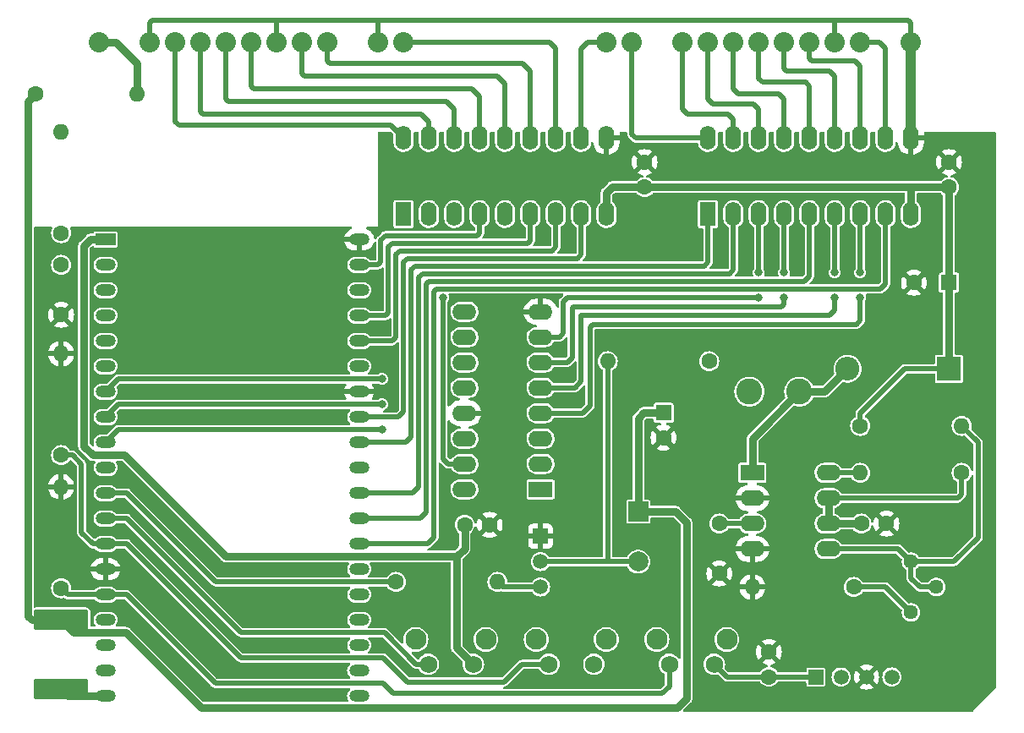
<source format=gbr>
%TF.GenerationSoftware,KiCad,Pcbnew,7.0.2*%
%TF.CreationDate,2023-09-30T04:37:45+09:00*%
%TF.ProjectId,VFD_NTP_CLOCK_V2.0,5646445f-4e54-4505-9f43-4c4f434b5f56,rev?*%
%TF.SameCoordinates,PX5e78920PY6f7ffe8*%
%TF.FileFunction,Copper,L1,Top*%
%TF.FilePolarity,Positive*%
%FSLAX46Y46*%
G04 Gerber Fmt 4.6, Leading zero omitted, Abs format (unit mm)*
G04 Created by KiCad (PCBNEW 7.0.2) date 2023-09-30 04:37:45*
%MOMM*%
%LPD*%
G01*
G04 APERTURE LIST*
G04 Aperture macros list*
%AMRoundRect*
0 Rectangle with rounded corners*
0 $1 Rounding radius*
0 $2 $3 $4 $5 $6 $7 $8 $9 X,Y pos of 4 corners*
0 Add a 4 corners polygon primitive as box body*
4,1,4,$2,$3,$4,$5,$6,$7,$8,$9,$2,$3,0*
0 Add four circle primitives for the rounded corners*
1,1,$1+$1,$2,$3*
1,1,$1+$1,$4,$5*
1,1,$1+$1,$6,$7*
1,1,$1+$1,$8,$9*
0 Add four rect primitives between the rounded corners*
20,1,$1+$1,$2,$3,$4,$5,0*
20,1,$1+$1,$4,$5,$6,$7,0*
20,1,$1+$1,$6,$7,$8,$9,0*
20,1,$1+$1,$8,$9,$2,$3,0*%
G04 Aperture macros list end*
%TA.AperFunction,ComponentPad*%
%ADD10C,1.600000*%
%TD*%
%TA.AperFunction,ComponentPad*%
%ADD11O,1.600000X1.600000*%
%TD*%
%TA.AperFunction,ComponentPad*%
%ADD12C,1.440000*%
%TD*%
%TA.AperFunction,ComponentPad*%
%ADD13R,1.600000X1.600000*%
%TD*%
%TA.AperFunction,ComponentPad*%
%ADD14C,2.032000*%
%TD*%
%TA.AperFunction,ComponentPad*%
%ADD15R,1.600000X2.400000*%
%TD*%
%TA.AperFunction,ComponentPad*%
%ADD16O,1.600000X2.400000*%
%TD*%
%TA.AperFunction,ComponentPad*%
%ADD17C,2.600000*%
%TD*%
%TA.AperFunction,ComponentPad*%
%ADD18C,2.100000*%
%TD*%
%TA.AperFunction,ComponentPad*%
%ADD19C,1.750000*%
%TD*%
%TA.AperFunction,ComponentPad*%
%ADD20R,2.400000X1.600000*%
%TD*%
%TA.AperFunction,ComponentPad*%
%ADD21O,2.400000X1.600000*%
%TD*%
%TA.AperFunction,ComponentPad*%
%ADD22R,1.500000X1.500000*%
%TD*%
%TA.AperFunction,ComponentPad*%
%ADD23C,1.500000*%
%TD*%
%TA.AperFunction,ComponentPad*%
%ADD24R,2.400000X2.400000*%
%TD*%
%TA.AperFunction,ComponentPad*%
%ADD25O,2.400000X2.400000*%
%TD*%
%TA.AperFunction,ComponentPad*%
%ADD26R,2.000000X1.200000*%
%TD*%
%TA.AperFunction,ComponentPad*%
%ADD27O,2.000000X1.200000*%
%TD*%
%TA.AperFunction,SMDPad,CuDef*%
%ADD28RoundRect,0.250001X-2.474999X0.799999X-2.474999X-0.799999X2.474999X-0.799999X2.474999X0.799999X0*%
%TD*%
%TA.AperFunction,ComponentPad*%
%ADD29R,2.000000X2.000000*%
%TD*%
%TA.AperFunction,ComponentPad*%
%ADD30C,2.000000*%
%TD*%
%TA.AperFunction,ViaPad*%
%ADD31C,0.800000*%
%TD*%
%TA.AperFunction,Conductor*%
%ADD32C,0.500000*%
%TD*%
%TA.AperFunction,Conductor*%
%ADD33C,0.750000*%
%TD*%
%TA.AperFunction,Conductor*%
%ADD34C,1.000000*%
%TD*%
G04 APERTURE END LIST*
D10*
%TO.P,R9,1*%
%TO.N,+5V*%
X69977000Y35509200D03*
D11*
%TO.P,R9,2*%
%TO.N,Net-(Q1-C)*%
X59817000Y35509200D03*
%TD*%
D10*
%TO.P,R2,1*%
%TO.N,Buzzer*%
X38608000Y13411200D03*
D11*
%TO.P,R2,2*%
%TO.N,Net-(Q1-B)*%
X48768000Y13411200D03*
%TD*%
D10*
%TO.P,C8,1*%
%TO.N,+24V*%
X93980000Y52948200D03*
%TO.P,C8,2*%
%TO.N,GND*%
X93980000Y55448200D03*
%TD*%
D12*
%TO.P,RV1,1,1*%
%TO.N,Net-(R4-Pad1)*%
X90170000Y10363200D03*
%TO.P,RV1,2,2*%
%TO.N,Net-(U1-Vfb)*%
X92710000Y12903200D03*
%TO.P,RV1,3,3*%
X90170000Y15443200D03*
%TD*%
D13*
%TO.P,C9,1*%
%TO.N,+24V*%
X93980000Y43383200D03*
D10*
%TO.P,C9,2*%
%TO.N,GND*%
X90480000Y43383200D03*
%TD*%
D14*
%TO.P,U5,1,GND*%
%TO.N,GND*%
X90170000Y67486200D03*
%TO.P,U5,2,Grid_1*%
%TO.N,Net-(U5-Grid_1)*%
X85090000Y67486200D03*
%TO.P,U5,3,Seg_dash*%
%TO.N,GND*%
X82550000Y67486200D03*
%TO.P,U5,4,Seg_f*%
%TO.N,Net-(U5-Seg_f)*%
X80010000Y67486200D03*
%TO.P,U5,5,Seg_g*%
%TO.N,Net-(U5-Seg_g)*%
X77470000Y67486200D03*
%TO.P,U5,6,Grid_2*%
%TO.N,Net-(U5-Grid_2)*%
X74930000Y67486200D03*
%TO.P,U5,7,Seg_e*%
%TO.N,Net-(U5-Seg_e)*%
X72390000Y67486200D03*
%TO.P,U5,8,Seg_d*%
%TO.N,Net-(U5-Seg_d)*%
X69850000Y67486200D03*
%TO.P,U5,9,Grid_3*%
%TO.N,Net-(U5-Grid_3)*%
X67310000Y67486200D03*
%TO.P,U5,10,Grid_4*%
%TO.N,Net-(U5-Grid_4)*%
X62230000Y67486200D03*
%TO.P,U5,11,Grid_5*%
%TO.N,Net-(U4-O8)*%
X59690000Y67486200D03*
%TO.P,U5,12,Grid_6*%
%TO.N,Net-(U4-O7)*%
X39370000Y67486200D03*
%TO.P,U5,13,Seg_comma*%
%TO.N,GND*%
X36830000Y67486200D03*
%TO.P,U5,14,Grid_7*%
%TO.N,Net-(U4-O6)*%
X31750000Y67486200D03*
%TO.P,U5,15,Seg_dp*%
%TO.N,Net-(U4-O5)*%
X29210000Y67486200D03*
%TO.P,U5,16,Seg_12*%
%TO.N,GND*%
X26670000Y67486200D03*
%TO.P,U5,17,Grid_8*%
%TO.N,Net-(U4-O4)*%
X24130000Y67486200D03*
%TO.P,U5,18,Seg_c*%
%TO.N,Net-(U4-O3)*%
X21590000Y67486200D03*
%TO.P,U5,19,Seg_b*%
%TO.N,Net-(U4-O2)*%
X19050000Y67486200D03*
%TO.P,U5,20,Seg_a*%
%TO.N,Net-(U4-O1)*%
X16510000Y67486200D03*
%TO.P,U5,21,Grid_9*%
%TO.N,GND*%
X13970000Y67486200D03*
%TO.P,U5,22,Heater*%
%TO.N,Net-(U5-Heater)*%
X8890000Y67486200D03*
%TD*%
D15*
%TO.P,U4,1,I1*%
%TO.N,Seg_a*%
X39370000Y50241200D03*
D16*
%TO.P,U4,2,I2*%
%TO.N,Seg_b*%
X41910000Y50241200D03*
%TO.P,U4,3,I3*%
%TO.N,Seg_c*%
X44450000Y50241200D03*
%TO.P,U4,4,I4*%
%TO.N,Grid_8*%
X46990000Y50241200D03*
%TO.P,U4,5,I5*%
%TO.N,Seg_dp*%
X49530000Y50241200D03*
%TO.P,U4,6,I6*%
%TO.N,Grid_7*%
X52070000Y50241200D03*
%TO.P,U4,7,I7*%
%TO.N,Grid_6*%
X54610000Y50241200D03*
%TO.P,U4,8,I8*%
%TO.N,Grid_5*%
X57150000Y50241200D03*
%TO.P,U4,9,VCC*%
%TO.N,+24V*%
X59690000Y50241200D03*
%TO.P,U4,10,GND*%
%TO.N,GND*%
X59690000Y57861200D03*
%TO.P,U4,11,O8*%
%TO.N,Net-(U4-O8)*%
X57150000Y57861200D03*
%TO.P,U4,12,O7*%
%TO.N,Net-(U4-O7)*%
X54610000Y57861200D03*
%TO.P,U4,13,O6*%
%TO.N,Net-(U4-O6)*%
X52070000Y57861200D03*
%TO.P,U4,14,O5*%
%TO.N,Net-(U4-O5)*%
X49530000Y57861200D03*
%TO.P,U4,15,O4*%
%TO.N,Net-(U4-O4)*%
X46990000Y57861200D03*
%TO.P,U4,16,O3*%
%TO.N,Net-(U4-O3)*%
X44450000Y57861200D03*
%TO.P,U4,17,O2*%
%TO.N,Net-(U4-O2)*%
X41910000Y57861200D03*
%TO.P,U4,18,O1*%
%TO.N,Net-(U4-O1)*%
X39370000Y57861200D03*
%TD*%
D10*
%TO.P,R4,1*%
%TO.N,Net-(R4-Pad1)*%
X84455000Y12903200D03*
D11*
%TO.P,R4,2*%
%TO.N,GND*%
X74295000Y12903200D03*
%TD*%
D10*
%TO.P,C7,1*%
%TO.N,+24V*%
X63500000Y52948200D03*
%TO.P,C7,2*%
%TO.N,GND*%
X63500000Y55448200D03*
%TD*%
%TO.P,R5,1*%
%TO.N,+5V*%
X2540000Y62306200D03*
D11*
%TO.P,R5,2*%
%TO.N,Net-(U5-Heater)*%
X12700000Y62306200D03*
%TD*%
D17*
%TO.P,L1,1*%
%TO.N,+5V*%
X73994000Y32461200D03*
%TO.P,L1,2*%
%TO.N,Net-(D1-A)*%
X78994000Y32461200D03*
%TD*%
D15*
%TO.P,U6,1,I1*%
%TO.N,Grid_4*%
X69850000Y50241200D03*
D16*
%TO.P,U6,2,I2*%
%TO.N,Grid_3*%
X72390000Y50241200D03*
%TO.P,U6,3,I3*%
%TO.N,Seg_d*%
X74930000Y50241200D03*
%TO.P,U6,4,I4*%
%TO.N,Seg_e*%
X77470000Y50241200D03*
%TO.P,U6,5,I5*%
%TO.N,Grid_2*%
X80010000Y50241200D03*
%TO.P,U6,6,I6*%
%TO.N,Seg_g*%
X82550000Y50241200D03*
%TO.P,U6,7,I7*%
%TO.N,Seg_f*%
X85090000Y50241200D03*
%TO.P,U6,8,I8*%
%TO.N,Grid_1*%
X87630000Y50241200D03*
%TO.P,U6,9,VCC*%
%TO.N,+24V*%
X90170000Y50241200D03*
%TO.P,U6,10,GND*%
%TO.N,GND*%
X90170000Y57861200D03*
%TO.P,U6,11,O8*%
%TO.N,Net-(U5-Grid_1)*%
X87630000Y57861200D03*
%TO.P,U6,12,O7*%
%TO.N,Net-(U5-Seg_f)*%
X85090000Y57861200D03*
%TO.P,U6,13,O6*%
%TO.N,Net-(U5-Seg_g)*%
X82550000Y57861200D03*
%TO.P,U6,14,O5*%
%TO.N,Net-(U5-Grid_2)*%
X80010000Y57861200D03*
%TO.P,U6,15,O4*%
%TO.N,Net-(U5-Seg_e)*%
X77470000Y57861200D03*
%TO.P,U6,16,O3*%
%TO.N,Net-(U5-Seg_d)*%
X74930000Y57861200D03*
%TO.P,U6,17,O2*%
%TO.N,Net-(U5-Grid_3)*%
X72390000Y57861200D03*
%TO.P,U6,18,O1*%
%TO.N,Net-(U5-Grid_4)*%
X69850000Y57861200D03*
%TD*%
D18*
%TO.P,SW3,*%
%TO.N,*%
X71735000Y7646200D03*
X64725000Y7646200D03*
D19*
%TO.P,SW3,1,1*%
%TO.N,+3.3V*%
X70485000Y5156200D03*
%TO.P,SW3,2,2*%
%TO.N,SW3*%
X65985000Y5156200D03*
%TD*%
D18*
%TO.P,SW1,*%
%TO.N,*%
X47605000Y7646200D03*
X40595000Y7646200D03*
D19*
%TO.P,SW1,1,1*%
%TO.N,+3.3V*%
X46355000Y5156200D03*
%TO.P,SW1,2,2*%
%TO.N,SW1*%
X41855000Y5156200D03*
%TD*%
D10*
%TO.P,R7,1*%
%TO.N,SW2*%
X5080000Y26111200D03*
D11*
%TO.P,R7,2*%
%TO.N,GND*%
X5080000Y36271200D03*
%TD*%
D13*
%TO.P,C1,1*%
%TO.N,+5V*%
X65405000Y30341579D03*
D10*
%TO.P,C1,2*%
%TO.N,GND*%
X65405000Y27841579D03*
%TD*%
%TO.P,C5,1*%
%TO.N,+3.3V*%
X75946000Y3906200D03*
%TO.P,C5,2*%
%TO.N,GND*%
X75946000Y6406200D03*
%TD*%
D20*
%TO.P,U1,1,SwC*%
%TO.N,Net-(D1-A)*%
X74295000Y24333200D03*
D21*
%TO.P,U1,2,SwE*%
%TO.N,GND*%
X74295000Y21793200D03*
%TO.P,U1,3,TC*%
%TO.N,Net-(U1-TC)*%
X74295000Y19253200D03*
%TO.P,U1,4,GND*%
%TO.N,GND*%
X74295000Y16713200D03*
%TO.P,U1,5,Vfb*%
%TO.N,Net-(U1-Vfb)*%
X81915000Y16713200D03*
%TO.P,U1,6,Vin*%
%TO.N,+5V*%
X81915000Y19253200D03*
%TO.P,U1,7,Ipk*%
X81915000Y21793200D03*
%TO.P,U1,8,DC*%
%TO.N,Net-(U1-DC)*%
X81915000Y24333200D03*
%TD*%
D10*
%TO.P,C4,1*%
%TO.N,+5V*%
X85217000Y19253200D03*
%TO.P,C4,2*%
%TO.N,GND*%
X87717000Y19253200D03*
%TD*%
D20*
%TO.P,U3,1,QB*%
%TO.N,Seg_b*%
X53086000Y22682200D03*
D21*
%TO.P,U3,2,QC*%
%TO.N,Seg_c*%
X53086000Y25222200D03*
%TO.P,U3,3,QD*%
%TO.N,Seg_dp*%
X53086000Y27762200D03*
%TO.P,U3,4,QE*%
%TO.N,Seg_f*%
X53086000Y30302200D03*
%TO.P,U3,5,QF*%
%TO.N,Seg_g*%
X53086000Y32842200D03*
%TO.P,U3,6,QG*%
%TO.N,Seg_e*%
X53086000Y35382200D03*
%TO.P,U3,7,QH*%
%TO.N,Seg_d*%
X53086000Y37922200D03*
%TO.P,U3,8,GND*%
%TO.N,GND*%
X53086000Y40462200D03*
%TO.P,U3,9,QH'*%
%TO.N,unconnected-(U3-QH'-Pad9)*%
X45466000Y40462200D03*
%TO.P,U3,10,~{SRCLR}*%
%TO.N,+3.3V*%
X45466000Y37922200D03*
%TO.P,U3,11,SRCLK*%
%TO.N,SRCLK*%
X45466000Y35382200D03*
%TO.P,U3,12,RCLK*%
%TO.N,RCLK*%
X45466000Y32842200D03*
%TO.P,U3,13,~{OE}*%
%TO.N,GND*%
X45466000Y30302200D03*
%TO.P,U3,14,SER*%
%TO.N,SER*%
X45466000Y27762200D03*
%TO.P,U3,15,QA*%
%TO.N,Seg_a*%
X45466000Y25222200D03*
%TO.P,U3,16,VCC*%
%TO.N,+3.3V*%
X45466000Y22682200D03*
%TD*%
D10*
%TO.P,R6,1*%
%TO.N,SW1*%
X5080000Y48336200D03*
D11*
%TO.P,R6,2*%
%TO.N,GND*%
X5080000Y58496200D03*
%TD*%
D22*
%TO.P,Q1,1,E*%
%TO.N,GND*%
X53086000Y17983200D03*
D23*
%TO.P,Q1,2,C*%
%TO.N,Net-(Q1-C)*%
X53086000Y15443200D03*
%TO.P,Q1,3,B*%
%TO.N,Net-(Q1-B)*%
X53086000Y12903200D03*
%TD*%
D10*
%TO.P,C6,1*%
%TO.N,Net-(U1-TC)*%
X70993000Y19253200D03*
%TO.P,C6,2*%
%TO.N,GND*%
X70993000Y14253200D03*
%TD*%
D24*
%TO.P,D1,1,K*%
%TO.N,+24V*%
X93980000Y34747200D03*
D25*
%TO.P,D1,2,A*%
%TO.N,Net-(D1-A)*%
X83820000Y34747200D03*
%TD*%
D26*
%TO.P,U2,1,3V3*%
%TO.N,+3.3V*%
X9525000Y47701200D03*
D27*
%TO.P,U2,2,CHIP_PU*%
%TO.N,Net-(U2-CHIP_PU)*%
X9525000Y45161200D03*
%TO.P,U2,3,SENSOR_VP/GPIO36/ADC1_CH0*%
%TO.N,unconnected-(U2-SENSOR_VP{slash}GPIO36{slash}ADC1_CH0-Pad3)*%
X9525000Y42621200D03*
%TO.P,U2,4,SENSOR_VN/GPIO39/ADC1_CH3*%
%TO.N,unconnected-(U2-SENSOR_VN{slash}GPIO39{slash}ADC1_CH3-Pad4)*%
X9525000Y40081200D03*
%TO.P,U2,5,VDET_1/GPIO34/ADC1_CH6*%
%TO.N,unconnected-(U2-VDET_1{slash}GPIO34{slash}ADC1_CH6-Pad5)*%
X9525000Y37541200D03*
%TO.P,U2,6,VDET_2/GPIO35/ADC1_CH7*%
%TO.N,unconnected-(U2-VDET_2{slash}GPIO35{slash}ADC1_CH7-Pad6)*%
X9525000Y35001200D03*
%TO.P,U2,7,32K_XP/GPIO32/ADC1_CH4*%
%TO.N,SRCLK*%
X9525000Y32461200D03*
%TO.P,U2,8,32K_XN/GPIO33/ADC1_CH5*%
%TO.N,RCLK*%
X9525000Y29921200D03*
%TO.P,U2,9,DAC_1/ADC2_CH8/GPIO25*%
%TO.N,SER*%
X9525000Y27381200D03*
%TO.P,U2,10,DAC_2/ADC2_CH9/GPIO26*%
%TO.N,unconnected-(U2-DAC_2{slash}ADC2_CH9{slash}GPIO26-Pad10)*%
X9525000Y24841200D03*
%TO.P,U2,11,ADC2_CH7/GPIO27*%
%TO.N,Buzzer*%
X9525000Y22301200D03*
%TO.P,U2,12,MTMS/GPIO14/ADC2_CH6*%
%TO.N,SW1*%
X9525000Y19761200D03*
%TO.P,U2,13,MTDI/GPIO12/ADC2_CH5*%
%TO.N,SW2*%
X9525000Y17221200D03*
%TO.P,U2,14,GND*%
%TO.N,GND*%
X9525000Y14681200D03*
%TO.P,U2,15,MTCK/GPIO13/ADC2_CH4*%
%TO.N,SW3*%
X9525000Y12141200D03*
%TO.P,U2,16,SD_DATA2/GPIO9*%
%TO.N,unconnected-(U2-SD_DATA2{slash}GPIO9-Pad16)*%
X9525000Y9601200D03*
%TO.P,U2,17,SD_DATA3/GPIO10*%
%TO.N,unconnected-(U2-SD_DATA3{slash}GPIO10-Pad17)*%
X9525000Y7061200D03*
%TO.P,U2,18,CMD*%
%TO.N,unconnected-(U2-CMD-Pad18)*%
X9525000Y4521200D03*
%TO.P,U2,19,5V*%
%TO.N,Net-(U2-5V)*%
X9525000Y1981200D03*
%TO.P,U2,20,SD_CLK/GPIO6*%
%TO.N,unconnected-(U2-SD_CLK{slash}GPIO6-Pad20)*%
X34921320Y1983920D03*
%TO.P,U2,21,SD_DATA0/GPIO7*%
%TO.N,unconnected-(U2-SD_DATA0{slash}GPIO7-Pad21)*%
X34921320Y4523920D03*
%TO.P,U2,22,SD_DATA1/GPIO8*%
%TO.N,unconnected-(U2-SD_DATA1{slash}GPIO8-Pad22)*%
X34925000Y7061200D03*
%TO.P,U2,23,MTDO/GPIO15/ADC2_CH3*%
%TO.N,unconnected-(U2-MTDO{slash}GPIO15{slash}ADC2_CH3-Pad23)*%
X34925000Y9601200D03*
%TO.P,U2,24,ADC2_CH2/GPIO2*%
%TO.N,unconnected-(U2-ADC2_CH2{slash}GPIO2-Pad24)*%
X34925000Y12141200D03*
%TO.P,U2,25,GPIO0/BOOT/ADC2_CH1*%
%TO.N,unconnected-(U2-GPIO0{slash}BOOT{slash}ADC2_CH1-Pad25)*%
X34925000Y14681200D03*
%TO.P,U2,26,ADC2_CH0/GPIO4*%
%TO.N,Grid_1*%
X34925000Y17221200D03*
%TO.P,U2,27,GPIO16*%
%TO.N,Grid_2*%
X34925000Y19761200D03*
%TO.P,U2,28,GPIO17*%
%TO.N,Grid_3*%
X34925000Y22301200D03*
%TO.P,U2,29,GPIO5*%
%TO.N,unconnected-(U2-GPIO5-Pad29)*%
X34925000Y24841200D03*
%TO.P,U2,30,GPIO18*%
%TO.N,Grid_4*%
X34925000Y27381200D03*
%TO.P,U2,31,GPIO19*%
%TO.N,Grid_5*%
X34925000Y29921200D03*
%TO.P,U2,32,GND*%
%TO.N,GND*%
X34925000Y32461200D03*
%TO.P,U2,33,GPIO21*%
%TO.N,SDA*%
X34925000Y35001200D03*
%TO.P,U2,34,U0RXD/GPIO3*%
%TO.N,Grid_6*%
X34925000Y37541200D03*
%TO.P,U2,35,U0TXD/GPIO1*%
%TO.N,Grid_7*%
X34925000Y40081200D03*
%TO.P,U2,36,GPIO22*%
%TO.N,SCL*%
X34925000Y42621200D03*
%TO.P,U2,37,GPIO23*%
%TO.N,Grid_8*%
X34925000Y45161200D03*
%TO.P,U2,38,GND*%
%TO.N,GND*%
X34925000Y47701200D03*
%TD*%
D22*
%TO.P,U7,1,VCC*%
%TO.N,+3.3V*%
X80645000Y3886200D03*
D23*
%TO.P,U7,2,SDA*%
%TO.N,SDA*%
X83185000Y3886200D03*
%TO.P,U7,3,GND*%
%TO.N,GND*%
X85725000Y3886200D03*
%TO.P,U7,4,SCL*%
%TO.N,SCL*%
X88265000Y3886200D03*
%TD*%
D28*
%TO.P,F1,1*%
%TO.N,+5V*%
X5080000Y9601200D03*
%TO.P,F1,2*%
%TO.N,Net-(U2-5V)*%
X5080000Y2651200D03*
%TD*%
D10*
%TO.P,C3,1*%
%TO.N,Net-(U2-CHIP_PU)*%
X5080000Y45161200D03*
%TO.P,C3,2*%
%TO.N,GND*%
X5080000Y40161200D03*
%TD*%
D29*
%TO.P,LS1,1,1*%
%TO.N,+5V*%
X62865000Y20443200D03*
D30*
%TO.P,LS1,2,2*%
%TO.N,Net-(Q1-C)*%
X62865000Y15443200D03*
%TD*%
D10*
%TO.P,R1,1*%
%TO.N,+5V*%
X95250000Y24333200D03*
D11*
%TO.P,R1,2*%
%TO.N,Net-(U1-DC)*%
X85090000Y24333200D03*
%TD*%
D18*
%TO.P,SW2,*%
%TO.N,*%
X59670000Y7646200D03*
X52660000Y7646200D03*
D19*
%TO.P,SW2,1,1*%
%TO.N,+3.3V*%
X58420000Y5156200D03*
%TO.P,SW2,2,2*%
%TO.N,SW2*%
X53920000Y5156200D03*
%TD*%
D10*
%TO.P,R3,1*%
%TO.N,+24V*%
X85090000Y29032200D03*
D11*
%TO.P,R3,2*%
%TO.N,Net-(U1-Vfb)*%
X95250000Y29032200D03*
%TD*%
D10*
%TO.P,C2,1*%
%TO.N,+3.3V*%
X45486000Y19126200D03*
%TO.P,C2,2*%
%TO.N,GND*%
X47986000Y19126200D03*
%TD*%
%TO.P,R8,1*%
%TO.N,SW3*%
X5080000Y12776200D03*
D11*
%TO.P,R8,2*%
%TO.N,GND*%
X5080000Y22936200D03*
%TD*%
D31*
%TO.N,GND*%
X72009000Y32461200D03*
X58801000Y16459200D03*
X60833000Y33350200D03*
X60833000Y16459200D03*
X76581000Y31572200D03*
X22225000Y34874200D03*
X37338000Y48971200D03*
X98044000Y27889200D03*
X49022000Y26238200D03*
X97917000Y3251200D03*
X3175000Y48336200D03*
X51054000Y8585200D03*
X36957000Y9601200D03*
X36830000Y41097200D03*
X82423000Y38049200D03*
X70993000Y45288200D03*
X8763000Y23571200D03*
X44958000Y4267200D03*
X89662000Y12649200D03*
X8763000Y18491200D03*
X92837000Y37414200D03*
X76454000Y9728200D03*
X43561000Y9855200D03*
X49022000Y6299200D03*
X98044000Y42367200D03*
X33274000Y29921200D03*
X33147000Y9601200D03*
X2921000Y11506200D03*
X61214000Y8712200D03*
X64389000Y21920200D03*
X50673000Y3251200D03*
X66548000Y12014200D03*
X66675000Y6680200D03*
X50927000Y6045200D03*
X55118000Y28905200D03*
X68834000Y5410200D03*
X33147000Y4521200D03*
X78867000Y1473200D03*
X33147000Y2108200D03*
X86614000Y43764200D03*
X65024000Y3378200D03*
X85725000Y38684200D03*
X50546000Y29921200D03*
X36830000Y44145200D03*
X8763000Y33731200D03*
X19685000Y2108200D03*
X79883000Y23190200D03*
X81153000Y43764200D03*
X8763000Y28651200D03*
X38354000Y36525200D03*
X55880000Y46812200D03*
X95885000Y21285200D03*
X68834000Y46050200D03*
X98044000Y57734200D03*
X78105000Y30048200D03*
X92075000Y51892200D03*
X66294000Y19126200D03*
X68453000Y965200D03*
X37592000Y38811200D03*
X58166000Y46050200D03*
X8509000Y46304200D03*
X59055000Y38176200D03*
X47117000Y38938200D03*
X42926000Y16967200D03*
X98044000Y17348200D03*
X37338000Y57988200D03*
X36957000Y14554200D03*
X70485000Y38176200D03*
X49784000Y28016200D03*
X48387000Y24206200D03*
X33147000Y12268200D03*
X11176000Y32207200D03*
X32405500Y35890200D03*
X36957000Y7061200D03*
X48387000Y48209200D03*
X53340000Y47574200D03*
X36957000Y12141200D03*
X22225000Y47955200D03*
X76454000Y28397200D03*
X86233000Y41605200D03*
X55245000Y36906200D03*
X22225000Y41097200D03*
X43561000Y14300200D03*
X68834000Y9855200D03*
X80772000Y20523200D03*
X57023000Y31953200D03*
X45847000Y9855200D03*
X60833000Y51765200D03*
X33147000Y14681200D03*
X33147000Y7061200D03*
X74930000Y30048200D03*
X95885000Y1092200D03*
X83820000Y43764200D03*
X73533000Y44526200D03*
X78740000Y44526200D03*
X43434000Y24206200D03*
X38354000Y30937200D03*
X56134000Y34366200D03*
%TO.N,Seg_a*%
X43323593Y41884915D03*
%TO.N,Seg_d*%
X74930000Y44399200D03*
X74930000Y41859200D03*
%TO.N,Seg_e*%
X77470000Y41859200D03*
X77470000Y44399200D03*
%TO.N,Seg_g*%
X82550000Y41898700D03*
X82550000Y44399200D03*
%TO.N,Seg_f*%
X85090000Y41859200D03*
X85090000Y44399200D03*
%TO.N,SRCLK*%
X37211000Y33731200D03*
%TO.N,RCLK*%
X37211000Y31191200D03*
%TO.N,SER*%
X37211000Y28651200D03*
%TD*%
D32*
%TO.N,Net-(Q1-C)*%
X59944000Y15443200D02*
X62865000Y15443200D01*
X59817000Y15570200D02*
X59944000Y15443200D01*
X59817000Y35509200D02*
X59817000Y15570200D01*
D33*
%TO.N,Net-(D1-A)*%
X78994000Y32461200D02*
X81534000Y32461200D01*
X81534000Y32461200D02*
X83820000Y34747200D01*
X74295000Y27762200D02*
X74295000Y24333200D01*
X78994000Y32461200D02*
X74295000Y27762200D01*
D32*
%TO.N,+3.3V*%
X75966000Y3886200D02*
X75946000Y3906200D01*
D33*
X8255000Y26111200D02*
X7366000Y27000200D01*
X45486000Y19126200D02*
X45486000Y16733200D01*
X7366000Y47066200D02*
X8001000Y47701200D01*
X44704000Y15951200D02*
X44704000Y6807200D01*
X21590000Y15951200D02*
X11430000Y26111200D01*
X45486000Y16733200D02*
X44704000Y15951200D01*
X11430000Y26111200D02*
X8255000Y26111200D01*
X8001000Y47701200D02*
X9525000Y47701200D01*
D32*
X70485000Y5156200D02*
X71735000Y3906200D01*
X71735000Y3906200D02*
X75946000Y3906200D01*
X80645000Y3886200D02*
X75966000Y3886200D01*
D33*
X7366000Y27000200D02*
X7366000Y47066200D01*
X44704000Y6807200D02*
X46355000Y5156200D01*
X44704000Y15951200D02*
X21590000Y15951200D01*
D32*
%TO.N,GND*%
X89916000Y69672200D02*
X90170000Y69418200D01*
X14224000Y69672200D02*
X36830000Y69672200D01*
X13970000Y67486200D02*
X13970000Y69418200D01*
X90170000Y69418200D02*
X90170000Y67486200D01*
X82550000Y69672200D02*
X89916000Y69672200D01*
D34*
X90170000Y57861200D02*
X90170000Y67486200D01*
D32*
X13970000Y69418200D02*
X14224000Y69672200D01*
X36830000Y69672200D02*
X82550000Y69672200D01*
X82550000Y69672200D02*
X82550000Y67486200D01*
X36830000Y69672200D02*
X36830000Y67486200D01*
X26670000Y69418200D02*
X26670000Y67486200D01*
D33*
%TO.N,+24V*%
X63627000Y52948200D02*
X63500000Y52821200D01*
D32*
X93980000Y34747200D02*
X89535000Y34747200D01*
D33*
X93980000Y43383200D02*
X93980000Y34747200D01*
X93980000Y52948200D02*
X93980000Y43383200D01*
X93980000Y52948200D02*
X89916000Y52948200D01*
X90170000Y50241200D02*
X90170000Y52694200D01*
X60238000Y52948200D02*
X59690000Y52400200D01*
X93940000Y52821200D02*
X93980000Y52781200D01*
X89916000Y52948200D02*
X63500000Y52948200D01*
D32*
X89535000Y34747200D02*
X85090000Y30302200D01*
D33*
X90170000Y52694200D02*
X89916000Y52948200D01*
X63500000Y52948200D02*
X60238000Y52948200D01*
D32*
X85090000Y30302200D02*
X85090000Y29032200D01*
D33*
X59690000Y52400200D02*
X59690000Y50241200D01*
D32*
%TO.N,Net-(U1-Vfb)*%
X88900000Y16713200D02*
X90170000Y15443200D01*
X94488000Y15443200D02*
X90170000Y15443200D01*
X92710000Y12903200D02*
X91059000Y12903200D01*
X81915000Y16713200D02*
X88900000Y16713200D01*
X96901000Y17856200D02*
X94488000Y15443200D01*
X95250000Y29032200D02*
X96901000Y27381200D01*
X90170000Y13792200D02*
X90170000Y15443200D01*
X96901000Y27381200D02*
X96901000Y17856200D01*
X91059000Y12903200D02*
X90170000Y13792200D01*
%TO.N,Net-(R4-Pad1)*%
X84455000Y12903200D02*
X87630000Y12903200D01*
X87630000Y12903200D02*
X90170000Y10363200D01*
%TO.N,+5V*%
X95250000Y22174200D02*
X94869000Y21793200D01*
D33*
X62865000Y20443200D02*
X62992000Y20443200D01*
D32*
X95250000Y24333200D02*
X95250000Y22174200D01*
D33*
X65024000Y30341579D02*
X65024000Y30556200D01*
X67691000Y19380200D02*
X66628000Y20443200D01*
X65063379Y30302200D02*
X65024000Y30341579D01*
X66772720Y808920D02*
X67691000Y1727200D01*
X2159000Y9601200D02*
X5080000Y9601200D01*
X1778000Y9982200D02*
X2159000Y9601200D01*
X65405000Y30341579D02*
X63412379Y30341579D01*
X1778000Y61544200D02*
X1778000Y9982200D01*
D32*
X94869000Y21793200D02*
X81915000Y21793200D01*
D33*
X19079280Y808920D02*
X66772720Y808920D01*
X66628000Y20443200D02*
X62865000Y20443200D01*
X11557000Y8331200D02*
X19079280Y808920D01*
X63412379Y30341579D02*
X62865000Y29794200D01*
X6350000Y8331200D02*
X11557000Y8331200D01*
X67691000Y1727200D02*
X67691000Y19380200D01*
X81915000Y19253200D02*
X85217000Y19253200D01*
X2540000Y62306200D02*
X1778000Y61544200D01*
X5080000Y9601200D02*
X6350000Y8331200D01*
X81915000Y21793200D02*
X81915000Y19253200D01*
X62865000Y29794200D02*
X62865000Y20443200D01*
%TO.N,Net-(U5-Heater)*%
X8890000Y67486200D02*
X10568000Y67486200D01*
X10568000Y67486200D02*
X12700000Y65354200D01*
X12700000Y65354200D02*
X12700000Y62306200D01*
D32*
%TO.N,SW1*%
X11684000Y19761200D02*
X9525000Y19761200D01*
X40640000Y5156200D02*
X37465000Y8331200D01*
X41855000Y5156200D02*
X40640000Y5156200D01*
X37465000Y8331200D02*
X23114000Y8331200D01*
X23114000Y8331200D02*
X11684000Y19761200D01*
%TO.N,SW2*%
X6223000Y26111200D02*
X7112000Y25222200D01*
X8255000Y17221200D02*
X9525000Y17221200D01*
X23114000Y5791200D02*
X11684000Y17221200D01*
X49403000Y3378200D02*
X39751000Y3378200D01*
X5080000Y26111200D02*
X6223000Y26111200D01*
X37338000Y5791200D02*
X23114000Y5791200D01*
X11684000Y17221200D02*
X9525000Y17221200D01*
X51181000Y5156200D02*
X49403000Y3378200D01*
X7112000Y18364200D02*
X8255000Y17221200D01*
X39751000Y3378200D02*
X37338000Y5791200D01*
X7112000Y25222200D02*
X7112000Y18364200D01*
X53920000Y5156200D02*
X51181000Y5156200D01*
%TO.N,SW3*%
X9525000Y12141200D02*
X5715000Y12141200D01*
X38354000Y2235200D02*
X37338000Y3251200D01*
X11620500Y12141200D02*
X9525000Y12141200D01*
X37338000Y3251200D02*
X20510500Y3251200D01*
X65278000Y2235200D02*
X38354000Y2235200D01*
X5715000Y12141200D02*
X5080000Y12776200D01*
X65985000Y2942200D02*
X65278000Y2235200D01*
X20510500Y3251200D02*
X11620500Y12141200D01*
X65985000Y5156200D02*
X65985000Y2942200D01*
%TO.N,Net-(U1-DC)*%
X81915000Y24333200D02*
X85090000Y24333200D01*
%TO.N,Buzzer*%
X9525000Y22301200D02*
X11684000Y22301200D01*
X20574000Y13411200D02*
X38608000Y13411200D01*
X11684000Y22301200D02*
X20574000Y13411200D01*
%TO.N,Net-(Q1-B)*%
X49276000Y12903200D02*
X53086000Y12903200D01*
X48768000Y13411200D02*
X49276000Y12903200D01*
%TO.N,Net-(U1-TC)*%
X70993000Y19253200D02*
X74168000Y19253200D01*
%TO.N,Seg_a*%
X43815000Y25222200D02*
X45466000Y25222200D01*
X43323593Y25713607D02*
X43815000Y25222200D01*
X43323593Y41884915D02*
X43323593Y25713607D01*
%TO.N,Grid_8*%
X37528500Y48082200D02*
X37084000Y47637700D01*
X46736000Y48082200D02*
X37528500Y48082200D01*
X37084000Y45415200D02*
X36830000Y45161200D01*
X36830000Y45161200D02*
X34925000Y45161200D01*
X46990000Y50241200D02*
X46990000Y48336200D01*
X37084000Y47637700D02*
X37084000Y45415200D01*
X46990000Y48336200D02*
X46736000Y48082200D01*
%TO.N,Grid_7*%
X52070000Y50241200D02*
X52070000Y47574200D01*
X38227000Y47320200D02*
X37846000Y46939200D01*
X52070000Y47574200D02*
X51816000Y47320200D01*
X37846000Y40335200D02*
X37592000Y40081200D01*
X37592000Y40081200D02*
X34925000Y40081200D01*
X37846000Y46939200D02*
X37846000Y40335200D01*
X51816000Y47320200D02*
X38227000Y47320200D01*
%TO.N,Grid_6*%
X38227000Y37541200D02*
X34925000Y37541200D01*
X38989000Y46558200D02*
X38608000Y46177200D01*
X38608000Y37922200D02*
X38227000Y37541200D01*
X54610000Y50241200D02*
X54610000Y46939200D01*
X38608000Y46177200D02*
X38608000Y37922200D01*
X54610000Y46939200D02*
X54229000Y46558200D01*
X54229000Y46558200D02*
X38989000Y46558200D01*
%TO.N,Grid_5*%
X57150000Y50241200D02*
X57150000Y46177200D01*
X57150000Y46177200D02*
X56769000Y45796200D01*
X39370000Y30429200D02*
X38862000Y29921200D01*
X39751000Y45796200D02*
X39370000Y45415200D01*
X38862000Y29921200D02*
X34925000Y29921200D01*
X39370000Y45415200D02*
X39370000Y30429200D01*
X56769000Y45796200D02*
X39751000Y45796200D01*
%TO.N,Net-(U4-O8)*%
X57150000Y66814700D02*
X57150000Y57861200D01*
X57821500Y67486200D02*
X57150000Y66814700D01*
X59690000Y67486200D02*
X57821500Y67486200D01*
%TO.N,Net-(U4-O7)*%
X54610000Y57861200D02*
X54610000Y66878200D01*
X54610000Y66878200D02*
X54002000Y67486200D01*
X54002000Y67486200D02*
X39370000Y67486200D01*
%TO.N,Net-(U4-O6)*%
X52070000Y64592200D02*
X51308000Y65354200D01*
X32004000Y65354200D02*
X31750000Y65608200D01*
X31750000Y65608200D02*
X31750000Y67486200D01*
X51308000Y65354200D02*
X32004000Y65354200D01*
X52070000Y57861200D02*
X52070000Y64592200D01*
%TO.N,Net-(U4-O5)*%
X29464000Y64084200D02*
X29210000Y64338200D01*
X49530000Y63322200D02*
X48768000Y64084200D01*
X29210000Y64338200D02*
X29210000Y67486200D01*
X49530000Y57861200D02*
X49530000Y63322200D01*
X48768000Y64084200D02*
X29464000Y64084200D01*
%TO.N,Net-(U4-O4)*%
X24130000Y63068200D02*
X24130000Y67486200D01*
X24384000Y62814200D02*
X24130000Y63068200D01*
X46990000Y62052200D02*
X46228000Y62814200D01*
X46990000Y57861200D02*
X46990000Y62052200D01*
X46228000Y62814200D02*
X24384000Y62814200D01*
%TO.N,Net-(U4-O3)*%
X44450000Y60782200D02*
X43688000Y61544200D01*
X43688000Y61544200D02*
X21844000Y61544200D01*
X44450000Y57861200D02*
X44450000Y60782200D01*
X21590000Y61798200D02*
X21590000Y67486200D01*
X21844000Y61544200D02*
X21590000Y61798200D01*
%TO.N,Net-(U4-O2)*%
X41148000Y60274200D02*
X19304000Y60274200D01*
X41910000Y59512200D02*
X41148000Y60274200D01*
X19304000Y60274200D02*
X19050000Y60528200D01*
X19050000Y60528200D02*
X19050000Y67486200D01*
X41910000Y57861200D02*
X41910000Y59512200D01*
%TO.N,Net-(U4-O1)*%
X39370000Y57861200D02*
X38100000Y59131200D01*
X38100000Y59131200D02*
X16891000Y59131200D01*
X16891000Y59131200D02*
X16510000Y59512200D01*
X16510000Y59512200D02*
X16510000Y67486200D01*
%TO.N,Grid_4*%
X69469000Y45034200D02*
X40513000Y45034200D01*
X40513000Y45034200D02*
X40132000Y44653200D01*
X69850000Y45415200D02*
X69469000Y45034200D01*
X40132000Y44653200D02*
X40132000Y27889200D01*
X39624000Y27381200D02*
X34925000Y27381200D01*
X69850000Y50241200D02*
X69850000Y45415200D01*
X40132000Y27889200D02*
X39624000Y27381200D01*
%TO.N,Grid_3*%
X41275000Y44272200D02*
X40894000Y43891200D01*
X72390000Y44653200D02*
X72009000Y44272200D01*
X40894000Y22919950D02*
X40275250Y22301200D01*
X72009000Y44272200D02*
X41275000Y44272200D01*
X72390000Y50241200D02*
X72390000Y44653200D01*
X40894000Y43891200D02*
X40894000Y22919950D01*
X40275250Y22301200D02*
X34925000Y22301200D01*
%TO.N,Seg_d*%
X55753000Y41859200D02*
X55372000Y41478200D01*
X55372000Y41478200D02*
X55372000Y38303200D01*
X74930000Y50241200D02*
X74930000Y44399200D01*
X55372000Y38303200D02*
X54991000Y37922200D01*
X54991000Y37922200D02*
X53086000Y37922200D01*
X74930000Y41859200D02*
X55753000Y41859200D01*
%TO.N,Seg_e*%
X56388000Y40970200D02*
X56261000Y40843200D01*
X77470000Y50241200D02*
X77470000Y44399200D01*
X77470000Y41224200D02*
X77216000Y40970200D01*
X77470000Y41859200D02*
X77470000Y41224200D01*
X56261000Y35890200D02*
X55753000Y35382200D01*
X55753000Y35382200D02*
X53086000Y35382200D01*
X56261000Y40843200D02*
X56261000Y35890200D01*
X77216000Y40970200D02*
X56388000Y40970200D01*
%TO.N,Grid_2*%
X41910000Y43510200D02*
X41656000Y43256200D01*
X41656000Y20396200D02*
X41021000Y19761200D01*
X80010000Y44018200D02*
X79502000Y43510200D01*
X79502000Y43510200D02*
X41910000Y43510200D01*
X80010000Y50241200D02*
X80010000Y44018200D01*
X41021000Y19761200D02*
X34925000Y19761200D01*
X41656000Y43256200D02*
X41656000Y20396200D01*
%TO.N,Seg_g*%
X82550000Y40589200D02*
X82042000Y40081200D01*
X82550000Y41898700D02*
X82550000Y40589200D01*
X82550000Y50241200D02*
X82550000Y44399200D01*
X57150000Y33477200D02*
X56515000Y32842200D01*
X56515000Y32842200D02*
X53086000Y32842200D01*
X82042000Y40081200D02*
X57150000Y40081200D01*
X57150000Y40081200D02*
X57150000Y33477200D01*
%TO.N,Seg_f*%
X58039000Y31064200D02*
X57277000Y30302200D01*
X84709000Y39192200D02*
X58293000Y39192200D01*
X58039000Y38938200D02*
X58039000Y31064200D01*
X57277000Y30302200D02*
X53086000Y30302200D01*
X58293000Y39192200D02*
X58039000Y38938200D01*
X85090000Y41859200D02*
X85090000Y39573200D01*
X85090000Y39573200D02*
X84709000Y39192200D01*
X85090000Y44399200D02*
X85090000Y50241200D01*
%TO.N,Grid_1*%
X87630000Y43256200D02*
X87122000Y42748200D01*
X87630000Y50241200D02*
X87630000Y43256200D01*
X42418000Y42494200D02*
X42418000Y17856200D01*
X42418000Y17856200D02*
X41783000Y17221200D01*
X41783000Y17221200D02*
X34925000Y17221200D01*
X42672000Y42748200D02*
X42418000Y42494200D01*
X87122000Y42748200D02*
X42672000Y42748200D01*
%TO.N,Net-(U5-Grid_1)*%
X87630000Y57861200D02*
X87630000Y66878200D01*
X87022000Y67486200D02*
X85090000Y67486200D01*
X87630000Y66878200D02*
X87022000Y67486200D01*
%TO.N,Net-(U5-Seg_f)*%
X85090000Y65100200D02*
X85090000Y57861200D01*
X80010000Y65862200D02*
X80264000Y65608200D01*
X80010000Y67486200D02*
X80010000Y65862200D01*
X80264000Y65608200D02*
X84582000Y65608200D01*
X84582000Y65608200D02*
X85090000Y65100200D01*
%TO.N,Net-(U5-Seg_g)*%
X82550000Y64084200D02*
X82550000Y57861200D01*
X77470000Y64846200D02*
X77724000Y64592200D01*
X77470000Y67486200D02*
X77470000Y64846200D01*
X82042000Y64592200D02*
X82550000Y64084200D01*
X77724000Y64592200D02*
X82042000Y64592200D01*
%TO.N,Net-(U5-Grid_2)*%
X80010000Y63068200D02*
X80010000Y57861200D01*
X75311000Y63449200D02*
X79629000Y63449200D01*
X79629000Y63449200D02*
X80010000Y63068200D01*
X74930000Y67486200D02*
X74930000Y63830200D01*
X74930000Y63830200D02*
X75311000Y63449200D01*
%TO.N,Net-(U5-Seg_e)*%
X76962000Y62306200D02*
X77470000Y61798200D01*
X72390000Y62814200D02*
X72898000Y62306200D01*
X72390000Y67486200D02*
X72390000Y62814200D01*
X77470000Y61798200D02*
X77470000Y57861200D01*
X72898000Y62306200D02*
X76962000Y62306200D01*
%TO.N,Net-(U5-Seg_d)*%
X74422000Y61290200D02*
X74930000Y60782200D01*
X69850000Y61798200D02*
X70358000Y61290200D01*
X70358000Y61290200D02*
X74422000Y61290200D01*
X74930000Y60782200D02*
X74930000Y57861200D01*
X69850000Y67486200D02*
X69850000Y61798200D01*
%TO.N,Net-(U5-Grid_3)*%
X72390000Y59766200D02*
X72390000Y57861200D01*
X67310000Y60782200D02*
X67818000Y60274200D01*
X71882000Y60274200D02*
X72390000Y59766200D01*
X67310000Y67486200D02*
X67310000Y60782200D01*
X67818000Y60274200D02*
X71882000Y60274200D01*
%TO.N,Net-(U5-Grid_4)*%
X62230000Y58242200D02*
X62611000Y57861200D01*
X62611000Y57861200D02*
X69850000Y57861200D01*
X62230000Y67486200D02*
X62230000Y58242200D01*
%TO.N,Net-(Q1-C)*%
X53086000Y15443200D02*
X62992000Y15443200D01*
%TO.N,SRCLK*%
X10795000Y33731200D02*
X9525000Y32461200D01*
X37211000Y33731200D02*
X10795000Y33731200D01*
%TO.N,RCLK*%
X37211000Y31191200D02*
X10795000Y31191200D01*
X10795000Y31191200D02*
X9525000Y29921200D01*
%TO.N,SER*%
X10795000Y28651200D02*
X9525000Y27381200D01*
X37211000Y28651200D02*
X10795000Y28651200D01*
D33*
%TO.N,Net-(U2-5V)*%
X5750000Y1981200D02*
X5080000Y2651200D01*
X9525000Y1981200D02*
X5750000Y1981200D01*
%TD*%
%TA.AperFunction,Conductor*%
%TO.N,GND*%
G36*
X38113573Y58476515D02*
G01*
X38134215Y58459881D01*
X38333181Y58260916D01*
X38366666Y58199593D01*
X38369500Y58173235D01*
X38369500Y57410458D01*
X38369816Y57407347D01*
X38369817Y57407335D01*
X38384926Y57258760D01*
X38415868Y57160142D01*
X38445841Y57064612D01*
X38544591Y56886698D01*
X38677134Y56732305D01*
X38838042Y56607752D01*
X39020729Y56518140D01*
X39217715Y56467137D01*
X39420936Y56456831D01*
X39420936Y56456832D01*
X39420937Y56456831D01*
X39622071Y56487644D01*
X39704413Y56518140D01*
X39812887Y56558314D01*
X39985571Y56665948D01*
X40133053Y56806141D01*
X40249295Y56973151D01*
X40329540Y57160142D01*
X40370500Y57359459D01*
X40370500Y58311942D01*
X40365648Y58359656D01*
X40378449Y58428342D01*
X40426353Y58479204D01*
X40489012Y58496200D01*
X40785500Y58496200D01*
X40852539Y58476515D01*
X40898294Y58423711D01*
X40909500Y58372200D01*
X40909500Y58362942D01*
X40909500Y58362941D01*
X40909500Y57410458D01*
X40909816Y57407347D01*
X40909817Y57407335D01*
X40924926Y57258760D01*
X40955868Y57160142D01*
X40985841Y57064612D01*
X41084591Y56886698D01*
X41217134Y56732305D01*
X41378042Y56607752D01*
X41560729Y56518140D01*
X41757715Y56467137D01*
X41960936Y56456831D01*
X41960936Y56456832D01*
X41960937Y56456831D01*
X42162071Y56487644D01*
X42244413Y56518140D01*
X42352887Y56558314D01*
X42525571Y56665948D01*
X42673053Y56806141D01*
X42789295Y56973151D01*
X42869540Y57160142D01*
X42910500Y57359459D01*
X42910500Y58311942D01*
X42905648Y58359656D01*
X42918449Y58428342D01*
X42966353Y58479204D01*
X43029012Y58496200D01*
X43325500Y58496200D01*
X43392539Y58476515D01*
X43438294Y58423711D01*
X43449500Y58372200D01*
X43449500Y58362942D01*
X43449500Y58362941D01*
X43449500Y57410458D01*
X43449816Y57407347D01*
X43449817Y57407335D01*
X43464926Y57258760D01*
X43495868Y57160142D01*
X43525841Y57064612D01*
X43624591Y56886698D01*
X43757134Y56732305D01*
X43918042Y56607752D01*
X44100729Y56518140D01*
X44297715Y56467137D01*
X44500936Y56456831D01*
X44500936Y56456832D01*
X44500937Y56456831D01*
X44702071Y56487644D01*
X44784413Y56518140D01*
X44892887Y56558314D01*
X45065571Y56665948D01*
X45213053Y56806141D01*
X45329295Y56973151D01*
X45409540Y57160142D01*
X45450500Y57359459D01*
X45450500Y58311942D01*
X45445648Y58359656D01*
X45458449Y58428342D01*
X45506353Y58479204D01*
X45569012Y58496200D01*
X45865500Y58496200D01*
X45932539Y58476515D01*
X45978294Y58423711D01*
X45989500Y58372200D01*
X45989500Y58362941D01*
X45989500Y57410458D01*
X45989816Y57407347D01*
X45989817Y57407335D01*
X46004926Y57258760D01*
X46035868Y57160142D01*
X46065841Y57064612D01*
X46164591Y56886698D01*
X46297134Y56732305D01*
X46458042Y56607752D01*
X46640729Y56518140D01*
X46837715Y56467137D01*
X47040936Y56456831D01*
X47040936Y56456832D01*
X47040937Y56456831D01*
X47242071Y56487644D01*
X47324413Y56518140D01*
X47432887Y56558314D01*
X47605571Y56665948D01*
X47753053Y56806141D01*
X47869295Y56973151D01*
X47949540Y57160142D01*
X47990500Y57359459D01*
X47990500Y58311942D01*
X47985648Y58359656D01*
X47998449Y58428342D01*
X48046353Y58479204D01*
X48109012Y58496200D01*
X48405500Y58496200D01*
X48472539Y58476515D01*
X48518294Y58423711D01*
X48529500Y58372200D01*
X48529500Y58362942D01*
X48529500Y58362941D01*
X48529500Y57410458D01*
X48529816Y57407347D01*
X48529817Y57407335D01*
X48544926Y57258760D01*
X48575868Y57160142D01*
X48605841Y57064612D01*
X48704591Y56886698D01*
X48837134Y56732305D01*
X48998042Y56607752D01*
X49180729Y56518140D01*
X49377715Y56467137D01*
X49580936Y56456831D01*
X49580936Y56456832D01*
X49580937Y56456831D01*
X49782071Y56487644D01*
X49864413Y56518140D01*
X49972887Y56558314D01*
X50145571Y56665948D01*
X50293053Y56806141D01*
X50409295Y56973151D01*
X50489540Y57160142D01*
X50530500Y57359459D01*
X50530500Y58311942D01*
X50525648Y58359656D01*
X50538449Y58428342D01*
X50586353Y58479204D01*
X50649012Y58496200D01*
X50945500Y58496200D01*
X51012539Y58476515D01*
X51058294Y58423711D01*
X51069500Y58372200D01*
X51069500Y58362942D01*
X51069500Y58362941D01*
X51069500Y57410458D01*
X51069816Y57407347D01*
X51069817Y57407335D01*
X51084926Y57258760D01*
X51115868Y57160142D01*
X51145841Y57064612D01*
X51244591Y56886698D01*
X51377134Y56732305D01*
X51538042Y56607752D01*
X51720729Y56518140D01*
X51917715Y56467137D01*
X52120936Y56456831D01*
X52120936Y56456832D01*
X52120937Y56456831D01*
X52322071Y56487644D01*
X52404413Y56518140D01*
X52512887Y56558314D01*
X52685571Y56665948D01*
X52833053Y56806141D01*
X52949295Y56973151D01*
X53029540Y57160142D01*
X53070500Y57359459D01*
X53070500Y58311942D01*
X53065648Y58359656D01*
X53078449Y58428342D01*
X53126353Y58479204D01*
X53189012Y58496200D01*
X53485500Y58496200D01*
X53552539Y58476515D01*
X53598294Y58423711D01*
X53609500Y58372200D01*
X53609500Y58362941D01*
X53609500Y57410458D01*
X53609816Y57407347D01*
X53609817Y57407335D01*
X53624926Y57258760D01*
X53655868Y57160142D01*
X53685841Y57064612D01*
X53784591Y56886698D01*
X53917134Y56732305D01*
X54078042Y56607752D01*
X54260729Y56518140D01*
X54457715Y56467137D01*
X54660936Y56456831D01*
X54660936Y56456832D01*
X54660937Y56456831D01*
X54862071Y56487644D01*
X54944413Y56518140D01*
X55052887Y56558314D01*
X55225571Y56665948D01*
X55373053Y56806141D01*
X55489295Y56973151D01*
X55569540Y57160142D01*
X55610500Y57359459D01*
X55610500Y58311942D01*
X55605648Y58359656D01*
X55618449Y58428342D01*
X55666353Y58479204D01*
X55729012Y58496200D01*
X56025500Y58496200D01*
X56092539Y58476515D01*
X56138294Y58423711D01*
X56149500Y58372200D01*
X56149500Y58362942D01*
X56149500Y58362941D01*
X56149500Y57410458D01*
X56149816Y57407347D01*
X56149817Y57407335D01*
X56164926Y57258760D01*
X56195868Y57160142D01*
X56225841Y57064612D01*
X56324591Y56886698D01*
X56457134Y56732305D01*
X56618042Y56607752D01*
X56800729Y56518140D01*
X56997715Y56467137D01*
X57200936Y56456831D01*
X57200936Y56456832D01*
X57200937Y56456831D01*
X57402071Y56487644D01*
X57484413Y56518140D01*
X57592887Y56558314D01*
X57765571Y56665948D01*
X57913053Y56806141D01*
X58029295Y56973151D01*
X58109540Y57160142D01*
X58150278Y57358381D01*
X58183053Y57420083D01*
X58243987Y57454272D01*
X58313731Y57450091D01*
X58370143Y57408867D01*
X58395267Y57344225D01*
X58404858Y57234598D01*
X58463733Y57014874D01*
X58559865Y56808720D01*
X58690341Y56622381D01*
X58851180Y56461542D01*
X59037519Y56331066D01*
X59243673Y56234934D01*
X59439999Y56182329D01*
X59440000Y56182329D01*
X59440000Y57545514D01*
X59451955Y57533559D01*
X59564852Y57476035D01*
X59658519Y57461200D01*
X59721481Y57461200D01*
X59815148Y57476035D01*
X59928045Y57533559D01*
X59940000Y57545515D01*
X59940000Y56182329D01*
X60136326Y56234934D01*
X60342480Y56331066D01*
X60528819Y56461542D01*
X60689658Y56622381D01*
X60820134Y56808720D01*
X60916266Y57014874D01*
X60975141Y57234598D01*
X60989763Y57401736D01*
X60990000Y57407147D01*
X60990000Y57611200D01*
X60005686Y57611200D01*
X60017641Y57623155D01*
X60075165Y57736052D01*
X60094986Y57861200D01*
X60075165Y57986348D01*
X60017641Y58099245D01*
X60005686Y58111200D01*
X60990000Y58111200D01*
X60990000Y58315254D01*
X60989763Y58320667D01*
X60986201Y58361394D01*
X60999968Y58429894D01*
X61048584Y58480077D01*
X61109729Y58496200D01*
X61655500Y58496200D01*
X61722539Y58476515D01*
X61768294Y58423711D01*
X61779500Y58372200D01*
X61779500Y58274462D01*
X61778720Y58260578D01*
X61774729Y58225166D01*
X61785356Y58169006D01*
X61786133Y58164434D01*
X61795550Y58101952D01*
X61797163Y58097052D01*
X61826687Y58041190D01*
X61828777Y58037050D01*
X61856184Y57980140D01*
X61859183Y57975913D01*
X61903847Y57931249D01*
X61907064Y57927909D01*
X61950040Y57881592D01*
X61964930Y57870166D01*
X62269634Y57565462D01*
X62278900Y57555094D01*
X62301121Y57527230D01*
X62348350Y57495029D01*
X62352133Y57492345D01*
X62402966Y57454828D01*
X62407568Y57452505D01*
X62413325Y57450730D01*
X62413327Y57450728D01*
X62467954Y57433879D01*
X62472358Y57432430D01*
X62526300Y57413554D01*
X62526302Y57413554D01*
X62531989Y57411564D01*
X62537070Y57410700D01*
X62543098Y57410700D01*
X62600261Y57410700D01*
X62604898Y57410613D01*
X62662010Y57408476D01*
X62662010Y57408477D01*
X62668029Y57408251D01*
X62686635Y57410700D01*
X68737445Y57410700D01*
X68804484Y57391015D01*
X68850239Y57338211D01*
X68860809Y57299246D01*
X68864926Y57258760D01*
X68895868Y57160142D01*
X68925841Y57064612D01*
X69024591Y56886698D01*
X69157134Y56732305D01*
X69318042Y56607752D01*
X69500729Y56518140D01*
X69697715Y56467137D01*
X69900936Y56456831D01*
X69900936Y56456832D01*
X69900937Y56456831D01*
X70102071Y56487644D01*
X70184413Y56518140D01*
X70292887Y56558314D01*
X70465571Y56665948D01*
X70613053Y56806141D01*
X70729295Y56973151D01*
X70809540Y57160142D01*
X70850500Y57359459D01*
X70850500Y58311942D01*
X70845648Y58359656D01*
X70858449Y58428342D01*
X70906353Y58479204D01*
X70969012Y58496200D01*
X71265500Y58496200D01*
X71332539Y58476515D01*
X71378294Y58423711D01*
X71389500Y58372200D01*
X71389500Y58362942D01*
X71389500Y58362941D01*
X71389500Y57410458D01*
X71389816Y57407347D01*
X71389817Y57407335D01*
X71404926Y57258760D01*
X71435868Y57160142D01*
X71465841Y57064612D01*
X71564591Y56886698D01*
X71697134Y56732305D01*
X71858042Y56607752D01*
X72040729Y56518140D01*
X72237715Y56467137D01*
X72440936Y56456831D01*
X72440936Y56456832D01*
X72440937Y56456831D01*
X72642071Y56487644D01*
X72724413Y56518140D01*
X72832887Y56558314D01*
X73005571Y56665948D01*
X73153053Y56806141D01*
X73269295Y56973151D01*
X73349540Y57160142D01*
X73390500Y57359459D01*
X73390500Y58311942D01*
X73385648Y58359656D01*
X73398449Y58428342D01*
X73446353Y58479204D01*
X73509012Y58496200D01*
X73805500Y58496200D01*
X73872539Y58476515D01*
X73918294Y58423711D01*
X73929500Y58372200D01*
X73929500Y58362942D01*
X73929500Y58362941D01*
X73929500Y57410458D01*
X73929816Y57407347D01*
X73929817Y57407335D01*
X73944926Y57258760D01*
X73975868Y57160142D01*
X74005841Y57064612D01*
X74104591Y56886698D01*
X74237134Y56732305D01*
X74398042Y56607752D01*
X74580729Y56518140D01*
X74777715Y56467137D01*
X74980936Y56456831D01*
X74980936Y56456832D01*
X74980937Y56456831D01*
X75182071Y56487644D01*
X75264413Y56518140D01*
X75372887Y56558314D01*
X75545571Y56665948D01*
X75693053Y56806141D01*
X75809295Y56973151D01*
X75889540Y57160142D01*
X75930500Y57359459D01*
X75930500Y58311942D01*
X75925648Y58359656D01*
X75938449Y58428342D01*
X75986353Y58479204D01*
X76049012Y58496200D01*
X76345500Y58496200D01*
X76412539Y58476515D01*
X76458294Y58423711D01*
X76469500Y58372200D01*
X76469500Y58362942D01*
X76469500Y58362941D01*
X76469500Y57410458D01*
X76469816Y57407347D01*
X76469817Y57407335D01*
X76484926Y57258760D01*
X76515868Y57160142D01*
X76545841Y57064612D01*
X76644591Y56886698D01*
X76777134Y56732305D01*
X76938042Y56607752D01*
X77120729Y56518140D01*
X77317715Y56467137D01*
X77520936Y56456831D01*
X77520936Y56456832D01*
X77520937Y56456831D01*
X77722071Y56487644D01*
X77804413Y56518140D01*
X77912887Y56558314D01*
X78085571Y56665948D01*
X78233053Y56806141D01*
X78349295Y56973151D01*
X78429540Y57160142D01*
X78470500Y57359459D01*
X78470500Y58311942D01*
X78465648Y58359656D01*
X78478449Y58428342D01*
X78526353Y58479204D01*
X78589012Y58496200D01*
X78885500Y58496200D01*
X78952539Y58476515D01*
X78998294Y58423711D01*
X79009500Y58372200D01*
X79009500Y58362942D01*
X79009500Y58362941D01*
X79009500Y57410458D01*
X79009816Y57407347D01*
X79009817Y57407335D01*
X79024926Y57258760D01*
X79055868Y57160142D01*
X79085841Y57064612D01*
X79184591Y56886698D01*
X79317134Y56732305D01*
X79478042Y56607752D01*
X79660729Y56518140D01*
X79857715Y56467137D01*
X80060936Y56456831D01*
X80060936Y56456832D01*
X80060937Y56456831D01*
X80262071Y56487644D01*
X80344413Y56518140D01*
X80452887Y56558314D01*
X80625571Y56665948D01*
X80773053Y56806141D01*
X80889295Y56973151D01*
X80969540Y57160142D01*
X81010500Y57359459D01*
X81010500Y58311942D01*
X81005648Y58359656D01*
X81018449Y58428342D01*
X81066353Y58479204D01*
X81129012Y58496200D01*
X81425500Y58496200D01*
X81492539Y58476515D01*
X81538294Y58423711D01*
X81549500Y58372200D01*
X81549499Y58362942D01*
X81549500Y58362941D01*
X81549500Y57410458D01*
X81549816Y57407347D01*
X81549817Y57407335D01*
X81564926Y57258760D01*
X81595868Y57160142D01*
X81625841Y57064612D01*
X81724591Y56886698D01*
X81857134Y56732305D01*
X82018042Y56607752D01*
X82200729Y56518140D01*
X82397715Y56467137D01*
X82600936Y56456831D01*
X82600936Y56456832D01*
X82600937Y56456831D01*
X82802071Y56487644D01*
X82884413Y56518140D01*
X82992887Y56558314D01*
X83165571Y56665948D01*
X83313053Y56806141D01*
X83429295Y56973151D01*
X83509540Y57160142D01*
X83550500Y57359459D01*
X83550500Y58311942D01*
X83545648Y58359656D01*
X83558449Y58428342D01*
X83606353Y58479204D01*
X83669012Y58496200D01*
X83965500Y58496200D01*
X84032539Y58476515D01*
X84078294Y58423711D01*
X84089500Y58372200D01*
X84089500Y58362942D01*
X84089500Y58362941D01*
X84089500Y57410458D01*
X84089816Y57407347D01*
X84089817Y57407335D01*
X84104926Y57258760D01*
X84135868Y57160142D01*
X84165841Y57064612D01*
X84264591Y56886698D01*
X84397134Y56732305D01*
X84558042Y56607752D01*
X84740729Y56518140D01*
X84937715Y56467137D01*
X85140936Y56456831D01*
X85140936Y56456832D01*
X85140937Y56456831D01*
X85342071Y56487644D01*
X85424413Y56518140D01*
X85532887Y56558314D01*
X85705571Y56665948D01*
X85853053Y56806141D01*
X85969295Y56973151D01*
X86049540Y57160142D01*
X86090500Y57359459D01*
X86090500Y58311942D01*
X86085648Y58359656D01*
X86098449Y58428342D01*
X86146353Y58479204D01*
X86209012Y58496200D01*
X86505500Y58496200D01*
X86572539Y58476515D01*
X86618294Y58423711D01*
X86629500Y58372200D01*
X86629500Y58362941D01*
X86629500Y57410458D01*
X86629816Y57407347D01*
X86629817Y57407335D01*
X86644926Y57258760D01*
X86675868Y57160142D01*
X86705841Y57064612D01*
X86804591Y56886698D01*
X86937134Y56732305D01*
X87098042Y56607752D01*
X87280729Y56518140D01*
X87477715Y56467137D01*
X87680936Y56456831D01*
X87680936Y56456832D01*
X87680937Y56456831D01*
X87882071Y56487644D01*
X87964413Y56518140D01*
X88072887Y56558314D01*
X88245571Y56665948D01*
X88393053Y56806141D01*
X88509295Y56973151D01*
X88589540Y57160142D01*
X88630278Y57358381D01*
X88663053Y57420083D01*
X88723987Y57454272D01*
X88793731Y57450091D01*
X88850143Y57408867D01*
X88875267Y57344225D01*
X88884858Y57234598D01*
X88943733Y57014874D01*
X89039865Y56808720D01*
X89170341Y56622381D01*
X89331180Y56461542D01*
X89517519Y56331066D01*
X89723673Y56234934D01*
X89919999Y56182329D01*
X89920000Y56182329D01*
X89920000Y57545514D01*
X89931955Y57533559D01*
X90044852Y57476035D01*
X90138519Y57461200D01*
X90201481Y57461200D01*
X90295148Y57476035D01*
X90408045Y57533559D01*
X90420000Y57545515D01*
X90420000Y56182329D01*
X90616326Y56234934D01*
X90822480Y56331066D01*
X91008819Y56461542D01*
X91169658Y56622381D01*
X91300134Y56808720D01*
X91396266Y57014874D01*
X91455141Y57234598D01*
X91469763Y57401736D01*
X91470000Y57407147D01*
X91470000Y57611200D01*
X90485686Y57611200D01*
X90497641Y57623155D01*
X90555165Y57736052D01*
X90574986Y57861200D01*
X90555165Y57986348D01*
X90497641Y58099245D01*
X90485686Y58111200D01*
X91470000Y58111200D01*
X91470000Y58315254D01*
X91469763Y58320667D01*
X91466201Y58361394D01*
X91479968Y58429894D01*
X91528584Y58480077D01*
X91589729Y58496200D01*
X98535500Y58496200D01*
X98602539Y58476515D01*
X98648294Y58423711D01*
X98659500Y58372200D01*
X98659500Y2828929D01*
X98639815Y2761890D01*
X98624467Y2742553D01*
X96387158Y438124D01*
X96326337Y403737D01*
X96298191Y400500D01*
X67477541Y400500D01*
X67410502Y420185D01*
X67364747Y472989D01*
X67354803Y542147D01*
X67383828Y605703D01*
X67389860Y612181D01*
X67389860Y612182D01*
X68065528Y1287850D01*
X68077706Y1298530D01*
X68101451Y1316749D01*
X68112110Y1330640D01*
X68124610Y1346931D01*
X68124612Y1346932D01*
X68193698Y1436967D01*
X68239519Y1547588D01*
X68251687Y1576964D01*
X68266500Y1689480D01*
X68266500Y1689486D01*
X68271465Y1727200D01*
X68267560Y1756856D01*
X68266500Y1773040D01*
X68266500Y5156200D01*
X69404892Y5156200D01*
X69423282Y4957730D01*
X69477827Y4766022D01*
X69525950Y4669381D01*
X69566674Y4587596D01*
X69586338Y4561557D01*
X69686791Y4428535D01*
X69834087Y4294257D01*
X69975776Y4206526D01*
X70003554Y4189327D01*
X70189414Y4117324D01*
X70385340Y4080700D01*
X70385342Y4080700D01*
X70584658Y4080700D01*
X70584660Y4080700D01*
X70780586Y4117324D01*
X70781776Y4117786D01*
X70784095Y4117981D01*
X70791881Y4119436D01*
X70792028Y4118650D01*
X70851396Y4123651D01*
X70913138Y4090945D01*
X70914255Y4089842D01*
X71393630Y3610467D01*
X71402896Y3600099D01*
X71425120Y3572231D01*
X71472364Y3540020D01*
X71476141Y3537340D01*
X71498688Y3520699D01*
X71526973Y3499824D01*
X71531568Y3497505D01*
X71537325Y3495730D01*
X71537327Y3495728D01*
X71562351Y3488010D01*
X71591980Y3478870D01*
X71596371Y3477426D01*
X71650301Y3458554D01*
X71650302Y3458554D01*
X71655989Y3456564D01*
X71661073Y3455700D01*
X71667098Y3455700D01*
X71724262Y3455700D01*
X71728899Y3455613D01*
X71786010Y3453476D01*
X71786010Y3453477D01*
X71792029Y3453251D01*
X71810635Y3455700D01*
X74978020Y3455700D01*
X75045059Y3436015D01*
X75087377Y3390154D01*
X75110090Y3347662D01*
X75235117Y3195317D01*
X75387462Y3070290D01*
X75561273Y2977386D01*
X75749868Y2920176D01*
X75946000Y2900859D01*
X76142132Y2920176D01*
X76330727Y2977386D01*
X76504538Y3070290D01*
X76656883Y3195317D01*
X76781910Y3347662D01*
X76793931Y3370153D01*
X76842894Y3419998D01*
X76903290Y3435700D01*
X79570500Y3435700D01*
X79637539Y3416015D01*
X79683294Y3363211D01*
X79694500Y3311700D01*
X79694500Y3116452D01*
X79706132Y3057970D01*
X79750447Y2991648D01*
X79816769Y2947333D01*
X79875251Y2935700D01*
X79875252Y2935700D01*
X81414749Y2935700D01*
X81443989Y2941517D01*
X81473231Y2947333D01*
X81539552Y2991648D01*
X81583867Y3057969D01*
X81595500Y3116452D01*
X81595500Y3886200D01*
X82229901Y3886200D01*
X82248253Y3699868D01*
X82302603Y3520700D01*
X82386783Y3363211D01*
X82390864Y3355575D01*
X82509643Y3210843D01*
X82654375Y3092064D01*
X82819499Y3003804D01*
X82998669Y2949453D01*
X83185000Y2931101D01*
X83371331Y2949453D01*
X83550501Y3003804D01*
X83715625Y3092064D01*
X83860357Y3210843D01*
X83979136Y3355575D01*
X84067396Y3520699D01*
X84121747Y3699869D01*
X84140099Y3886200D01*
X84470224Y3886200D01*
X84489287Y3668314D01*
X84545898Y3457039D01*
X84638331Y3258814D01*
X84681873Y3196629D01*
X84681875Y3196628D01*
X85327046Y3841800D01*
X85339835Y3761052D01*
X85397359Y3648155D01*
X85486955Y3558559D01*
X85599852Y3501035D01*
X85680599Y3488247D01*
X85035426Y2843076D01*
X85035427Y2843075D01*
X85097610Y2799534D01*
X85295840Y2707098D01*
X85507113Y2650488D01*
X85725000Y2631425D01*
X85942886Y2650488D01*
X86154159Y2707098D01*
X86352385Y2799533D01*
X86414572Y2843076D01*
X85769401Y3488247D01*
X85850148Y3501035D01*
X85963045Y3558559D01*
X86052641Y3648155D01*
X86110165Y3761052D01*
X86122953Y3841800D01*
X86768124Y3196628D01*
X86811667Y3258815D01*
X86904102Y3457041D01*
X86960712Y3668314D01*
X86979775Y3886200D01*
X87309901Y3886200D01*
X87328253Y3699868D01*
X87382603Y3520700D01*
X87466783Y3363211D01*
X87470864Y3355575D01*
X87589643Y3210843D01*
X87734375Y3092064D01*
X87899499Y3003804D01*
X88078669Y2949453D01*
X88265000Y2931101D01*
X88451331Y2949453D01*
X88630501Y3003804D01*
X88795625Y3092064D01*
X88940357Y3210843D01*
X89059136Y3355575D01*
X89147396Y3520699D01*
X89201747Y3699869D01*
X89220099Y3886200D01*
X89201747Y4072531D01*
X89147396Y4251701D01*
X89059136Y4416825D01*
X88940357Y4561557D01*
X88795625Y4680336D01*
X88795624Y4680337D01*
X88630500Y4768597D01*
X88451332Y4822947D01*
X88265000Y4841299D01*
X88078667Y4822947D01*
X87899499Y4768597D01*
X87734375Y4680337D01*
X87589643Y4561557D01*
X87470863Y4416825D01*
X87382603Y4251701D01*
X87328253Y4072533D01*
X87309901Y3886200D01*
X86979775Y3886200D01*
X86960712Y4104087D01*
X86904102Y4315360D01*
X86811667Y4513585D01*
X86768123Y4575772D01*
X86122953Y3930602D01*
X86110165Y4011348D01*
X86052641Y4124245D01*
X85963045Y4213841D01*
X85850148Y4271365D01*
X85769401Y4284154D01*
X86414572Y4929325D01*
X86414571Y4929327D01*
X86352386Y4972869D01*
X86154161Y5065302D01*
X85942886Y5121913D01*
X85725000Y5140976D01*
X85507113Y5121913D01*
X85295840Y5065303D01*
X85097611Y4972867D01*
X85035428Y4929326D01*
X85035427Y4929325D01*
X85680599Y4284154D01*
X85599852Y4271365D01*
X85486955Y4213841D01*
X85397359Y4124245D01*
X85339835Y4011348D01*
X85327046Y3930602D01*
X84681875Y4575773D01*
X84681874Y4575772D01*
X84638333Y4513589D01*
X84545897Y4315360D01*
X84489287Y4104087D01*
X84470224Y3886200D01*
X84140099Y3886200D01*
X84121747Y4072531D01*
X84067396Y4251701D01*
X83979136Y4416825D01*
X83860357Y4561557D01*
X83715625Y4680336D01*
X83715624Y4680337D01*
X83550500Y4768597D01*
X83371332Y4822947D01*
X83278165Y4832123D01*
X83185000Y4841299D01*
X83184999Y4841299D01*
X82998667Y4822947D01*
X82819499Y4768597D01*
X82654375Y4680337D01*
X82509643Y4561557D01*
X82390863Y4416825D01*
X82302603Y4251701D01*
X82248253Y4072533D01*
X82229901Y3886200D01*
X81595500Y3886200D01*
X81595500Y4655948D01*
X81583867Y4714431D01*
X81575188Y4727420D01*
X81539552Y4780753D01*
X81473230Y4825068D01*
X81414749Y4836700D01*
X81414748Y4836700D01*
X79875252Y4836700D01*
X79875251Y4836700D01*
X79816769Y4825068D01*
X79750447Y4780753D01*
X79706132Y4714431D01*
X79694500Y4655949D01*
X79694500Y4460700D01*
X79674815Y4393661D01*
X79622011Y4347906D01*
X79570500Y4336700D01*
X76924670Y4336700D01*
X76857631Y4356385D01*
X76815312Y4402247D01*
X76781910Y4464738D01*
X76781909Y4464738D01*
X76656883Y4617083D01*
X76504538Y4742110D01*
X76454986Y4768596D01*
X76330726Y4835015D01*
X76171399Y4883347D01*
X76112960Y4921645D01*
X76084504Y4985457D01*
X76095065Y5054524D01*
X76141290Y5106917D01*
X76175302Y5121782D01*
X76392325Y5179934D01*
X76598480Y5276066D01*
X76671472Y5327175D01*
X75990401Y6008247D01*
X76071148Y6021035D01*
X76184045Y6078559D01*
X76273641Y6168155D01*
X76331165Y6281052D01*
X76343953Y6361800D01*
X77025025Y5680728D01*
X77076134Y5753720D01*
X77172266Y5959874D01*
X77231141Y6179598D01*
X77250966Y6406201D01*
X77231141Y6632803D01*
X77172266Y6852527D01*
X77076133Y7058685D01*
X77025025Y7131674D01*
X76343953Y6450602D01*
X76331165Y6531348D01*
X76273641Y6644245D01*
X76184045Y6733841D01*
X76071148Y6791365D01*
X75990400Y6804154D01*
X76671472Y7485226D01*
X76671471Y7485228D01*
X76598484Y7536334D01*
X76392326Y7632467D01*
X76172602Y7691342D01*
X75945999Y7711167D01*
X75719397Y7691342D01*
X75499672Y7632467D01*
X75293516Y7536335D01*
X75220527Y7485227D01*
X75220526Y7485227D01*
X75901600Y6804154D01*
X75820852Y6791365D01*
X75707955Y6733841D01*
X75618359Y6644245D01*
X75560835Y6531348D01*
X75548046Y6450601D01*
X74866973Y7131674D01*
X74866973Y7131673D01*
X74815865Y7058684D01*
X74719733Y6852528D01*
X74660858Y6632803D01*
X74641033Y6406200D01*
X74660858Y6179598D01*
X74719733Y5959874D01*
X74815866Y5753716D01*
X74866972Y5680729D01*
X74866974Y5680728D01*
X75548046Y6361801D01*
X75560835Y6281052D01*
X75618359Y6168155D01*
X75707955Y6078559D01*
X75820852Y6021035D01*
X75901599Y6008247D01*
X75220526Y5327175D01*
X75220526Y5327174D01*
X75293515Y5276067D01*
X75499672Y5179934D01*
X75716698Y5121782D01*
X75776358Y5085417D01*
X75806887Y5022570D01*
X75798592Y4953194D01*
X75754107Y4899316D01*
X75720600Y4883347D01*
X75561273Y4835015D01*
X75387463Y4742111D01*
X75235117Y4617083D01*
X75110089Y4464737D01*
X75087378Y4422247D01*
X75038416Y4372403D01*
X74978020Y4356700D01*
X71972966Y4356700D01*
X71905927Y4376385D01*
X71885285Y4393019D01*
X71548152Y4730151D01*
X71514667Y4791474D01*
X71516567Y4851767D01*
X71519043Y4860467D01*
X71546717Y4957731D01*
X71565108Y5156200D01*
X71548041Y5340384D01*
X71546717Y5354671D01*
X71492172Y5546379D01*
X71459759Y5611471D01*
X71403326Y5724804D01*
X71323795Y5830120D01*
X71283208Y5883866D01*
X71135912Y6018144D01*
X70966447Y6123073D01*
X70870993Y6160052D01*
X70780586Y6195076D01*
X70584660Y6231700D01*
X70385340Y6231700D01*
X70198797Y6196830D01*
X70189414Y6195076D01*
X70003552Y6123073D01*
X69834087Y6018144D01*
X69686791Y5883866D01*
X69566674Y5724804D01*
X69477827Y5546379D01*
X69423282Y5354671D01*
X69404892Y5156200D01*
X68266500Y5156200D01*
X68266500Y7646201D01*
X70479722Y7646201D01*
X70498792Y7428226D01*
X70555425Y7216869D01*
X70595153Y7131673D01*
X70647898Y7018561D01*
X70773402Y6839323D01*
X70928123Y6684602D01*
X71107361Y6559098D01*
X71305670Y6466625D01*
X71517023Y6409993D01*
X71735000Y6390923D01*
X71952977Y6409993D01*
X72164330Y6466625D01*
X72362639Y6559098D01*
X72541877Y6684602D01*
X72696598Y6839323D01*
X72822102Y7018561D01*
X72914575Y7216870D01*
X72971207Y7428223D01*
X72990277Y7646200D01*
X72971207Y7864177D01*
X72914575Y8075530D01*
X72822102Y8273838D01*
X72696598Y8453077D01*
X72541877Y8607798D01*
X72362639Y8733302D01*
X72258663Y8781787D01*
X72164331Y8825775D01*
X71952974Y8882408D01*
X71735000Y8901478D01*
X71517025Y8882408D01*
X71305668Y8825775D01*
X71107361Y8733302D01*
X70928122Y8607798D01*
X70773402Y8453078D01*
X70647898Y8273839D01*
X70555425Y8075532D01*
X70498792Y7864175D01*
X70479722Y7646201D01*
X68266500Y7646201D01*
X68266500Y12653200D01*
X73016128Y12653200D01*
X73068733Y12456874D01*
X73164865Y12250720D01*
X73295341Y12064381D01*
X73456180Y11903542D01*
X73642519Y11773066D01*
X73848673Y11676934D01*
X74044999Y11624329D01*
X74045000Y11624329D01*
X74045000Y12587514D01*
X74056955Y12575559D01*
X74169852Y12518035D01*
X74263519Y12503200D01*
X74326481Y12503200D01*
X74420148Y12518035D01*
X74533045Y12575559D01*
X74545000Y12587514D01*
X74545000Y11624329D01*
X74741326Y11676934D01*
X74947480Y11773066D01*
X75133819Y11903542D01*
X75294658Y12064381D01*
X75425134Y12250720D01*
X75521266Y12456874D01*
X75573872Y12653200D01*
X74610686Y12653200D01*
X74622641Y12665155D01*
X74680165Y12778052D01*
X74699986Y12903200D01*
X83449659Y12903200D01*
X83468976Y12707067D01*
X83526185Y12518474D01*
X83562651Y12450251D01*
X83619090Y12344662D01*
X83744117Y12192317D01*
X83896462Y12067290D01*
X84070273Y11974386D01*
X84258868Y11917176D01*
X84455000Y11897859D01*
X84651132Y11917176D01*
X84839727Y11974386D01*
X85013538Y12067290D01*
X85165883Y12192317D01*
X85290910Y12344662D01*
X85313622Y12387154D01*
X85362584Y12436997D01*
X85422980Y12452700D01*
X87392034Y12452700D01*
X87459073Y12433015D01*
X87479715Y12416381D01*
X89230043Y10666053D01*
X89263528Y10604730D01*
X89265683Y10565411D01*
X89244430Y10363201D01*
X89264656Y10170762D01*
X89324449Y9986737D01*
X89421197Y9819164D01*
X89550673Y9675366D01*
X89707213Y9561634D01*
X89883985Y9482930D01*
X90073251Y9442700D01*
X90073252Y9442700D01*
X90266749Y9442700D01*
X90456014Y9482930D01*
X90456015Y9482931D01*
X90456017Y9482931D01*
X90632785Y9561633D01*
X90789327Y9675367D01*
X90918802Y9819164D01*
X91015550Y9986737D01*
X91075344Y10170763D01*
X91095570Y10363200D01*
X91075344Y10555637D01*
X91044328Y10651092D01*
X91015550Y10739664D01*
X90918802Y10907237D01*
X90789326Y11051035D01*
X90632786Y11164767D01*
X90456014Y11243471D01*
X90266749Y11283700D01*
X90266748Y11283700D01*
X90073252Y11283700D01*
X90073249Y11283700D01*
X89985175Y11264980D01*
X89915508Y11270296D01*
X89871714Y11298589D01*
X87971368Y13198935D01*
X87962102Y13209303D01*
X87939879Y13237170D01*
X87892608Y13269400D01*
X87888870Y13272052D01*
X87838035Y13309571D01*
X87833424Y13311898D01*
X87773049Y13330521D01*
X87768644Y13331970D01*
X87760736Y13334737D01*
X87714699Y13350846D01*
X87714698Y13350847D01*
X87709023Y13352832D01*
X87703914Y13353700D01*
X87697902Y13353700D01*
X87640738Y13353700D01*
X87636101Y13353787D01*
X87572970Y13356150D01*
X87554365Y13353700D01*
X85422980Y13353700D01*
X85355941Y13373385D01*
X85313622Y13419247D01*
X85290910Y13461738D01*
X85165883Y13614083D01*
X85013538Y13739110D01*
X84946084Y13775165D01*
X84839726Y13832015D01*
X84651133Y13889224D01*
X84512691Y13902859D01*
X84455000Y13908541D01*
X84454999Y13908541D01*
X84258866Y13889224D01*
X84070273Y13832015D01*
X83896463Y13739111D01*
X83744117Y13614083D01*
X83619089Y13461737D01*
X83526185Y13287927D01*
X83468976Y13099334D01*
X83449659Y12903200D01*
X74699986Y12903200D01*
X74680165Y13028348D01*
X74622641Y13141245D01*
X74610686Y13153200D01*
X75573872Y13153200D01*
X75573871Y13153201D01*
X75521266Y13349527D01*
X75425134Y13555681D01*
X75294658Y13742020D01*
X75133819Y13902859D01*
X74947480Y14033335D01*
X74741326Y14129467D01*
X74545000Y14182074D01*
X74545000Y13218886D01*
X74533045Y13230841D01*
X74420148Y13288365D01*
X74326481Y13303200D01*
X74263519Y13303200D01*
X74169852Y13288365D01*
X74056955Y13230841D01*
X74045000Y13218887D01*
X74045000Y14182074D01*
X74044999Y14182074D01*
X73848673Y14129467D01*
X73642519Y14033335D01*
X73456180Y13902859D01*
X73295341Y13742020D01*
X73164865Y13555681D01*
X73068733Y13349527D01*
X73016128Y13153201D01*
X73016128Y13153200D01*
X73979314Y13153200D01*
X73967359Y13141245D01*
X73909835Y13028348D01*
X73890014Y12903200D01*
X73909835Y12778052D01*
X73967359Y12665155D01*
X73979314Y12653200D01*
X73016128Y12653200D01*
X68266500Y12653200D01*
X68266500Y14253201D01*
X69688033Y14253201D01*
X69707858Y14026598D01*
X69766733Y13806874D01*
X69862865Y13600719D01*
X69913972Y13527729D01*
X69913974Y13527728D01*
X70595046Y14208801D01*
X70607835Y14128052D01*
X70665359Y14015155D01*
X70754955Y13925559D01*
X70867852Y13868035D01*
X70948599Y13855247D01*
X70267526Y13174175D01*
X70267526Y13174174D01*
X70340515Y13123067D01*
X70546673Y13026934D01*
X70766397Y12968059D01*
X70992999Y12948234D01*
X71219602Y12968059D01*
X71439326Y13026934D01*
X71645480Y13123066D01*
X71718472Y13174175D01*
X71037401Y13855247D01*
X71118148Y13868035D01*
X71231045Y13925559D01*
X71320641Y14015155D01*
X71378165Y14128052D01*
X71390953Y14208800D01*
X72072025Y13527728D01*
X72123134Y13600720D01*
X72219266Y13806874D01*
X72278141Y14026598D01*
X72297966Y14253201D01*
X72278141Y14479803D01*
X72219266Y14699527D01*
X72123133Y14905685D01*
X72072025Y14978674D01*
X71390953Y14297602D01*
X71378165Y14378348D01*
X71320641Y14491245D01*
X71231045Y14580841D01*
X71118148Y14638365D01*
X71037400Y14651154D01*
X71718472Y15332226D01*
X71718471Y15332228D01*
X71645484Y15383334D01*
X71439326Y15479467D01*
X71219602Y15538342D01*
X70993000Y15558167D01*
X70766397Y15538342D01*
X70546672Y15479467D01*
X70340516Y15383335D01*
X70267527Y15332227D01*
X70267526Y15332227D01*
X70948600Y14651154D01*
X70867852Y14638365D01*
X70754955Y14580841D01*
X70665359Y14491245D01*
X70607835Y14378348D01*
X70595046Y14297601D01*
X69913973Y14978674D01*
X69913973Y14978673D01*
X69862865Y14905684D01*
X69766733Y14699528D01*
X69707858Y14479803D01*
X69688033Y14253201D01*
X68266500Y14253201D01*
X68266500Y19253200D01*
X69987659Y19253200D01*
X70006976Y19057067D01*
X70064185Y18868474D01*
X70095273Y18810313D01*
X70157090Y18694662D01*
X70282117Y18542317D01*
X70434462Y18417290D01*
X70608273Y18324386D01*
X70796868Y18267176D01*
X70993000Y18247859D01*
X71189132Y18267176D01*
X71377727Y18324386D01*
X71551538Y18417290D01*
X71703883Y18542317D01*
X71828910Y18694662D01*
X71851622Y18737154D01*
X71900584Y18786997D01*
X71960980Y18802700D01*
X72928033Y18802700D01*
X72995072Y18783015D01*
X73033265Y18744291D01*
X73099745Y18637632D01*
X73099748Y18637629D01*
X73239941Y18490147D01*
X73406951Y18373905D01*
X73593942Y18293660D01*
X73792178Y18252922D01*
X73853882Y18220147D01*
X73888072Y18159213D01*
X73883890Y18089469D01*
X73842666Y18033057D01*
X73778024Y18007933D01*
X73668397Y17998342D01*
X73448673Y17939467D01*
X73242519Y17843335D01*
X73056180Y17712859D01*
X72895341Y17552020D01*
X72764865Y17365681D01*
X72668733Y17159527D01*
X72616128Y16963201D01*
X72616128Y16963200D01*
X73979314Y16963200D01*
X73967359Y16951245D01*
X73909835Y16838348D01*
X73890014Y16713200D01*
X73909835Y16588052D01*
X73967359Y16475155D01*
X73979314Y16463200D01*
X72616128Y16463200D01*
X72668733Y16266874D01*
X72764865Y16060720D01*
X72895341Y15874381D01*
X73056180Y15713542D01*
X73242519Y15583066D01*
X73448673Y15486934D01*
X73668397Y15428059D01*
X73835535Y15413437D01*
X73840946Y15413200D01*
X74045000Y15413200D01*
X74045000Y16397514D01*
X74056955Y16385559D01*
X74169852Y16328035D01*
X74263519Y16313200D01*
X74326481Y16313200D01*
X74420148Y16328035D01*
X74533045Y16385559D01*
X74545000Y16397515D01*
X74545000Y15413200D01*
X74749054Y15413200D01*
X74754464Y15413437D01*
X74921602Y15428059D01*
X75141326Y15486934D01*
X75347480Y15583066D01*
X75533819Y15713542D01*
X75694658Y15874381D01*
X75825134Y16060720D01*
X75921266Y16266874D01*
X75973872Y16463200D01*
X74610686Y16463200D01*
X74622641Y16475155D01*
X74680165Y16588052D01*
X74691919Y16662263D01*
X80510630Y16662263D01*
X80541443Y16461129D01*
X80612113Y16270314D01*
X80719745Y16097632D01*
X80719748Y16097629D01*
X80859941Y15950147D01*
X81026951Y15833905D01*
X81213942Y15753660D01*
X81413259Y15712700D01*
X81413261Y15712700D01*
X82362600Y15712700D01*
X82365742Y15712700D01*
X82517438Y15728126D01*
X82711588Y15789041D01*
X82889502Y15887791D01*
X83043895Y16020334D01*
X83168448Y16181242D01*
X83168450Y16181246D01*
X83174367Y16193307D01*
X83221563Y16244827D01*
X83285695Y16262700D01*
X88662034Y16262700D01*
X88729073Y16243015D01*
X88749715Y16226381D01*
X89230043Y15746053D01*
X89263528Y15684730D01*
X89265683Y15645411D01*
X89244430Y15443201D01*
X89264656Y15250762D01*
X89324449Y15066737D01*
X89421197Y14899164D01*
X89550673Y14755366D01*
X89668384Y14669845D01*
X89711050Y14614516D01*
X89719499Y14569527D01*
X89719499Y13824466D01*
X89718720Y13810585D01*
X89714729Y13775165D01*
X89725356Y13719005D01*
X89726133Y13714433D01*
X89735550Y13651952D01*
X89737163Y13647052D01*
X89766687Y13591190D01*
X89768777Y13587050D01*
X89796184Y13530140D01*
X89799183Y13525913D01*
X89843846Y13481250D01*
X89847063Y13477911D01*
X89890043Y13431589D01*
X89904930Y13420166D01*
X90717630Y12607467D01*
X90726896Y12597099D01*
X90749121Y12569230D01*
X90750161Y12568521D01*
X90796364Y12537020D01*
X90800141Y12534340D01*
X90810442Y12526737D01*
X90850973Y12496824D01*
X90855568Y12494505D01*
X90861325Y12492730D01*
X90861327Y12492728D01*
X90886351Y12485010D01*
X90915980Y12475870D01*
X90920371Y12474426D01*
X90974301Y12455554D01*
X90974303Y12455554D01*
X90979990Y12453564D01*
X90985071Y12452700D01*
X90991098Y12452700D01*
X91048246Y12452700D01*
X91052883Y12452614D01*
X91110010Y12450475D01*
X91110010Y12450476D01*
X91116026Y12450250D01*
X91134638Y12452700D01*
X91835603Y12452700D01*
X91902642Y12433015D01*
X91942990Y12390700D01*
X91961197Y12359164D01*
X92090673Y12215366D01*
X92247213Y12101634D01*
X92423985Y12022930D01*
X92613251Y11982700D01*
X92613252Y11982700D01*
X92806749Y11982700D01*
X92996014Y12022930D01*
X92996015Y12022931D01*
X92996017Y12022931D01*
X93172785Y12101633D01*
X93251056Y12158500D01*
X93329326Y12215366D01*
X93458802Y12359164D01*
X93555550Y12526737D01*
X93562319Y12547571D01*
X93615344Y12710763D01*
X93635570Y12903200D01*
X93615344Y13095637D01*
X93580180Y13203861D01*
X93555550Y13279664D01*
X93458802Y13447237D01*
X93329326Y13591035D01*
X93172786Y13704767D01*
X92996014Y13783471D01*
X92806749Y13823700D01*
X92806748Y13823700D01*
X92613252Y13823700D01*
X92613251Y13823700D01*
X92423985Y13783471D01*
X92247213Y13704767D01*
X92090673Y13591035D01*
X91961197Y13447237D01*
X91942990Y13415700D01*
X91892423Y13367484D01*
X91835603Y13353700D01*
X91296966Y13353700D01*
X91229927Y13373385D01*
X91209285Y13390019D01*
X90656819Y13942485D01*
X90623334Y14003808D01*
X90620500Y14030166D01*
X90620500Y14569527D01*
X90640185Y14636566D01*
X90671610Y14669842D01*
X90789327Y14755367D01*
X90800561Y14767843D01*
X90918802Y14899164D01*
X90937010Y14930700D01*
X90987577Y14978916D01*
X91044397Y14992700D01*
X94455738Y14992700D01*
X94469622Y14991920D01*
X94505033Y14987930D01*
X94505033Y14987931D01*
X94505035Y14987930D01*
X94561228Y14998564D01*
X94565726Y14999328D01*
X94622287Y15007852D01*
X94622288Y15007853D01*
X94628268Y15008754D01*
X94633128Y15010354D01*
X94638467Y15013177D01*
X94638472Y15013177D01*
X94689045Y15039908D01*
X94693136Y15041973D01*
X94744642Y15066775D01*
X94744644Y15066778D01*
X94750078Y15069394D01*
X94754271Y15072369D01*
X94758533Y15076632D01*
X94758538Y15076634D01*
X94799001Y15117099D01*
X94802259Y15120238D01*
X94844194Y15159145D01*
X94844195Y15159147D01*
X94848613Y15163246D01*
X94860033Y15178131D01*
X97196744Y17514843D01*
X97207093Y17524091D01*
X97234970Y17546321D01*
X97234970Y17546322D01*
X97234972Y17546323D01*
X97267171Y17593551D01*
X97269827Y17597297D01*
X97303793Y17643317D01*
X97303795Y17643323D01*
X97307379Y17648179D01*
X97309694Y17652763D01*
X97316291Y17674150D01*
X97328324Y17713165D01*
X97329759Y17717528D01*
X97348646Y17771500D01*
X97348646Y17771505D01*
X97350637Y17777194D01*
X97351499Y17782268D01*
X97351499Y17788295D01*
X97351500Y17788298D01*
X97351499Y17845461D01*
X97351586Y17850098D01*
X97351884Y17858052D01*
X97353724Y17907210D01*
X97353723Y17907211D01*
X97353949Y17913229D01*
X97351500Y17931834D01*
X97351500Y27348939D01*
X97352280Y27362823D01*
X97356270Y27398235D01*
X97353490Y27412929D01*
X97345635Y27454439D01*
X97344864Y27458983D01*
X97335450Y27521448D01*
X97333839Y27526344D01*
X97326887Y27539498D01*
X97304294Y27582244D01*
X97302215Y27586365D01*
X97274815Y27643263D01*
X97271820Y27647483D01*
X97227164Y27692139D01*
X97223946Y27695479D01*
X97209300Y27711264D01*
X97185055Y27737394D01*
X97185053Y27737395D01*
X97180958Y27741809D01*
X97166067Y27753236D01*
X96253017Y28666286D01*
X96219532Y28727609D01*
X96222038Y28789964D01*
X96236024Y28836068D01*
X96244350Y28920607D01*
X96255341Y29032200D01*
X96236024Y29228332D01*
X96178814Y29416927D01*
X96085910Y29590738D01*
X95960883Y29743083D01*
X95808538Y29868110D01*
X95763998Y29891917D01*
X95634726Y29961015D01*
X95446133Y30018224D01*
X95348066Y30027883D01*
X95250000Y30037541D01*
X95249999Y30037541D01*
X95053866Y30018224D01*
X94865273Y29961015D01*
X94691463Y29868111D01*
X94539117Y29743083D01*
X94414089Y29590737D01*
X94321185Y29416927D01*
X94263976Y29228334D01*
X94244659Y29032200D01*
X94263976Y28836067D01*
X94321185Y28647474D01*
X94321186Y28647473D01*
X94414090Y28473662D01*
X94539117Y28321317D01*
X94691462Y28196290D01*
X94865273Y28103386D01*
X95053868Y28046176D01*
X95250000Y28026859D01*
X95446132Y28046176D01*
X95492236Y28060163D01*
X95562102Y28060787D01*
X95615913Y28029183D01*
X96414181Y27230916D01*
X96447666Y27169593D01*
X96450500Y27143235D01*
X96450500Y24658239D01*
X96430815Y24591200D01*
X96378011Y24545445D01*
X96308853Y24535501D01*
X96245297Y24564526D01*
X96207840Y24622243D01*
X96178814Y24717927D01*
X96178813Y24717927D01*
X96085910Y24891738D01*
X95960883Y25044083D01*
X95808538Y25169110D01*
X95729361Y25211431D01*
X95634726Y25262015D01*
X95446133Y25319224D01*
X95250000Y25338541D01*
X95053866Y25319224D01*
X94865273Y25262015D01*
X94691463Y25169111D01*
X94539117Y25044083D01*
X94414089Y24891737D01*
X94321185Y24717927D01*
X94263976Y24529334D01*
X94244659Y24333200D01*
X94263976Y24137067D01*
X94321185Y23948474D01*
X94352273Y23890313D01*
X94414090Y23774662D01*
X94539117Y23622317D01*
X94691462Y23497290D01*
X94733952Y23474579D01*
X94783796Y23425619D01*
X94799500Y23365221D01*
X94799500Y22412167D01*
X94779815Y22345128D01*
X94763182Y22324487D01*
X94718716Y22280020D01*
X94657393Y22246534D01*
X94631034Y22243700D01*
X83281967Y22243700D01*
X83214928Y22263385D01*
X83176735Y22302109D01*
X83110254Y22408769D01*
X83103236Y22416152D01*
X82970059Y22556253D01*
X82803049Y22672495D01*
X82616058Y22752740D01*
X82416741Y22793700D01*
X81464258Y22793700D01*
X81461147Y22793384D01*
X81461134Y22793383D01*
X81312559Y22778274D01*
X81118412Y22717359D01*
X80940500Y22618611D01*
X80786104Y22486065D01*
X80661551Y22325158D01*
X80571940Y22142473D01*
X80562574Y22106298D01*
X80522541Y21951678D01*
X80520937Y21945484D01*
X80510630Y21742263D01*
X80541443Y21541129D01*
X80612113Y21350314D01*
X80719745Y21177632D01*
X80719748Y21177629D01*
X80859941Y21030147D01*
X81026951Y20913905D01*
X81213942Y20833660D01*
X81213943Y20833660D01*
X81213945Y20833659D01*
X81240458Y20828211D01*
X81302164Y20795436D01*
X81336354Y20734504D01*
X81339500Y20706749D01*
X81339500Y20337781D01*
X81319815Y20270742D01*
X81267011Y20224987D01*
X81252622Y20219468D01*
X81118411Y20177359D01*
X80940500Y20078611D01*
X80940497Y20078609D01*
X80940498Y20078609D01*
X80824089Y19978674D01*
X80786104Y19946065D01*
X80661551Y19785158D01*
X80571940Y19602473D01*
X80546773Y19505271D01*
X80522541Y19411678D01*
X80520937Y19405484D01*
X80510630Y19202263D01*
X80541443Y19001129D01*
X80612113Y18810314D01*
X80719745Y18637632D01*
X80719748Y18637629D01*
X80859941Y18490147D01*
X81026951Y18373905D01*
X81213942Y18293660D01*
X81413259Y18252700D01*
X81413261Y18252700D01*
X82362600Y18252700D01*
X82365742Y18252700D01*
X82517438Y18268126D01*
X82711588Y18329041D01*
X82889502Y18427791D01*
X83043895Y18560334D01*
X83055872Y18575807D01*
X83097513Y18629601D01*
X83154115Y18670565D01*
X83195569Y18677700D01*
X84336363Y18677700D01*
X84403402Y18658015D01*
X84432215Y18632366D01*
X84506117Y18542317D01*
X84658462Y18417290D01*
X84832273Y18324386D01*
X85020868Y18267176D01*
X85217000Y18247859D01*
X85413132Y18267176D01*
X85601727Y18324386D01*
X85775538Y18417290D01*
X85927883Y18542317D01*
X86052910Y18694662D01*
X86145814Y18868473D01*
X86194146Y19027804D01*
X86232443Y19086239D01*
X86296255Y19114696D01*
X86365322Y19104135D01*
X86417716Y19057911D01*
X86432581Y19023899D01*
X86490733Y18806874D01*
X86586866Y18600716D01*
X86637972Y18527729D01*
X86637974Y18527728D01*
X87319046Y19208801D01*
X87331835Y19128052D01*
X87389359Y19015155D01*
X87478955Y18925559D01*
X87591852Y18868035D01*
X87672599Y18855247D01*
X86991526Y18174175D01*
X86991526Y18174174D01*
X87064515Y18123067D01*
X87270673Y18026934D01*
X87490397Y17968059D01*
X87717000Y17948234D01*
X87943602Y17968059D01*
X88163326Y18026934D01*
X88369480Y18123066D01*
X88442472Y18174175D01*
X87761401Y18855247D01*
X87842148Y18868035D01*
X87955045Y18925559D01*
X88044641Y19015155D01*
X88102165Y19128052D01*
X88114953Y19208800D01*
X88796025Y18527728D01*
X88847134Y18600720D01*
X88943266Y18806874D01*
X89002141Y19026598D01*
X89021966Y19253201D01*
X89002141Y19479803D01*
X88943266Y19699527D01*
X88847133Y19905685D01*
X88796025Y19978674D01*
X88114953Y19297602D01*
X88102165Y19378348D01*
X88044641Y19491245D01*
X87955045Y19580841D01*
X87842148Y19638365D01*
X87761400Y19651154D01*
X88442472Y20332226D01*
X88442471Y20332228D01*
X88369484Y20383334D01*
X88163326Y20479467D01*
X87943602Y20538342D01*
X87717000Y20558167D01*
X87490397Y20538342D01*
X87270672Y20479467D01*
X87064516Y20383335D01*
X86991527Y20332227D01*
X86991526Y20332227D01*
X87672600Y19651154D01*
X87591852Y19638365D01*
X87478955Y19580841D01*
X87389359Y19491245D01*
X87331835Y19378348D01*
X87319046Y19297601D01*
X86637973Y19978674D01*
X86637973Y19978673D01*
X86586865Y19905684D01*
X86490733Y19699527D01*
X86432581Y19482502D01*
X86396216Y19422842D01*
X86333368Y19392313D01*
X86263993Y19400608D01*
X86210115Y19445093D01*
X86194146Y19478600D01*
X86145814Y19637927D01*
X86128439Y19670434D01*
X86052910Y19811738D01*
X85927883Y19964083D01*
X85775538Y20089110D01*
X85732295Y20112224D01*
X85601726Y20182015D01*
X85413133Y20239224D01*
X85217000Y20258541D01*
X85020866Y20239224D01*
X84832273Y20182015D01*
X84658462Y20089111D01*
X84506117Y19964084D01*
X84432216Y19874035D01*
X84374470Y19834701D01*
X84336363Y19828700D01*
X83201554Y19828700D01*
X83134515Y19848385D01*
X83111680Y19867268D01*
X83110253Y19868769D01*
X83110252Y19868771D01*
X82970059Y20016253D01*
X82803049Y20132495D01*
X82616058Y20212740D01*
X82616056Y20212741D01*
X82616055Y20212741D01*
X82589537Y20218191D01*
X82527833Y20250969D01*
X82493645Y20311903D01*
X82490500Y20339652D01*
X82490500Y20708620D01*
X82510185Y20775659D01*
X82562989Y20821414D01*
X82577373Y20826931D01*
X82711588Y20869041D01*
X82889502Y20967791D01*
X83043895Y21100334D01*
X83168448Y21261242D01*
X83168450Y21261246D01*
X83174367Y21273307D01*
X83221563Y21324827D01*
X83285695Y21342700D01*
X94836738Y21342700D01*
X94850622Y21341920D01*
X94886033Y21337930D01*
X94886033Y21337931D01*
X94886035Y21337930D01*
X94942228Y21348564D01*
X94946726Y21349328D01*
X95003287Y21357852D01*
X95003288Y21357853D01*
X95009268Y21358754D01*
X95014128Y21360354D01*
X95019467Y21363177D01*
X95019472Y21363177D01*
X95070045Y21389908D01*
X95074136Y21391973D01*
X95125642Y21416775D01*
X95125644Y21416778D01*
X95131078Y21419394D01*
X95135271Y21422369D01*
X95139533Y21426632D01*
X95139538Y21426634D01*
X95180002Y21467100D01*
X95183260Y21470238D01*
X95225194Y21509145D01*
X95225195Y21509147D01*
X95229613Y21513246D01*
X95241033Y21528131D01*
X95545749Y21832847D01*
X95556098Y21842095D01*
X95583970Y21864321D01*
X95616182Y21911570D01*
X95618820Y21915289D01*
X95652793Y21961317D01*
X95652795Y21961323D01*
X95656379Y21966179D01*
X95658694Y21970763D01*
X95661009Y21978267D01*
X95677323Y22031162D01*
X95678759Y22035528D01*
X95697646Y22089500D01*
X95697646Y22089505D01*
X95699637Y22095194D01*
X95700499Y22100268D01*
X95700499Y22106296D01*
X95700500Y22106298D01*
X95700500Y22163462D01*
X95700587Y22168099D01*
X95702949Y22231228D01*
X95700499Y22249828D01*
X95700499Y23365221D01*
X95720184Y23432259D01*
X95766045Y23474578D01*
X95808538Y23497290D01*
X95960883Y23622317D01*
X96085910Y23774662D01*
X96178814Y23948473D01*
X96207839Y24044158D01*
X96246137Y24102596D01*
X96309949Y24131053D01*
X96379016Y24120492D01*
X96431410Y24074267D01*
X96450500Y24008162D01*
X96450500Y18094166D01*
X96430815Y18027127D01*
X96414181Y18006485D01*
X94337716Y15930019D01*
X94276393Y15896534D01*
X94250035Y15893700D01*
X91044397Y15893700D01*
X90977358Y15913385D01*
X90937010Y15955700D01*
X90918802Y15987237D01*
X90789326Y16131035D01*
X90632786Y16244767D01*
X90456014Y16323471D01*
X90266749Y16363700D01*
X90266748Y16363700D01*
X90073252Y16363700D01*
X90073249Y16363700D01*
X89985175Y16344980D01*
X89915508Y16350296D01*
X89871714Y16378589D01*
X89241368Y17008935D01*
X89232102Y17019303D01*
X89214926Y17040841D01*
X89209879Y17047170D01*
X89162608Y17079400D01*
X89158870Y17082052D01*
X89108035Y17119571D01*
X89103424Y17121898D01*
X89043049Y17140521D01*
X89038644Y17141970D01*
X88988468Y17159527D01*
X88984699Y17160846D01*
X88984698Y17160847D01*
X88979023Y17162832D01*
X88973914Y17163700D01*
X88967902Y17163700D01*
X88910738Y17163700D01*
X88906101Y17163787D01*
X88842970Y17166150D01*
X88824365Y17163700D01*
X83281967Y17163700D01*
X83214928Y17183385D01*
X83176735Y17222109D01*
X83110254Y17328769D01*
X83075166Y17365681D01*
X82970059Y17476253D01*
X82803049Y17592495D01*
X82616058Y17672740D01*
X82416741Y17713700D01*
X81464258Y17713700D01*
X81461147Y17713384D01*
X81461134Y17713383D01*
X81312559Y17698274D01*
X81118412Y17637359D01*
X80940500Y17538611D01*
X80786104Y17406065D01*
X80661551Y17245158D01*
X80571940Y17062473D01*
X80548407Y16971580D01*
X80522541Y16871678D01*
X80520937Y16865484D01*
X80510630Y16662263D01*
X74691919Y16662263D01*
X74699986Y16713200D01*
X74680165Y16838348D01*
X74622641Y16951245D01*
X74610686Y16963200D01*
X75973872Y16963200D01*
X75973871Y16963201D01*
X75921266Y17159527D01*
X75825134Y17365681D01*
X75694658Y17552020D01*
X75533819Y17712859D01*
X75347480Y17843335D01*
X75141326Y17939467D01*
X74921602Y17998342D01*
X74788534Y18009984D01*
X74723466Y18035437D01*
X74682487Y18092027D01*
X74678609Y18161789D01*
X74713063Y18222574D01*
X74774910Y18255081D01*
X74786777Y18256873D01*
X74897438Y18268126D01*
X75091588Y18329041D01*
X75269502Y18427791D01*
X75423895Y18560334D01*
X75548448Y18721242D01*
X75638060Y18903929D01*
X75689063Y19100915D01*
X75699369Y19304136D01*
X75698363Y19310700D01*
X75668556Y19505272D01*
X75597886Y19696087D01*
X75490254Y19868769D01*
X75483803Y19875556D01*
X75350059Y20016253D01*
X75183049Y20132495D01*
X74996058Y20212740D01*
X74797820Y20253479D01*
X74736116Y20286255D01*
X74701927Y20347188D01*
X74706109Y20416933D01*
X74747333Y20473345D01*
X74811976Y20498468D01*
X74921602Y20508059D01*
X75141326Y20566934D01*
X75347480Y20663066D01*
X75533819Y20793542D01*
X75694658Y20954381D01*
X75825134Y21140720D01*
X75921266Y21346874D01*
X75973872Y21543200D01*
X74610686Y21543200D01*
X74622641Y21555155D01*
X74680165Y21668052D01*
X74699986Y21793200D01*
X74680165Y21918348D01*
X74622641Y22031245D01*
X74610686Y22043200D01*
X75973872Y22043200D01*
X75973871Y22043201D01*
X75921266Y22239527D01*
X75825134Y22445681D01*
X75694658Y22632020D01*
X75533819Y22792859D01*
X75347480Y22923335D01*
X75141326Y23019467D01*
X74921602Y23078342D01*
X74843528Y23085172D01*
X74778459Y23110624D01*
X74737481Y23167215D01*
X74733602Y23236977D01*
X74768056Y23297761D01*
X74829902Y23330269D01*
X74854335Y23332700D01*
X75514749Y23332700D01*
X75543989Y23338517D01*
X75573231Y23344333D01*
X75639552Y23388648D01*
X75683867Y23454969D01*
X75695500Y23513452D01*
X75695500Y24282263D01*
X80510630Y24282263D01*
X80541443Y24081129D01*
X80612113Y23890314D01*
X80719745Y23717632D01*
X80719748Y23717629D01*
X80859941Y23570147D01*
X81026951Y23453905D01*
X81213942Y23373660D01*
X81413259Y23332700D01*
X81413261Y23332700D01*
X82362600Y23332700D01*
X82365742Y23332700D01*
X82517438Y23348126D01*
X82711588Y23409041D01*
X82889502Y23507791D01*
X83043895Y23640334D01*
X83168448Y23801242D01*
X83168450Y23801246D01*
X83174367Y23813307D01*
X83221563Y23864827D01*
X83285695Y23882700D01*
X84122020Y23882700D01*
X84189059Y23863015D01*
X84231377Y23817154D01*
X84254090Y23774662D01*
X84379117Y23622317D01*
X84531462Y23497290D01*
X84705273Y23404386D01*
X84893868Y23347176D01*
X85090000Y23327859D01*
X85286132Y23347176D01*
X85474727Y23404386D01*
X85648538Y23497290D01*
X85800883Y23622317D01*
X85925910Y23774662D01*
X86018814Y23948473D01*
X86076024Y24137068D01*
X86095341Y24333200D01*
X86076024Y24529332D01*
X86018814Y24717927D01*
X85925910Y24891738D01*
X85800883Y25044083D01*
X85648538Y25169110D01*
X85569361Y25211431D01*
X85474726Y25262015D01*
X85286133Y25319224D01*
X85090000Y25338541D01*
X84893866Y25319224D01*
X84705273Y25262015D01*
X84531463Y25169111D01*
X84379117Y25044083D01*
X84254089Y24891737D01*
X84231378Y24849247D01*
X84182416Y24799403D01*
X84122020Y24783700D01*
X83281967Y24783700D01*
X83214928Y24803385D01*
X83176735Y24842109D01*
X83110254Y24948769D01*
X83103803Y24955556D01*
X82970059Y25096253D01*
X82803049Y25212495D01*
X82616058Y25292740D01*
X82416741Y25333700D01*
X81464258Y25333700D01*
X81461147Y25333384D01*
X81461134Y25333383D01*
X81312559Y25318274D01*
X81118412Y25257359D01*
X80940500Y25158611D01*
X80786104Y25026065D01*
X80661551Y24865158D01*
X80571940Y24682473D01*
X80566625Y24661945D01*
X80522541Y24491678D01*
X80520937Y24485484D01*
X80510630Y24282263D01*
X75695500Y24282263D01*
X75695500Y25152948D01*
X75689644Y25182386D01*
X75683867Y25211431D01*
X75639552Y25277753D01*
X75573230Y25322068D01*
X75514749Y25333700D01*
X75514748Y25333700D01*
X74994500Y25333700D01*
X74927461Y25353385D01*
X74881706Y25406189D01*
X74870500Y25457700D01*
X74870500Y27472459D01*
X74890185Y27539498D01*
X74906819Y27560140D01*
X76622659Y29275980D01*
X78364132Y31017454D01*
X78425453Y31050937D01*
X78492073Y31047053D01*
X78624386Y31001629D01*
X78869665Y30960700D01*
X79118335Y30960700D01*
X79363614Y31001629D01*
X79598810Y31082372D01*
X79817509Y31200726D01*
X80013744Y31353462D01*
X80182164Y31536415D01*
X80318173Y31744593D01*
X80341109Y31796882D01*
X80347526Y31811510D01*
X80392482Y31864996D01*
X80459218Y31885686D01*
X80461082Y31885700D01*
X81488160Y31885700D01*
X81504345Y31884639D01*
X81534000Y31880735D01*
X81571714Y31885700D01*
X81571720Y31885700D01*
X81684236Y31900513D01*
X81824233Y31958502D01*
X81856468Y31983237D01*
X81914268Y32027588D01*
X81914269Y32027591D01*
X81930561Y32040091D01*
X81930561Y32040092D01*
X81944451Y32050749D01*
X81962670Y32074494D01*
X81973350Y32086672D01*
X83268841Y33382163D01*
X83330162Y33415646D01*
X83396781Y33411762D01*
X83447155Y33394468D01*
X83475018Y33384902D01*
X83539404Y33374158D01*
X83703951Y33346700D01*
X83703952Y33346700D01*
X83936048Y33346700D01*
X83936049Y33346700D01*
X84164981Y33384902D01*
X84384503Y33460264D01*
X84588626Y33570730D01*
X84771784Y33713287D01*
X84928979Y33884047D01*
X85055924Y34078351D01*
X85149157Y34290900D01*
X85206134Y34515895D01*
X85225300Y34747200D01*
X85206134Y34978505D01*
X85149157Y35203500D01*
X85055924Y35416049D01*
X84928979Y35610353D01*
X84771784Y35781113D01*
X84588626Y35923670D01*
X84384503Y36034136D01*
X84384499Y36034138D01*
X84384498Y36034138D01*
X84164984Y36109498D01*
X83993281Y36138150D01*
X83936049Y36147700D01*
X83703951Y36147700D01*
X83658164Y36140060D01*
X83475015Y36109498D01*
X83255501Y36034138D01*
X83255497Y36034137D01*
X83255497Y36034136D01*
X83131345Y35966948D01*
X83051372Y35923669D01*
X82868215Y35781113D01*
X82711020Y35610352D01*
X82584076Y35416050D01*
X82490844Y35203504D01*
X82490842Y35203500D01*
X82490843Y35203500D01*
X82439614Y35001201D01*
X82433865Y34978500D01*
X82414699Y34747200D01*
X82433865Y34515900D01*
X82433865Y34515897D01*
X82433866Y34515895D01*
X82482626Y34323347D01*
X82485464Y34312142D01*
X82482839Y34242322D01*
X82452939Y34194021D01*
X81331939Y33073019D01*
X81270616Y33039534D01*
X81244258Y33036700D01*
X80461082Y33036700D01*
X80394043Y33056385D01*
X80348288Y33109189D01*
X80347526Y33110890D01*
X80318174Y33177805D01*
X80318173Y33177807D01*
X80182164Y33385985D01*
X80013744Y33568938D01*
X79967085Y33605254D01*
X79817514Y33721671D01*
X79817510Y33721674D01*
X79817509Y33721674D01*
X79598810Y33840028D01*
X79598806Y33840030D01*
X79598805Y33840030D01*
X79363615Y33920771D01*
X79118335Y33961700D01*
X78869665Y33961700D01*
X78624384Y33920771D01*
X78389194Y33840030D01*
X78170485Y33721671D01*
X77974259Y33568941D01*
X77974256Y33568939D01*
X77974256Y33568938D01*
X77805836Y33385985D01*
X77780170Y33346700D01*
X77669825Y33177805D01*
X77589414Y32994485D01*
X77569937Y32950081D01*
X77529719Y32791264D01*
X77508891Y32709017D01*
X77488356Y32461201D01*
X77508891Y32213385D01*
X77508891Y32213383D01*
X77508892Y32213379D01*
X77569937Y31972319D01*
X77572890Y31965587D01*
X77581793Y31896287D01*
X77551815Y31833175D01*
X77547015Y31828097D01*
X73920477Y28201559D01*
X73908285Y28190866D01*
X73884549Y28172653D01*
X73861391Y28142472D01*
X73861388Y28142468D01*
X73806845Y28071386D01*
X73792301Y28052432D01*
X73775146Y28011016D01*
X73734313Y27912436D01*
X73719500Y27799920D01*
X73719500Y27799915D01*
X73718982Y27795984D01*
X73714534Y27762201D01*
X73718439Y27732547D01*
X73719500Y27716361D01*
X73719500Y25457700D01*
X73699815Y25390661D01*
X73647011Y25344906D01*
X73595500Y25333700D01*
X73075251Y25333700D01*
X73016769Y25322068D01*
X72950447Y25277753D01*
X72906132Y25211431D01*
X72894500Y25152949D01*
X72894500Y23513452D01*
X72906132Y23454970D01*
X72950447Y23388648D01*
X73016769Y23344333D01*
X73075251Y23332700D01*
X73735665Y23332700D01*
X73802704Y23313015D01*
X73848459Y23260211D01*
X73858403Y23191053D01*
X73829378Y23127497D01*
X73770600Y23089723D01*
X73746472Y23085172D01*
X73668397Y23078342D01*
X73448673Y23019467D01*
X73242519Y22923335D01*
X73056180Y22792859D01*
X72895341Y22632020D01*
X72764865Y22445681D01*
X72668733Y22239527D01*
X72616128Y22043201D01*
X72616128Y22043200D01*
X73979314Y22043200D01*
X73967359Y22031245D01*
X73909835Y21918348D01*
X73890014Y21793200D01*
X73909835Y21668052D01*
X73967359Y21555155D01*
X73979314Y21543200D01*
X72616128Y21543200D01*
X72668733Y21346874D01*
X72764865Y21140720D01*
X72895341Y20954381D01*
X73056180Y20793542D01*
X73242519Y20663066D01*
X73448673Y20566934D01*
X73668397Y20508059D01*
X73801464Y20496417D01*
X73866533Y20470965D01*
X73907511Y20414374D01*
X73911390Y20344612D01*
X73876936Y20283828D01*
X73815090Y20251320D01*
X73803202Y20249525D01*
X73692559Y20238274D01*
X73498412Y20177359D01*
X73320500Y20078611D01*
X73320497Y20078609D01*
X73320498Y20078609D01*
X73204089Y19978674D01*
X73166104Y19946065D01*
X73041549Y19785155D01*
X73035633Y19773093D01*
X72988437Y19721573D01*
X72924305Y19703700D01*
X71960980Y19703700D01*
X71893941Y19723385D01*
X71851622Y19769247D01*
X71846577Y19778685D01*
X71828910Y19811738D01*
X71703883Y19964083D01*
X71551538Y20089110D01*
X71508295Y20112224D01*
X71377726Y20182015D01*
X71189133Y20239224D01*
X70993000Y20258541D01*
X70796866Y20239224D01*
X70608273Y20182015D01*
X70434463Y20089111D01*
X70282117Y19964083D01*
X70157089Y19811737D01*
X70064185Y19637927D01*
X70006976Y19449334D01*
X69987659Y19253200D01*
X68266500Y19253200D01*
X68266500Y19334361D01*
X68267561Y19350547D01*
X68268214Y19355502D01*
X68271465Y19380200D01*
X68266500Y19417915D01*
X68266500Y19417920D01*
X68251687Y19530436D01*
X68195254Y19666676D01*
X68193976Y19670072D01*
X68124612Y19760468D01*
X68130318Y19753962D01*
X68124610Y19760471D01*
X68101452Y19790651D01*
X68077717Y19808863D01*
X68065522Y19819558D01*
X67067360Y20817720D01*
X67056666Y20829914D01*
X67038452Y20853651D01*
X67008271Y20876809D01*
X67008268Y20876812D01*
X66918233Y20945898D01*
X66865379Y20967791D01*
X66778236Y21003887D01*
X66757417Y21006628D01*
X66665732Y21018699D01*
X66665708Y21018701D01*
X66628000Y21023666D01*
X66598345Y21019761D01*
X66582160Y21018700D01*
X64189500Y21018700D01*
X64122461Y21038385D01*
X64076706Y21091189D01*
X64065500Y21142700D01*
X64065500Y21462949D01*
X64053867Y21521431D01*
X64009552Y21587753D01*
X63943230Y21632068D01*
X63884749Y21643700D01*
X63884748Y21643700D01*
X63564500Y21643700D01*
X63497461Y21663385D01*
X63451706Y21716189D01*
X63440500Y21767700D01*
X63440500Y29504459D01*
X63460185Y29571498D01*
X63476810Y29592131D01*
X63614442Y29729763D01*
X63675763Y29763245D01*
X63702121Y29766079D01*
X64280500Y29766079D01*
X64347539Y29746394D01*
X64393294Y29693590D01*
X64404500Y29642079D01*
X64404500Y29521831D01*
X64416132Y29463349D01*
X64460447Y29397027D01*
X64526769Y29352712D01*
X64585251Y29341079D01*
X65036519Y29341079D01*
X65103558Y29321394D01*
X65149313Y29268590D01*
X65159257Y29199432D01*
X65130232Y29135876D01*
X65071454Y29098102D01*
X65068613Y29097304D01*
X64958673Y29067846D01*
X64752516Y28971714D01*
X64679527Y28920606D01*
X64679526Y28920606D01*
X65360600Y28239533D01*
X65279852Y28226744D01*
X65166955Y28169220D01*
X65077359Y28079624D01*
X65019835Y27966727D01*
X65007046Y27885980D01*
X64325973Y28567053D01*
X64325973Y28567052D01*
X64274865Y28494063D01*
X64178733Y28287907D01*
X64119858Y28068182D01*
X64100033Y27841579D01*
X64119858Y27614977D01*
X64178733Y27395253D01*
X64274866Y27189095D01*
X64325972Y27116108D01*
X64325974Y27116107D01*
X65007046Y27797180D01*
X65019835Y27716431D01*
X65077359Y27603534D01*
X65166955Y27513938D01*
X65279852Y27456414D01*
X65360599Y27443626D01*
X64679526Y26762554D01*
X64679526Y26762553D01*
X64752515Y26711446D01*
X64958673Y26615313D01*
X65178397Y26556438D01*
X65405000Y26536613D01*
X65631602Y26556438D01*
X65851326Y26615313D01*
X66057480Y26711445D01*
X66130472Y26762554D01*
X65449401Y27443626D01*
X65530148Y27456414D01*
X65643045Y27513938D01*
X65732641Y27603534D01*
X65790165Y27716431D01*
X65802953Y27797179D01*
X66484025Y27116107D01*
X66535134Y27189099D01*
X66631266Y27395253D01*
X66690141Y27614977D01*
X66709966Y27841580D01*
X66690141Y28068182D01*
X66631266Y28287906D01*
X66535133Y28494064D01*
X66484025Y28567053D01*
X65802953Y27885981D01*
X65790165Y27966727D01*
X65732641Y28079624D01*
X65643045Y28169220D01*
X65530148Y28226744D01*
X65449400Y28239533D01*
X66130472Y28920605D01*
X66130471Y28920607D01*
X66057484Y28971713D01*
X65851326Y29067846D01*
X65741387Y29097304D01*
X65681727Y29133669D01*
X65651198Y29196516D01*
X65659493Y29265892D01*
X65703978Y29319770D01*
X65770530Y29341044D01*
X65773481Y29341079D01*
X66224749Y29341079D01*
X66253989Y29346896D01*
X66283231Y29352712D01*
X66349552Y29397027D01*
X66393867Y29463348D01*
X66405500Y29521831D01*
X66405500Y31161327D01*
X66393867Y31219810D01*
X66365850Y31261740D01*
X66349552Y31286132D01*
X66283230Y31330447D01*
X66224749Y31342079D01*
X66224748Y31342079D01*
X64585252Y31342079D01*
X64585251Y31342079D01*
X64526769Y31330447D01*
X64460447Y31286132D01*
X64416132Y31219810D01*
X64404500Y31161328D01*
X64404500Y31041079D01*
X64384815Y30974040D01*
X64332011Y30928285D01*
X64280500Y30917079D01*
X63458225Y30917079D01*
X63442041Y30918140D01*
X63412379Y30922045D01*
X63412378Y30922045D01*
X63393518Y30919562D01*
X63374659Y30917079D01*
X63262143Y30902266D01*
X63228569Y30888359D01*
X63122145Y30844279D01*
X63032122Y30775200D01*
X63031019Y30774363D01*
X63001932Y30752037D01*
X62983713Y30728294D01*
X62973020Y30716102D01*
X62490477Y30233559D01*
X62478285Y30222866D01*
X62454549Y30204653D01*
X62431391Y30174472D01*
X62431388Y30174468D01*
X62374596Y30100455D01*
X62362302Y30084434D01*
X62304313Y29944436D01*
X62289500Y29831920D01*
X62289500Y29831914D01*
X62284534Y29794201D01*
X62288439Y29764547D01*
X62289500Y29748361D01*
X62289500Y21767700D01*
X62269815Y21700661D01*
X62217011Y21654906D01*
X62165500Y21643700D01*
X61845251Y21643700D01*
X61786769Y21632068D01*
X61720447Y21587753D01*
X61676132Y21521431D01*
X61664500Y21462949D01*
X61664500Y19423452D01*
X61676132Y19364970D01*
X61720447Y19298648D01*
X61786769Y19254333D01*
X61845251Y19242700D01*
X61845252Y19242700D01*
X63884749Y19242700D01*
X63928224Y19251348D01*
X63943231Y19254333D01*
X64009552Y19298648D01*
X64053867Y19364969D01*
X64065500Y19423452D01*
X64065500Y19743700D01*
X64085185Y19810739D01*
X64137989Y19856494D01*
X64189500Y19867700D01*
X66338258Y19867700D01*
X66405297Y19848015D01*
X66425939Y19831381D01*
X67079181Y19178139D01*
X67112666Y19116816D01*
X67115500Y19090458D01*
X67115500Y5813805D01*
X67095815Y5746766D01*
X67043011Y5701011D01*
X66973853Y5691067D01*
X66910297Y5720092D01*
X66892549Y5739074D01*
X66828052Y5824483D01*
X66783208Y5883866D01*
X66635912Y6018144D01*
X66466447Y6123073D01*
X66370993Y6160052D01*
X66280586Y6195076D01*
X66084660Y6231700D01*
X65885340Y6231700D01*
X65698797Y6196830D01*
X65689414Y6195076D01*
X65503552Y6123073D01*
X65334087Y6018144D01*
X65186791Y5883866D01*
X65066674Y5724804D01*
X64977827Y5546379D01*
X64923282Y5354671D01*
X64904892Y5156200D01*
X64923282Y4957730D01*
X64977827Y4766022D01*
X65025950Y4669381D01*
X65066674Y4587596D01*
X65086338Y4561557D01*
X65186791Y4428535D01*
X65334089Y4294255D01*
X65475777Y4206526D01*
X65522413Y4154498D01*
X65534500Y4101099D01*
X65534500Y3180166D01*
X65514815Y3113127D01*
X65498181Y3092485D01*
X65127716Y2722019D01*
X65066393Y2688534D01*
X65040035Y2685700D01*
X49488581Y2685700D01*
X49421542Y2705385D01*
X49375787Y2758189D01*
X49365843Y2827347D01*
X49394868Y2890903D01*
X49453646Y2928677D01*
X49465523Y2931537D01*
X49476207Y2933559D01*
X49480727Y2934328D01*
X49537287Y2942852D01*
X49537288Y2942853D01*
X49543268Y2943754D01*
X49548128Y2945354D01*
X49553467Y2948177D01*
X49553472Y2948177D01*
X49604045Y2974908D01*
X49608136Y2976973D01*
X49659642Y3001775D01*
X49659644Y3001778D01*
X49665078Y3004394D01*
X49669271Y3007369D01*
X49673533Y3011632D01*
X49673538Y3011634D01*
X49714001Y3052099D01*
X49717259Y3055238D01*
X49759194Y3094145D01*
X49759195Y3094147D01*
X49763613Y3098246D01*
X49775033Y3113131D01*
X51331283Y4669381D01*
X51392607Y4702866D01*
X51418965Y4705700D01*
X52866088Y4705700D01*
X52933127Y4686015D01*
X52977087Y4636974D01*
X53001674Y4587596D01*
X53021338Y4561557D01*
X53121791Y4428535D01*
X53269087Y4294257D01*
X53410776Y4206526D01*
X53438554Y4189327D01*
X53624414Y4117324D01*
X53820340Y4080700D01*
X53820342Y4080700D01*
X54019658Y4080700D01*
X54019660Y4080700D01*
X54215586Y4117324D01*
X54401446Y4189327D01*
X54570910Y4294255D01*
X54718209Y4428536D01*
X54838326Y4587596D01*
X54927171Y4766020D01*
X54927905Y4768597D01*
X54981717Y4957730D01*
X54990686Y5054524D01*
X55000108Y5156200D01*
X57339892Y5156200D01*
X57341303Y5140976D01*
X57358282Y4957730D01*
X57412827Y4766022D01*
X57460950Y4669381D01*
X57501674Y4587596D01*
X57521338Y4561557D01*
X57621791Y4428535D01*
X57769087Y4294257D01*
X57910776Y4206526D01*
X57938554Y4189327D01*
X58124414Y4117324D01*
X58320340Y4080700D01*
X58320342Y4080700D01*
X58519658Y4080700D01*
X58519660Y4080700D01*
X58715586Y4117324D01*
X58901446Y4189327D01*
X59070910Y4294255D01*
X59218209Y4428536D01*
X59338326Y4587596D01*
X59427171Y4766020D01*
X59427905Y4768597D01*
X59481717Y4957730D01*
X59490686Y5054524D01*
X59500108Y5156200D01*
X59483041Y5340384D01*
X59481717Y5354671D01*
X59427172Y5546379D01*
X59394759Y5611471D01*
X59338326Y5724804D01*
X59258794Y5830120D01*
X59218208Y5883866D01*
X59070912Y6018144D01*
X58901447Y6123073D01*
X58805993Y6160052D01*
X58715586Y6195076D01*
X58519660Y6231700D01*
X58320340Y6231700D01*
X58133797Y6196830D01*
X58124414Y6195076D01*
X57938552Y6123073D01*
X57769087Y6018144D01*
X57621791Y5883866D01*
X57501674Y5724804D01*
X57412827Y5546379D01*
X57358282Y5354671D01*
X57342091Y5179934D01*
X57339892Y5156200D01*
X55000108Y5156200D01*
X54983041Y5340384D01*
X54981717Y5354671D01*
X54927172Y5546379D01*
X54894759Y5611471D01*
X54838326Y5724804D01*
X54758795Y5830120D01*
X54718208Y5883866D01*
X54570912Y6018144D01*
X54401447Y6123073D01*
X54305993Y6160052D01*
X54215586Y6195076D01*
X54019660Y6231700D01*
X53820340Y6231700D01*
X53633797Y6196830D01*
X53624414Y6195076D01*
X53438552Y6123073D01*
X53269087Y6018144D01*
X53121791Y5883866D01*
X53023510Y5753720D01*
X53001674Y5724804D01*
X52979378Y5680026D01*
X52977088Y5675428D01*
X52929585Y5624191D01*
X52866088Y5606700D01*
X51213262Y5606700D01*
X51199378Y5607480D01*
X51163964Y5611471D01*
X51107782Y5600842D01*
X51103217Y5600066D01*
X51040763Y5590652D01*
X51035840Y5589031D01*
X50979965Y5559501D01*
X50975854Y5557426D01*
X50942013Y5541128D01*
X50918948Y5530020D01*
X50914709Y5527012D01*
X50870059Y5482363D01*
X50866722Y5479149D01*
X50820392Y5436161D01*
X50808967Y5421272D01*
X49252716Y3865019D01*
X49191393Y3831534D01*
X49165035Y3828700D01*
X39988965Y3828700D01*
X39921926Y3848385D01*
X39901284Y3865019D01*
X37679368Y6086935D01*
X37670102Y6097303D01*
X37649551Y6123073D01*
X37647879Y6125170D01*
X37600608Y6157400D01*
X37596870Y6160052D01*
X37546035Y6197571D01*
X37541424Y6199898D01*
X37481049Y6218521D01*
X37476644Y6219970D01*
X37461594Y6225236D01*
X37422699Y6238846D01*
X37422698Y6238847D01*
X37417023Y6240832D01*
X37411914Y6241700D01*
X37405902Y6241700D01*
X37348738Y6241700D01*
X37344101Y6241787D01*
X37280970Y6244150D01*
X37262365Y6241700D01*
X35936941Y6241700D01*
X35869902Y6261385D01*
X35824147Y6314189D01*
X35814203Y6383347D01*
X35843228Y6446903D01*
X35849260Y6453381D01*
X35954814Y6558936D01*
X35954814Y6558937D01*
X35954816Y6558938D01*
X36050789Y6711678D01*
X36110368Y6881945D01*
X36130565Y7061200D01*
X36110368Y7240455D01*
X36050789Y7410722D01*
X35954816Y7563462D01*
X35954815Y7563463D01*
X35954814Y7563465D01*
X35849260Y7669019D01*
X35815775Y7730342D01*
X35820759Y7800034D01*
X35862631Y7855967D01*
X35928095Y7880384D01*
X35936941Y7880700D01*
X37227034Y7880700D01*
X37294073Y7861015D01*
X37314715Y7844381D01*
X40298630Y4860467D01*
X40307896Y4850099D01*
X40330120Y4822231D01*
X40377364Y4790020D01*
X40381141Y4787340D01*
X40410025Y4766022D01*
X40431973Y4749824D01*
X40436568Y4747505D01*
X40442325Y4745730D01*
X40442327Y4745728D01*
X40467351Y4738010D01*
X40496980Y4728870D01*
X40501371Y4727426D01*
X40555301Y4708554D01*
X40555302Y4708554D01*
X40560989Y4706564D01*
X40566073Y4705700D01*
X40572098Y4705700D01*
X40629262Y4705700D01*
X40633899Y4705613D01*
X40691010Y4703476D01*
X40691010Y4703477D01*
X40697029Y4703251D01*
X40715635Y4705700D01*
X40801088Y4705700D01*
X40868127Y4686015D01*
X40912087Y4636974D01*
X40936674Y4587596D01*
X40956338Y4561557D01*
X41056791Y4428535D01*
X41204087Y4294257D01*
X41345776Y4206526D01*
X41373554Y4189327D01*
X41559414Y4117324D01*
X41755340Y4080700D01*
X41755342Y4080700D01*
X41954658Y4080700D01*
X41954660Y4080700D01*
X42150586Y4117324D01*
X42336446Y4189327D01*
X42505910Y4294255D01*
X42653209Y4428536D01*
X42773326Y4587596D01*
X42862171Y4766020D01*
X42862905Y4768597D01*
X42916717Y4957730D01*
X42925686Y5054524D01*
X42935108Y5156200D01*
X42918041Y5340384D01*
X42916717Y5354671D01*
X42862172Y5546379D01*
X42829759Y5611471D01*
X42773326Y5724804D01*
X42693795Y5830120D01*
X42653208Y5883866D01*
X42505912Y6018144D01*
X42336447Y6123073D01*
X42240993Y6160052D01*
X42150586Y6195076D01*
X41954660Y6231700D01*
X41755340Y6231700D01*
X41568797Y6196830D01*
X41559414Y6195076D01*
X41373552Y6123073D01*
X41204087Y6018144D01*
X41056791Y5883866D01*
X40976830Y5777980D01*
X40936674Y5724804D01*
X40936672Y5724802D01*
X40929750Y5715634D01*
X40928332Y5716705D01*
X40890128Y5675507D01*
X40822463Y5658093D01*
X40756126Y5680026D01*
X40738962Y5694342D01*
X40221074Y6212230D01*
X40187589Y6273553D01*
X40192573Y6343245D01*
X40234445Y6399178D01*
X40299909Y6423595D01*
X40340847Y6419687D01*
X40377023Y6409993D01*
X40522340Y6397280D01*
X40594999Y6390923D01*
X40594999Y6390924D01*
X40595000Y6390923D01*
X40812977Y6409993D01*
X41024330Y6466625D01*
X41222639Y6559098D01*
X41401877Y6684602D01*
X41556598Y6839323D01*
X41682102Y7018561D01*
X41774575Y7216870D01*
X41831207Y7428223D01*
X41850277Y7646200D01*
X41831207Y7864177D01*
X41774575Y8075530D01*
X41682102Y8273838D01*
X41556598Y8453077D01*
X41401877Y8607798D01*
X41222639Y8733302D01*
X41118663Y8781787D01*
X41024331Y8825775D01*
X40812974Y8882408D01*
X40594999Y8901478D01*
X40377025Y8882408D01*
X40165668Y8825775D01*
X39967361Y8733302D01*
X39788122Y8607798D01*
X39633402Y8453078D01*
X39507898Y8273839D01*
X39415425Y8075532D01*
X39358792Y7864175D01*
X39339722Y7646201D01*
X39358792Y7428222D01*
X39368485Y7392047D01*
X39366822Y7322197D01*
X39327658Y7264335D01*
X39263430Y7236832D01*
X39194527Y7248419D01*
X39161029Y7272274D01*
X37806368Y8626935D01*
X37797102Y8637303D01*
X37774879Y8665170D01*
X37727608Y8697400D01*
X37723870Y8700052D01*
X37716190Y8705720D01*
X37708398Y8711471D01*
X37673035Y8737571D01*
X37668424Y8739898D01*
X37608049Y8758521D01*
X37603644Y8759970D01*
X37544023Y8780832D01*
X37538914Y8781700D01*
X37532902Y8781700D01*
X37475738Y8781700D01*
X37471101Y8781787D01*
X37407970Y8784150D01*
X37389365Y8781700D01*
X35936941Y8781700D01*
X35869902Y8801385D01*
X35824147Y8854189D01*
X35814203Y8923347D01*
X35843228Y8986903D01*
X35849260Y8993381D01*
X35954814Y9098936D01*
X35954816Y9098938D01*
X36050789Y9251678D01*
X36110368Y9421945D01*
X36130565Y9601200D01*
X36110368Y9780455D01*
X36050789Y9950722D01*
X35954816Y10103462D01*
X35954815Y10103463D01*
X35954814Y10103465D01*
X35827264Y10231015D01*
X35764867Y10270221D01*
X35674522Y10326989D01*
X35504255Y10386568D01*
X35504251Y10386569D01*
X35504250Y10386569D01*
X35373420Y10401310D01*
X35373410Y10401311D01*
X35369954Y10401700D01*
X34480046Y10401700D01*
X34476590Y10401311D01*
X34476579Y10401310D01*
X34345749Y10386569D01*
X34345746Y10386569D01*
X34345745Y10386568D01*
X34175478Y10326989D01*
X34175476Y10326989D01*
X34175476Y10326988D01*
X34022735Y10231015D01*
X33895185Y10103465D01*
X33799212Y9950724D01*
X33739631Y9780452D01*
X33719434Y9601200D01*
X33739631Y9421949D01*
X33739631Y9421947D01*
X33739632Y9421945D01*
X33799211Y9251678D01*
X33822582Y9214483D01*
X33895185Y9098936D01*
X34000740Y8993381D01*
X34034225Y8932058D01*
X34029241Y8862366D01*
X33987369Y8806433D01*
X33921905Y8782016D01*
X33913059Y8781700D01*
X23351966Y8781700D01*
X23284927Y8801385D01*
X23264285Y8818019D01*
X12025368Y20056935D01*
X12016102Y20067303D01*
X12007084Y20078611D01*
X11993879Y20095170D01*
X11946608Y20127400D01*
X11942870Y20130052D01*
X11892035Y20167571D01*
X11887424Y20169898D01*
X11848144Y20182014D01*
X11827045Y20188523D01*
X11822644Y20189970D01*
X11779044Y20205226D01*
X11768699Y20208846D01*
X11768698Y20208847D01*
X11763023Y20210832D01*
X11757914Y20211700D01*
X11751902Y20211700D01*
X11694738Y20211700D01*
X11690101Y20211787D01*
X11626970Y20214150D01*
X11608365Y20211700D01*
X10655873Y20211700D01*
X10588834Y20231385D01*
X10565783Y20254671D01*
X10564696Y20253583D01*
X10427264Y20391015D01*
X10286493Y20479467D01*
X10274522Y20486989D01*
X10104255Y20546568D01*
X10104251Y20546569D01*
X10104250Y20546569D01*
X9973420Y20561310D01*
X9973410Y20561311D01*
X9969954Y20561700D01*
X9080046Y20561700D01*
X9076590Y20561311D01*
X9076579Y20561310D01*
X8945749Y20546569D01*
X8945746Y20546569D01*
X8945745Y20546568D01*
X8775478Y20486989D01*
X8775476Y20486989D01*
X8775476Y20486988D01*
X8622735Y20391015D01*
X8495185Y20263465D01*
X8434466Y20166830D01*
X8399211Y20110722D01*
X8353005Y19978673D01*
X8339631Y19940452D01*
X8319434Y19761200D01*
X8339631Y19581949D01*
X8339631Y19581947D01*
X8339632Y19581945D01*
X8399211Y19411678D01*
X8418990Y19380200D01*
X8495185Y19258936D01*
X8622735Y19131386D01*
X8622737Y19131385D01*
X8622738Y19131384D01*
X8775478Y19035411D01*
X8945745Y18975832D01*
X9080046Y18960700D01*
X9083530Y18960700D01*
X9966470Y18960700D01*
X9969954Y18960700D01*
X10104255Y18975832D01*
X10274522Y19035411D01*
X10427262Y19131384D01*
X10474017Y19178139D01*
X10564696Y19268817D01*
X10566777Y19266736D01*
X10603212Y19298962D01*
X10655873Y19310700D01*
X11446034Y19310700D01*
X11513073Y19291015D01*
X11533715Y19274381D01*
X22772630Y8035467D01*
X22781896Y8025099D01*
X22804120Y7997231D01*
X22851364Y7965020D01*
X22855141Y7962340D01*
X22862812Y7956678D01*
X22905973Y7924824D01*
X22910568Y7922505D01*
X22916325Y7920730D01*
X22916327Y7920728D01*
X22941351Y7913010D01*
X22970980Y7903870D01*
X22975371Y7902426D01*
X23029301Y7883554D01*
X23029302Y7883554D01*
X23034989Y7881564D01*
X23040073Y7880700D01*
X23046098Y7880700D01*
X23103262Y7880700D01*
X23107899Y7880613D01*
X23165010Y7878476D01*
X23165010Y7878477D01*
X23171029Y7878251D01*
X23189635Y7880700D01*
X33913059Y7880700D01*
X33980098Y7861015D01*
X34025853Y7808211D01*
X34035797Y7739053D01*
X34006772Y7675497D01*
X34000740Y7669019D01*
X33895185Y7563465D01*
X33810207Y7428222D01*
X33799211Y7410722D01*
X33768235Y7322197D01*
X33739631Y7240452D01*
X33719434Y7061200D01*
X33739631Y6881949D01*
X33739631Y6881947D01*
X33739632Y6881945D01*
X33799211Y6711678D01*
X33855978Y6621333D01*
X33895185Y6558936D01*
X34000740Y6453381D01*
X34034225Y6392058D01*
X34029241Y6322366D01*
X33987369Y6266433D01*
X33921905Y6242016D01*
X33913059Y6241700D01*
X23351966Y6241700D01*
X23284927Y6261385D01*
X23264285Y6278019D01*
X12025368Y17516935D01*
X12016102Y17527303D01*
X12007084Y17538611D01*
X11993879Y17555170D01*
X11946608Y17587400D01*
X11942870Y17590052D01*
X11938122Y17593556D01*
X11929437Y17599967D01*
X11892035Y17627571D01*
X11887424Y17629898D01*
X11827049Y17648521D01*
X11822644Y17649970D01*
X11814673Y17652759D01*
X11768699Y17668846D01*
X11768698Y17668847D01*
X11763023Y17670832D01*
X11757914Y17671700D01*
X11751902Y17671700D01*
X11694738Y17671700D01*
X11690101Y17671787D01*
X11626970Y17674150D01*
X11608365Y17671700D01*
X10655873Y17671700D01*
X10588834Y17691385D01*
X10565783Y17714671D01*
X10564696Y17713583D01*
X10427264Y17851015D01*
X10364867Y17890222D01*
X10274522Y17946989D01*
X10104255Y18006568D01*
X10104251Y18006569D01*
X10104250Y18006569D01*
X9973420Y18021310D01*
X9973410Y18021311D01*
X9969954Y18021700D01*
X9080046Y18021700D01*
X9076590Y18021311D01*
X9076579Y18021310D01*
X8945749Y18006569D01*
X8945746Y18006569D01*
X8945745Y18006568D01*
X8775478Y17946989D01*
X8775476Y17946989D01*
X8775476Y17946988D01*
X8622735Y17851015D01*
X8530193Y17758472D01*
X8468870Y17724987D01*
X8399178Y17729971D01*
X8354831Y17758472D01*
X7598819Y18514484D01*
X7565334Y18575807D01*
X7562500Y18602165D01*
X7562500Y25189939D01*
X7563280Y25203824D01*
X7567270Y25239235D01*
X7562960Y25262015D01*
X7556632Y25295459D01*
X7555871Y25299938D01*
X7547348Y25356487D01*
X7547347Y25356489D01*
X7546448Y25362456D01*
X7544838Y25367348D01*
X7515306Y25423223D01*
X7513214Y25427365D01*
X7488425Y25478842D01*
X7488423Y25478845D01*
X7485812Y25484266D01*
X7482818Y25488486D01*
X7438152Y25533152D01*
X7434934Y25536492D01*
X7396055Y25578394D01*
X7396053Y25578395D01*
X7391958Y25582809D01*
X7377070Y25594234D01*
X6564368Y26406935D01*
X6555102Y26417303D01*
X6532879Y26445170D01*
X6485608Y26477400D01*
X6481870Y26480052D01*
X6474190Y26485720D01*
X6460361Y26495927D01*
X6431035Y26517571D01*
X6426424Y26519898D01*
X6366049Y26538521D01*
X6361644Y26539970D01*
X6302023Y26560832D01*
X6296914Y26561700D01*
X6290902Y26561700D01*
X6233738Y26561700D01*
X6229101Y26561787D01*
X6165970Y26564150D01*
X6147365Y26561700D01*
X6047980Y26561700D01*
X5980941Y26581385D01*
X5938622Y26627247D01*
X5923567Y26655413D01*
X5915910Y26669738D01*
X5790883Y26822083D01*
X5638538Y26947110D01*
X5609772Y26962486D01*
X5464726Y27040015D01*
X5276133Y27097224D01*
X5080000Y27116541D01*
X4883866Y27097224D01*
X4695273Y27040015D01*
X4521463Y26947111D01*
X4369117Y26822083D01*
X4244089Y26669737D01*
X4151185Y26495927D01*
X4093976Y26307334D01*
X4074659Y26111200D01*
X4093976Y25915067D01*
X4151185Y25726474D01*
X4198407Y25638128D01*
X4244090Y25552662D01*
X4369117Y25400317D01*
X4521462Y25275290D01*
X4695273Y25182386D01*
X4883868Y25125176D01*
X5080000Y25105859D01*
X5276132Y25125176D01*
X5464727Y25182386D01*
X5638538Y25275290D01*
X5790883Y25400317D01*
X5915910Y25552662D01*
X5916695Y25554132D01*
X5919251Y25556734D01*
X5923658Y25562103D01*
X5924138Y25561709D01*
X5965655Y25603976D01*
X6033792Y25619438D01*
X6099472Y25595609D01*
X6113735Y25583361D01*
X6625181Y25071916D01*
X6658666Y25010593D01*
X6661500Y24984235D01*
X6661500Y18396462D01*
X6660720Y18382578D01*
X6656729Y18347166D01*
X6657817Y18341418D01*
X6666853Y18293661D01*
X6667356Y18291006D01*
X6668133Y18286434D01*
X6677550Y18223952D01*
X6679163Y18219052D01*
X6708687Y18163190D01*
X6710777Y18159050D01*
X6738184Y18102140D01*
X6741183Y18097913D01*
X6785846Y18053250D01*
X6789063Y18049911D01*
X6832043Y18003589D01*
X6846930Y17992166D01*
X7913630Y16925467D01*
X7922896Y16915099D01*
X7945120Y16887231D01*
X7992364Y16855020D01*
X7996141Y16852340D01*
X8041344Y16818978D01*
X8046973Y16814824D01*
X8051568Y16812505D01*
X8057325Y16810730D01*
X8057327Y16810728D01*
X8082351Y16803010D01*
X8111980Y16793870D01*
X8116371Y16792426D01*
X8170301Y16773554D01*
X8170302Y16773554D01*
X8175989Y16771564D01*
X8181073Y16770700D01*
X8187098Y16770700D01*
X8244262Y16770700D01*
X8248899Y16770613D01*
X8306010Y16768476D01*
X8306010Y16768477D01*
X8312029Y16768251D01*
X8330635Y16770700D01*
X8394127Y16770700D01*
X8461166Y16751015D01*
X8484216Y16727730D01*
X8485304Y16728817D01*
X8622735Y16591386D01*
X8622737Y16591385D01*
X8622738Y16591384D01*
X8775478Y16495411D01*
X8945745Y16435832D01*
X9080046Y16420700D01*
X9083530Y16420700D01*
X9966470Y16420700D01*
X9969954Y16420700D01*
X10104255Y16435832D01*
X10274522Y16495411D01*
X10427262Y16591384D01*
X10485313Y16649435D01*
X10564696Y16728817D01*
X10566777Y16726736D01*
X10603212Y16758962D01*
X10655873Y16770700D01*
X11446034Y16770700D01*
X11513073Y16751015D01*
X11533715Y16734381D01*
X22772630Y5495467D01*
X22781896Y5485099D01*
X22804120Y5457231D01*
X22851364Y5425020D01*
X22855145Y5422337D01*
X22905973Y5384824D01*
X22910568Y5382505D01*
X22916325Y5380730D01*
X22916327Y5380728D01*
X22941351Y5373010D01*
X22970980Y5363870D01*
X22975371Y5362426D01*
X23029301Y5343554D01*
X23029302Y5343554D01*
X23034989Y5341564D01*
X23040073Y5340700D01*
X23046098Y5340700D01*
X23103262Y5340700D01*
X23107899Y5340613D01*
X23165010Y5338476D01*
X23165010Y5338477D01*
X23171029Y5338251D01*
X23189635Y5340700D01*
X33906659Y5340700D01*
X33973698Y5321015D01*
X34019453Y5268211D01*
X34029397Y5199053D01*
X34000372Y5135497D01*
X33994340Y5129019D01*
X33891505Y5026185D01*
X33795532Y4873444D01*
X33795531Y4873442D01*
X33753529Y4753407D01*
X33735951Y4703172D01*
X33715754Y4523920D01*
X33735951Y4344669D01*
X33735951Y4344667D01*
X33735952Y4344665D01*
X33795531Y4174398D01*
X33831393Y4117324D01*
X33891505Y4021656D01*
X33999780Y3913381D01*
X34033265Y3852058D01*
X34028281Y3782366D01*
X33986409Y3726433D01*
X33920945Y3702016D01*
X33912099Y3701700D01*
X20748465Y3701700D01*
X20681426Y3721385D01*
X20660784Y3738019D01*
X11961868Y12436935D01*
X11952602Y12447303D01*
X11950251Y12450251D01*
X11930379Y12475170D01*
X11883108Y12507400D01*
X11879370Y12510052D01*
X11828535Y12547571D01*
X11823924Y12549898D01*
X11763549Y12568521D01*
X11759144Y12569970D01*
X11743171Y12575559D01*
X11705199Y12588846D01*
X11705198Y12588847D01*
X11699523Y12590832D01*
X11694414Y12591700D01*
X11688402Y12591700D01*
X11631238Y12591700D01*
X11626601Y12591787D01*
X11563470Y12594150D01*
X11544865Y12591700D01*
X10655873Y12591700D01*
X10588834Y12611385D01*
X10565783Y12634671D01*
X10564696Y12633583D01*
X10427264Y12771015D01*
X10297320Y12852664D01*
X10274522Y12866989D01*
X10104255Y12926568D01*
X10104251Y12926569D01*
X10104250Y12926569D01*
X9973420Y12941310D01*
X9973410Y12941311D01*
X9969954Y12941700D01*
X9080046Y12941700D01*
X9076590Y12941311D01*
X9076579Y12941310D01*
X8945749Y12926569D01*
X8945746Y12926569D01*
X8945745Y12926568D01*
X8775478Y12866989D01*
X8775476Y12866989D01*
X8775476Y12866988D01*
X8622735Y12771015D01*
X8485304Y12633583D01*
X8483222Y12635665D01*
X8446788Y12603438D01*
X8394127Y12591700D01*
X6203982Y12591700D01*
X6136943Y12611385D01*
X6091188Y12664189D01*
X6080579Y12727853D01*
X6085341Y12776200D01*
X6066024Y12972332D01*
X6008814Y13160927D01*
X5915910Y13334738D01*
X5790883Y13487083D01*
X5638538Y13612110D01*
X5573166Y13647052D01*
X5464726Y13705015D01*
X5276133Y13762224D01*
X5080000Y13781541D01*
X4883866Y13762224D01*
X4695273Y13705015D01*
X4521463Y13612111D01*
X4369117Y13487083D01*
X4244089Y13334737D01*
X4151185Y13160927D01*
X4093976Y12972334D01*
X4074659Y12776200D01*
X4093976Y12580067D01*
X4151185Y12391474D01*
X4226420Y12250720D01*
X4244090Y12217662D01*
X4369117Y12065317D01*
X4521462Y11940290D01*
X4695273Y11847386D01*
X4883868Y11790176D01*
X5080000Y11770859D01*
X5276132Y11790176D01*
X5325909Y11805277D01*
X5395775Y11805901D01*
X5431757Y11789069D01*
X5452363Y11775020D01*
X5456141Y11772340D01*
X5458147Y11770859D01*
X5506973Y11734824D01*
X5511568Y11732505D01*
X5517325Y11730730D01*
X5517327Y11730728D01*
X5542351Y11723010D01*
X5571980Y11713870D01*
X5576371Y11712426D01*
X5630301Y11693554D01*
X5630303Y11693554D01*
X5635990Y11691564D01*
X5641071Y11690700D01*
X5647098Y11690700D01*
X5704246Y11690700D01*
X5708883Y11690614D01*
X5766010Y11688475D01*
X5766010Y11688476D01*
X5772026Y11688250D01*
X5790638Y11690700D01*
X8394127Y11690700D01*
X8461166Y11671015D01*
X8484216Y11647730D01*
X8485304Y11648817D01*
X8622735Y11511386D01*
X8622737Y11511385D01*
X8622738Y11511384D01*
X8775478Y11415411D01*
X8945745Y11355832D01*
X9080046Y11340700D01*
X9083530Y11340700D01*
X9966470Y11340700D01*
X9969954Y11340700D01*
X10104255Y11355832D01*
X10274522Y11415411D01*
X10427262Y11511384D01*
X10427264Y11511387D01*
X10564696Y11648817D01*
X10566777Y11646736D01*
X10603212Y11678962D01*
X10655873Y11690700D01*
X11382534Y11690700D01*
X11449573Y11671015D01*
X11470215Y11654381D01*
X20169130Y2955467D01*
X20178396Y2945099D01*
X20200620Y2917231D01*
X20247864Y2885020D01*
X20251645Y2882337D01*
X20302473Y2844824D01*
X20307068Y2842505D01*
X20312825Y2840730D01*
X20312827Y2840728D01*
X20337851Y2833010D01*
X20367480Y2823870D01*
X20371871Y2822426D01*
X20425801Y2803554D01*
X20425803Y2803554D01*
X20431490Y2801564D01*
X20436571Y2800700D01*
X20442598Y2800700D01*
X20499746Y2800700D01*
X20504383Y2800614D01*
X20561510Y2798475D01*
X20561510Y2798476D01*
X20567526Y2798250D01*
X20586138Y2800700D01*
X33906659Y2800700D01*
X33973698Y2781015D01*
X34019453Y2728211D01*
X34029397Y2659053D01*
X34000372Y2595497D01*
X33994340Y2589019D01*
X33891505Y2486185D01*
X33842970Y2408941D01*
X33795531Y2333442D01*
X33735952Y2163175D01*
X33735951Y2163172D01*
X33715754Y1983920D01*
X33735951Y1804669D01*
X33735951Y1804667D01*
X33735952Y1804665D01*
X33795531Y1634398D01*
X33795533Y1634395D01*
X33833235Y1574391D01*
X33852235Y1507155D01*
X33831867Y1440319D01*
X33778599Y1395106D01*
X33728241Y1384420D01*
X19369022Y1384420D01*
X19301983Y1404105D01*
X19281341Y1420739D01*
X11996360Y8705720D01*
X11985666Y8717914D01*
X11967452Y8741651D01*
X11944292Y8759421D01*
X11937270Y8764810D01*
X11937268Y8764812D01*
X11847233Y8833898D01*
X11747012Y8875411D01*
X11707236Y8891887D01*
X11686417Y8894628D01*
X11594732Y8906699D01*
X11594708Y8906701D01*
X11557000Y8911666D01*
X11527345Y8907761D01*
X11511160Y8906700D01*
X10658386Y8906700D01*
X10591347Y8926385D01*
X10545592Y8979189D01*
X10535648Y9048347D01*
X10553392Y9096672D01*
X10570084Y9123237D01*
X10650789Y9251678D01*
X10710368Y9421945D01*
X10730565Y9601200D01*
X10710368Y9780455D01*
X10650789Y9950722D01*
X10554816Y10103462D01*
X10554815Y10103463D01*
X10554814Y10103465D01*
X10427264Y10231015D01*
X10364867Y10270221D01*
X10274522Y10326989D01*
X10104255Y10386568D01*
X10104251Y10386569D01*
X10104250Y10386569D01*
X9973420Y10401310D01*
X9973410Y10401311D01*
X9969954Y10401700D01*
X9080046Y10401700D01*
X9076590Y10401311D01*
X9076579Y10401310D01*
X8945749Y10386569D01*
X8945746Y10386569D01*
X8945745Y10386568D01*
X8775478Y10326989D01*
X8775476Y10326989D01*
X8775476Y10326988D01*
X8622735Y10231015D01*
X8495185Y10103465D01*
X8399212Y9950724D01*
X8339631Y9780452D01*
X8319434Y9601200D01*
X8339631Y9421949D01*
X8339631Y9421947D01*
X8339632Y9421945D01*
X8399211Y9251678D01*
X8453601Y9165117D01*
X8496608Y9096672D01*
X8515608Y9029435D01*
X8495240Y8962600D01*
X8441972Y8917386D01*
X8391614Y8906700D01*
X8129500Y8906700D01*
X8062461Y8926385D01*
X8016706Y8979189D01*
X8005500Y9030700D01*
X8005499Y10452562D01*
X8005499Y10455464D01*
X8002646Y10485898D01*
X7957793Y10614082D01*
X7911393Y10676952D01*
X7877150Y10723351D01*
X7806500Y10775492D01*
X7767882Y10803993D01*
X7639698Y10848846D01*
X7639697Y10848847D01*
X7639695Y10848847D01*
X7612150Y10851430D01*
X7612138Y10851431D01*
X7609265Y10851700D01*
X7606372Y10851700D01*
X2553638Y10851700D01*
X2553616Y10851700D01*
X2550736Y10851699D01*
X2547860Y10851430D01*
X2547851Y10851429D01*
X2520297Y10848846D01*
X2518450Y10848199D01*
X2507377Y10847635D01*
X2505220Y10847432D01*
X2505211Y10847524D01*
X2448671Y10844640D01*
X2388045Y10879371D01*
X2355820Y10941366D01*
X2353500Y10965242D01*
X2353500Y14931201D01*
X8049631Y14931201D01*
X8049632Y14931200D01*
X9209314Y14931200D01*
X9197359Y14919245D01*
X9139835Y14806348D01*
X9120014Y14681200D01*
X9139835Y14556052D01*
X9197359Y14443155D01*
X9209314Y14431200D01*
X8053742Y14431200D01*
X8080770Y14319790D01*
X8168039Y14128695D01*
X8289892Y13957579D01*
X8441933Y13812608D01*
X8618655Y13699034D01*
X8813685Y13620956D01*
X9019962Y13581200D01*
X9275000Y13581200D01*
X9275000Y14365515D01*
X9286955Y14353559D01*
X9399852Y14296035D01*
X9493519Y14281200D01*
X9556481Y14281200D01*
X9650148Y14296035D01*
X9763045Y14353559D01*
X9775000Y14365514D01*
X9775000Y13581200D01*
X9974450Y13581200D01*
X9980359Y13581482D01*
X10134120Y13596165D01*
X10335687Y13655350D01*
X10522412Y13751613D01*
X10687538Y13881470D01*
X10825111Y14040237D01*
X10930146Y14222164D01*
X10998856Y14420689D01*
X11000368Y14431200D01*
X9840686Y14431200D01*
X9852641Y14443155D01*
X9910165Y14556052D01*
X9929986Y14681200D01*
X9910165Y14806348D01*
X9852641Y14919245D01*
X9840686Y14931200D01*
X10996257Y14931200D01*
X10969229Y15042611D01*
X10881960Y15233706D01*
X10760107Y15404822D01*
X10608066Y15549793D01*
X10431344Y15663367D01*
X10236314Y15741445D01*
X10030038Y15781200D01*
X9775000Y15781200D01*
X9775000Y14996886D01*
X9763045Y15008841D01*
X9650148Y15066365D01*
X9556481Y15081200D01*
X9493519Y15081200D01*
X9399852Y15066365D01*
X9286955Y15008841D01*
X9275000Y14996886D01*
X9275000Y15781200D01*
X9075550Y15781200D01*
X9069640Y15780919D01*
X8915879Y15766236D01*
X8714312Y15707051D01*
X8527587Y15610788D01*
X8362461Y15480931D01*
X8224888Y15322164D01*
X8119853Y15140237D01*
X8051143Y14941712D01*
X8049631Y14931201D01*
X2353500Y14931201D01*
X2353500Y22686200D01*
X3801128Y22686200D01*
X3853733Y22489874D01*
X3949865Y22283720D01*
X4080341Y22097381D01*
X4241180Y21936542D01*
X4427519Y21806066D01*
X4633673Y21709934D01*
X4829999Y21657329D01*
X4830000Y21657329D01*
X4830000Y22620514D01*
X4841955Y22608559D01*
X4954852Y22551035D01*
X5048519Y22536200D01*
X5111481Y22536200D01*
X5205148Y22551035D01*
X5318045Y22608559D01*
X5330000Y22620514D01*
X5330000Y21657329D01*
X5526326Y21709934D01*
X5732480Y21806066D01*
X5918819Y21936542D01*
X6079658Y22097381D01*
X6210134Y22283720D01*
X6306266Y22489874D01*
X6358872Y22686200D01*
X5395686Y22686200D01*
X5407641Y22698155D01*
X5465165Y22811052D01*
X5484986Y22936200D01*
X5465165Y23061348D01*
X5407641Y23174245D01*
X5395686Y23186200D01*
X6358872Y23186200D01*
X6358871Y23186201D01*
X6306266Y23382527D01*
X6210134Y23588681D01*
X6079658Y23775020D01*
X5918819Y23935859D01*
X5732480Y24066335D01*
X5526326Y24162467D01*
X5330000Y24215074D01*
X5329999Y24215073D01*
X5329999Y23251887D01*
X5318045Y23263841D01*
X5205148Y23321365D01*
X5111481Y23336200D01*
X5048519Y23336200D01*
X4954852Y23321365D01*
X4841955Y23263841D01*
X4829999Y23251886D01*
X4829999Y24215073D01*
X4829999Y24215074D01*
X4633673Y24162467D01*
X4427519Y24066335D01*
X4241180Y23935859D01*
X4080341Y23775020D01*
X3949865Y23588681D01*
X3853733Y23382527D01*
X3801128Y23186201D01*
X3801128Y23186200D01*
X4764314Y23186200D01*
X4752359Y23174245D01*
X4694835Y23061348D01*
X4675014Y22936200D01*
X4694835Y22811052D01*
X4752359Y22698155D01*
X4764314Y22686200D01*
X3801128Y22686200D01*
X2353500Y22686200D01*
X2353500Y36021200D01*
X3801128Y36021200D01*
X3853733Y35824874D01*
X3949865Y35618720D01*
X4080341Y35432381D01*
X4241180Y35271542D01*
X4427519Y35141066D01*
X4633673Y35044934D01*
X4829999Y34992329D01*
X4830000Y34992329D01*
X4830000Y35955514D01*
X4841955Y35943559D01*
X4954852Y35886035D01*
X5048519Y35871200D01*
X5111481Y35871200D01*
X5205148Y35886035D01*
X5318045Y35943559D01*
X5330000Y35955514D01*
X5330000Y34992329D01*
X5526326Y35044934D01*
X5732480Y35141066D01*
X5918819Y35271542D01*
X6079658Y35432381D01*
X6210134Y35618720D01*
X6306266Y35824874D01*
X6358872Y36021200D01*
X5395686Y36021200D01*
X5407641Y36033155D01*
X5465165Y36146052D01*
X5484986Y36271200D01*
X5465165Y36396348D01*
X5407641Y36509245D01*
X5395686Y36521200D01*
X6358872Y36521200D01*
X6358871Y36521201D01*
X6306266Y36717527D01*
X6210134Y36923681D01*
X6079658Y37110020D01*
X5918819Y37270859D01*
X5732480Y37401335D01*
X5526326Y37497467D01*
X5330000Y37550074D01*
X5329999Y37550073D01*
X5329999Y36586887D01*
X5318045Y36598841D01*
X5205148Y36656365D01*
X5111481Y36671200D01*
X5048519Y36671200D01*
X4954852Y36656365D01*
X4841955Y36598841D01*
X4829999Y36586886D01*
X4829999Y37550073D01*
X4829999Y37550074D01*
X4633673Y37497467D01*
X4427519Y37401335D01*
X4241180Y37270859D01*
X4080341Y37110020D01*
X3949865Y36923681D01*
X3853733Y36717527D01*
X3801128Y36521201D01*
X3801128Y36521200D01*
X4764314Y36521200D01*
X4752359Y36509245D01*
X4694835Y36396348D01*
X4675014Y36271200D01*
X4694835Y36146052D01*
X4752359Y36033155D01*
X4764314Y36021200D01*
X3801128Y36021200D01*
X2353500Y36021200D01*
X2353500Y40161200D01*
X3775033Y40161200D01*
X3794858Y39934598D01*
X3853733Y39714874D01*
X3949866Y39508716D01*
X4000972Y39435729D01*
X4000974Y39435728D01*
X4682046Y40116801D01*
X4694835Y40036052D01*
X4752359Y39923155D01*
X4841955Y39833559D01*
X4954852Y39776035D01*
X5035599Y39763247D01*
X4354526Y39082175D01*
X4354526Y39082174D01*
X4427515Y39031067D01*
X4633673Y38934934D01*
X4853397Y38876059D01*
X5080000Y38856234D01*
X5306602Y38876059D01*
X5526326Y38934934D01*
X5732480Y39031066D01*
X5805472Y39082175D01*
X5124401Y39763247D01*
X5205148Y39776035D01*
X5318045Y39833559D01*
X5407641Y39923155D01*
X5465165Y40036052D01*
X5477953Y40116800D01*
X6159025Y39435728D01*
X6210134Y39508720D01*
X6306266Y39714874D01*
X6365141Y39934598D01*
X6384966Y40161200D01*
X6365141Y40387803D01*
X6306266Y40607527D01*
X6210133Y40813685D01*
X6159025Y40886674D01*
X5477953Y40205602D01*
X5465165Y40286348D01*
X5407641Y40399245D01*
X5318045Y40488841D01*
X5205148Y40546365D01*
X5124400Y40559154D01*
X5805472Y41240226D01*
X5805471Y41240228D01*
X5732484Y41291334D01*
X5526326Y41387467D01*
X5306602Y41446342D01*
X5080000Y41466167D01*
X4853397Y41446342D01*
X4633672Y41387467D01*
X4427516Y41291335D01*
X4354527Y41240227D01*
X4354526Y41240227D01*
X5035600Y40559154D01*
X4954852Y40546365D01*
X4841955Y40488841D01*
X4752359Y40399245D01*
X4694835Y40286348D01*
X4682046Y40205601D01*
X4000973Y40886674D01*
X4000973Y40886673D01*
X3949865Y40813684D01*
X3853733Y40607528D01*
X3794858Y40387803D01*
X3775033Y40161200D01*
X2353500Y40161200D01*
X2353500Y45161201D01*
X4074659Y45161201D01*
X4093976Y44965067D01*
X4151185Y44776474D01*
X4208729Y44668817D01*
X4244090Y44602662D01*
X4369117Y44450317D01*
X4521462Y44325290D01*
X4695273Y44232386D01*
X4883868Y44175176D01*
X5080000Y44155859D01*
X5276132Y44175176D01*
X5464727Y44232386D01*
X5638538Y44325290D01*
X5790883Y44450317D01*
X5915910Y44602662D01*
X6008814Y44776473D01*
X6066024Y44965068D01*
X6085341Y45161200D01*
X6066024Y45357332D01*
X6008814Y45545927D01*
X5915910Y45719738D01*
X5790883Y45872083D01*
X5638538Y45997110D01*
X5565090Y46036369D01*
X5464726Y46090015D01*
X5276133Y46147224D01*
X5080000Y46166541D01*
X4883866Y46147224D01*
X4695273Y46090015D01*
X4521463Y45997111D01*
X4369117Y45872083D01*
X4244089Y45719737D01*
X4151185Y45545927D01*
X4093976Y45357334D01*
X4074659Y45161201D01*
X2353500Y45161201D01*
X2353500Y48847200D01*
X2373185Y48914239D01*
X2425989Y48959994D01*
X2477500Y48971200D01*
X4078079Y48971200D01*
X4145118Y48951515D01*
X4190873Y48898711D01*
X4200817Y48829553D01*
X4187437Y48788747D01*
X4151185Y48720927D01*
X4093976Y48532334D01*
X4080276Y48393229D01*
X4074659Y48336200D01*
X4080030Y48281666D01*
X4093976Y48140067D01*
X4151185Y47951474D01*
X4213243Y47835373D01*
X4244090Y47777662D01*
X4369117Y47625317D01*
X4521462Y47500290D01*
X4695273Y47407386D01*
X4883868Y47350176D01*
X5080000Y47330859D01*
X5276132Y47350176D01*
X5464727Y47407386D01*
X5638538Y47500290D01*
X5790883Y47625317D01*
X5915910Y47777662D01*
X6008814Y47951473D01*
X6066024Y48140068D01*
X6085341Y48336200D01*
X6066024Y48532332D01*
X6008814Y48720927D01*
X5972562Y48788749D01*
X5958321Y48857149D01*
X5983321Y48922393D01*
X6039626Y48963764D01*
X6081921Y48971200D01*
X34083371Y48971200D01*
X34150410Y48951515D01*
X34196165Y48898711D01*
X34206109Y48829553D01*
X34177084Y48765997D01*
X34118306Y48728223D01*
X34114312Y48727051D01*
X33927587Y48630788D01*
X33762461Y48500931D01*
X33624888Y48342164D01*
X33519853Y48160237D01*
X33451143Y47961712D01*
X33449631Y47951201D01*
X33449632Y47951200D01*
X34609314Y47951200D01*
X34597359Y47939245D01*
X34539835Y47826348D01*
X34520014Y47701200D01*
X34539835Y47576052D01*
X34597359Y47463155D01*
X34609314Y47451200D01*
X33453742Y47451200D01*
X33480770Y47339790D01*
X33568039Y47148695D01*
X33689892Y46977579D01*
X33841933Y46832608D01*
X34018655Y46719034D01*
X34213685Y46640956D01*
X34419962Y46601200D01*
X34674999Y46601200D01*
X34674999Y47385515D01*
X34686955Y47373559D01*
X34799852Y47316035D01*
X34893519Y47301200D01*
X34956481Y47301200D01*
X35050148Y47316035D01*
X35163045Y47373559D01*
X35175000Y47385514D01*
X35175000Y46601200D01*
X35374450Y46601200D01*
X35380359Y46601482D01*
X35534120Y46616165D01*
X35735687Y46675350D01*
X35922412Y46771613D01*
X36087538Y46901470D01*
X36225111Y47060237D01*
X36330146Y47242164D01*
X36392320Y47421801D01*
X36432849Y47478715D01*
X36497714Y47504683D01*
X36566321Y47491459D01*
X36616887Y47443244D01*
X36633500Y47381244D01*
X36633500Y45735700D01*
X36613815Y45668661D01*
X36561011Y45622906D01*
X36509500Y45611700D01*
X36055873Y45611700D01*
X35988834Y45631385D01*
X35965783Y45654671D01*
X35964696Y45653583D01*
X35827264Y45791015D01*
X35705823Y45867321D01*
X35674522Y45886989D01*
X35504255Y45946568D01*
X35504251Y45946569D01*
X35504250Y45946569D01*
X35373420Y45961310D01*
X35373410Y45961311D01*
X35369954Y45961700D01*
X34480046Y45961700D01*
X34476590Y45961311D01*
X34476579Y45961310D01*
X34345749Y45946569D01*
X34345746Y45946569D01*
X34345745Y45946568D01*
X34175478Y45886989D01*
X34175476Y45886989D01*
X34175476Y45886988D01*
X34022735Y45791015D01*
X33895185Y45663465D01*
X33804781Y45519587D01*
X33799211Y45510722D01*
X33739632Y45340455D01*
X33739631Y45340452D01*
X33719434Y45161200D01*
X33739631Y44981949D01*
X33739631Y44981947D01*
X33739632Y44981945D01*
X33799211Y44811678D01*
X33821331Y44776474D01*
X33895185Y44658936D01*
X34022735Y44531386D01*
X34022737Y44531385D01*
X34022738Y44531384D01*
X34175478Y44435411D01*
X34345745Y44375832D01*
X34480046Y44360700D01*
X34483530Y44360700D01*
X35366470Y44360700D01*
X35369954Y44360700D01*
X35504255Y44375832D01*
X35674522Y44435411D01*
X35827262Y44531384D01*
X35881176Y44585298D01*
X35964696Y44668817D01*
X35966777Y44666736D01*
X36003212Y44698962D01*
X36055873Y44710700D01*
X36797738Y44710700D01*
X36811622Y44709920D01*
X36847033Y44705930D01*
X36847033Y44705931D01*
X36847035Y44705930D01*
X36903228Y44716564D01*
X36907726Y44717328D01*
X36964287Y44725852D01*
X36964288Y44725853D01*
X36970268Y44726754D01*
X36975128Y44728354D01*
X36980467Y44731177D01*
X36980472Y44731177D01*
X37031045Y44757908D01*
X37035136Y44759973D01*
X37086642Y44784775D01*
X37086644Y44784778D01*
X37092078Y44787394D01*
X37096271Y44790369D01*
X37100533Y44794632D01*
X37100538Y44794634D01*
X37141000Y44835098D01*
X37144259Y44838238D01*
X37186194Y44877145D01*
X37186194Y44877147D01*
X37187160Y44878042D01*
X37249693Y44909209D01*
X37319150Y44901621D01*
X37373478Y44857687D01*
X37395428Y44791355D01*
X37395500Y44787142D01*
X37395500Y40655700D01*
X37375815Y40588661D01*
X37323011Y40542906D01*
X37271500Y40531700D01*
X36055873Y40531700D01*
X35988834Y40551385D01*
X35965783Y40574671D01*
X35964696Y40573583D01*
X35827264Y40711015D01*
X35749102Y40760127D01*
X35674522Y40806989D01*
X35504255Y40866568D01*
X35504251Y40866569D01*
X35504250Y40866569D01*
X35373420Y40881310D01*
X35373410Y40881311D01*
X35369954Y40881700D01*
X34480046Y40881700D01*
X34476590Y40881311D01*
X34476579Y40881310D01*
X34345749Y40866569D01*
X34345746Y40866569D01*
X34345745Y40866568D01*
X34175478Y40806989D01*
X34175476Y40806989D01*
X34175476Y40806988D01*
X34022735Y40711015D01*
X33895185Y40583465D01*
X33799212Y40430724D01*
X33799211Y40430722D01*
X33746077Y40278873D01*
X33739631Y40260452D01*
X33719434Y40081200D01*
X33739631Y39901949D01*
X33739631Y39901947D01*
X33739632Y39901945D01*
X33799211Y39731678D01*
X33819652Y39699147D01*
X33895185Y39578936D01*
X34022735Y39451386D01*
X34022737Y39451385D01*
X34022738Y39451384D01*
X34175478Y39355411D01*
X34345745Y39295832D01*
X34480046Y39280700D01*
X34483530Y39280700D01*
X35366470Y39280700D01*
X35369954Y39280700D01*
X35504255Y39295832D01*
X35674522Y39355411D01*
X35827262Y39451384D01*
X35892595Y39516717D01*
X35964696Y39588817D01*
X35966777Y39586736D01*
X36003212Y39618962D01*
X36055873Y39630700D01*
X37559738Y39630700D01*
X37573622Y39629920D01*
X37609033Y39625930D01*
X37609033Y39625931D01*
X37609035Y39625930D01*
X37665228Y39636564D01*
X37669726Y39637328D01*
X37726287Y39645852D01*
X37726288Y39645853D01*
X37732268Y39646754D01*
X37737128Y39648354D01*
X37742467Y39651177D01*
X37742472Y39651177D01*
X37793045Y39677908D01*
X37797136Y39679973D01*
X37848642Y39704775D01*
X37848644Y39704778D01*
X37854078Y39707394D01*
X37858271Y39710369D01*
X37862533Y39714632D01*
X37862538Y39714634D01*
X37903000Y39755098D01*
X37906259Y39758238D01*
X37948194Y39797145D01*
X37948194Y39797147D01*
X37949160Y39798042D01*
X38011693Y39829209D01*
X38081150Y39821621D01*
X38135478Y39777687D01*
X38157428Y39711355D01*
X38157500Y39707142D01*
X38157500Y38160165D01*
X38137815Y38093126D01*
X38121181Y38072484D01*
X38076716Y38028019D01*
X38015393Y37994534D01*
X37989035Y37991700D01*
X36055873Y37991700D01*
X35988834Y38011385D01*
X35965783Y38034671D01*
X35964696Y38033583D01*
X35827264Y38171015D01*
X35764867Y38210221D01*
X35674522Y38266989D01*
X35504255Y38326568D01*
X35504251Y38326569D01*
X35504250Y38326569D01*
X35373420Y38341310D01*
X35373410Y38341311D01*
X35369954Y38341700D01*
X34480046Y38341700D01*
X34476590Y38341311D01*
X34476579Y38341310D01*
X34345749Y38326569D01*
X34345746Y38326569D01*
X34345745Y38326568D01*
X34175478Y38266989D01*
X34175476Y38266989D01*
X34175476Y38266988D01*
X34022735Y38171015D01*
X33895185Y38043465D01*
X33799212Y37890724D01*
X33799211Y37890722D01*
X33792402Y37871263D01*
X33739631Y37720452D01*
X33719434Y37541200D01*
X33739631Y37361949D01*
X33739631Y37361947D01*
X33739632Y37361945D01*
X33799211Y37191678D01*
X33819652Y37159147D01*
X33895185Y37038936D01*
X34022735Y36911386D01*
X34022737Y36911385D01*
X34022738Y36911384D01*
X34175478Y36815411D01*
X34345745Y36755832D01*
X34480046Y36740700D01*
X34483530Y36740700D01*
X35366470Y36740700D01*
X35369954Y36740700D01*
X35504255Y36755832D01*
X35674522Y36815411D01*
X35827262Y36911384D01*
X35878539Y36962661D01*
X35964696Y37048817D01*
X35966777Y37046736D01*
X36003212Y37078962D01*
X36055873Y37090700D01*
X38194738Y37090700D01*
X38208622Y37089920D01*
X38244033Y37085930D01*
X38244033Y37085931D01*
X38244035Y37085930D01*
X38300228Y37096564D01*
X38304726Y37097328D01*
X38361287Y37105852D01*
X38361288Y37105853D01*
X38367268Y37106754D01*
X38372128Y37108354D01*
X38377467Y37111177D01*
X38377472Y37111177D01*
X38428045Y37137908D01*
X38432136Y37139973D01*
X38483642Y37164775D01*
X38483644Y37164778D01*
X38489078Y37167394D01*
X38493271Y37170369D01*
X38497533Y37174632D01*
X38497538Y37174634D01*
X38538002Y37215100D01*
X38541260Y37218238D01*
X38583194Y37257145D01*
X38583195Y37257147D01*
X38587612Y37261245D01*
X38599030Y37276128D01*
X38707821Y37384919D01*
X38769142Y37418401D01*
X38838834Y37413417D01*
X38894767Y37371545D01*
X38919184Y37306080D01*
X38919500Y37297235D01*
X38919500Y30667165D01*
X38899815Y30600126D01*
X38883181Y30579484D01*
X38711716Y30408019D01*
X38650393Y30374534D01*
X38624035Y30371700D01*
X37425124Y30371700D01*
X37358085Y30391385D01*
X37312330Y30444189D01*
X37302386Y30513347D01*
X37331411Y30576903D01*
X37377672Y30610261D01*
X37382061Y30612079D01*
X37513841Y30666664D01*
X37639282Y30762918D01*
X37735536Y30888359D01*
X37796044Y31034438D01*
X37816682Y31191200D01*
X37796044Y31347962D01*
X37735536Y31494041D01*
X37720107Y31514149D01*
X37639282Y31619483D01*
X37513840Y31715737D01*
X37367762Y31776244D01*
X37210999Y31796883D01*
X37054237Y31776244D01*
X36908161Y31715738D01*
X36892473Y31703700D01*
X36845065Y31667324D01*
X36779898Y31642130D01*
X36769581Y31641700D01*
X36336807Y31641700D01*
X36269768Y31661385D01*
X36224013Y31714189D01*
X36214069Y31783347D01*
X36229420Y31827700D01*
X36330146Y32002164D01*
X36398856Y32200689D01*
X36400368Y32211200D01*
X35240686Y32211200D01*
X35252641Y32223155D01*
X35310165Y32336052D01*
X35329986Y32461200D01*
X35310165Y32586348D01*
X35252641Y32699245D01*
X35240686Y32711200D01*
X36396257Y32711200D01*
X36369229Y32822611D01*
X36281960Y33013706D01*
X36231353Y33084773D01*
X36208500Y33150799D01*
X36224973Y33218700D01*
X36275540Y33266915D01*
X36332360Y33280700D01*
X36769581Y33280700D01*
X36836620Y33261015D01*
X36845055Y33255085D01*
X36908159Y33206664D01*
X37054238Y33146156D01*
X37211000Y33125518D01*
X37367762Y33146156D01*
X37513841Y33206664D01*
X37639282Y33302918D01*
X37735536Y33428359D01*
X37796044Y33574438D01*
X37816682Y33731200D01*
X37796044Y33887962D01*
X37735536Y34034041D01*
X37720107Y34054149D01*
X37639282Y34159483D01*
X37513840Y34255737D01*
X37367762Y34316244D01*
X37210999Y34336883D01*
X37054237Y34316244D01*
X36908161Y34255738D01*
X36900561Y34249906D01*
X36845065Y34207324D01*
X36779898Y34182130D01*
X36769581Y34181700D01*
X35936941Y34181700D01*
X35869902Y34201385D01*
X35824147Y34254189D01*
X35814203Y34323347D01*
X35843228Y34386903D01*
X35849260Y34393381D01*
X35954814Y34498936D01*
X35954816Y34498938D01*
X36050789Y34651678D01*
X36110368Y34821945D01*
X36130565Y35001200D01*
X36129754Y35008394D01*
X36119180Y35102246D01*
X36110368Y35180455D01*
X36050789Y35350722D01*
X35954816Y35503462D01*
X35954815Y35503463D01*
X35954814Y35503465D01*
X35827264Y35631015D01*
X35708989Y35705332D01*
X35674522Y35726989D01*
X35504255Y35786568D01*
X35504251Y35786569D01*
X35504250Y35786569D01*
X35373420Y35801310D01*
X35373410Y35801311D01*
X35369954Y35801700D01*
X34480046Y35801700D01*
X34476590Y35801311D01*
X34476579Y35801310D01*
X34345749Y35786569D01*
X34345746Y35786569D01*
X34345745Y35786568D01*
X34175478Y35726989D01*
X34175476Y35726989D01*
X34175476Y35726988D01*
X34022735Y35631015D01*
X33895185Y35503465D01*
X33830854Y35401082D01*
X33799211Y35350722D01*
X33739632Y35180455D01*
X33739631Y35180452D01*
X33719434Y35001201D01*
X33739631Y34821949D01*
X33739631Y34821947D01*
X33739632Y34821945D01*
X33799211Y34651678D01*
X33830665Y34601619D01*
X33895185Y34498936D01*
X34000740Y34393381D01*
X34034225Y34332058D01*
X34029241Y34262366D01*
X33987369Y34206433D01*
X33921905Y34182016D01*
X33913059Y34181700D01*
X10827262Y34181700D01*
X10813378Y34182480D01*
X10777963Y34186471D01*
X10721811Y34175846D01*
X10717241Y34175069D01*
X10654758Y34165651D01*
X10649851Y34164037D01*
X10593985Y34134510D01*
X10589847Y34132421D01*
X10532936Y34105014D01*
X10528712Y34102017D01*
X10484059Y34057364D01*
X10480722Y34054149D01*
X10434392Y34011161D01*
X10422967Y33996272D01*
X9724716Y33298019D01*
X9663393Y33264534D01*
X9637035Y33261700D01*
X9080046Y33261700D01*
X9076590Y33261311D01*
X9076579Y33261310D01*
X8945749Y33246569D01*
X8945746Y33246569D01*
X8945745Y33246568D01*
X8775478Y33186989D01*
X8775476Y33186989D01*
X8775476Y33186988D01*
X8622735Y33091015D01*
X8495185Y32963465D01*
X8400299Y32812454D01*
X8399211Y32810722D01*
X8392402Y32791263D01*
X8339631Y32640452D01*
X8319434Y32461201D01*
X8339631Y32281949D01*
X8339631Y32281947D01*
X8339632Y32281945D01*
X8399211Y32111678D01*
X8437494Y32050751D01*
X8495185Y31958936D01*
X8622735Y31831386D01*
X8622737Y31831385D01*
X8622738Y31831384D01*
X8775478Y31735411D01*
X8945745Y31675832D01*
X9080046Y31660700D01*
X9083530Y31660700D01*
X9966470Y31660700D01*
X9969954Y31660700D01*
X10104255Y31675832D01*
X10274522Y31735411D01*
X10427262Y31831384D01*
X10554816Y31958938D01*
X10650789Y32111678D01*
X10710368Y32281945D01*
X10730565Y32461200D01*
X10729754Y32468394D01*
X10725515Y32506014D01*
X10710368Y32640455D01*
X10650789Y32810722D01*
X10649699Y32812457D01*
X10647674Y32819621D01*
X10646174Y32823909D01*
X10646436Y32824001D01*
X10630698Y32879690D01*
X10651064Y32946526D01*
X10667001Y32966100D01*
X10945285Y33244384D01*
X11006607Y33277866D01*
X11032965Y33280700D01*
X33513193Y33280700D01*
X33580232Y33261015D01*
X33625987Y33208211D01*
X33635931Y33139053D01*
X33620580Y33094700D01*
X33519853Y32920237D01*
X33451143Y32721712D01*
X33449631Y32711201D01*
X33449632Y32711200D01*
X34609314Y32711200D01*
X34597359Y32699245D01*
X34539835Y32586348D01*
X34520014Y32461200D01*
X34539835Y32336052D01*
X34597359Y32223155D01*
X34609314Y32211200D01*
X33453742Y32211200D01*
X33480770Y32099790D01*
X33568039Y31908695D01*
X33618647Y31837627D01*
X33641500Y31771601D01*
X33625027Y31703700D01*
X33574460Y31655485D01*
X33517640Y31641700D01*
X10827262Y31641700D01*
X10813378Y31642480D01*
X10777963Y31646471D01*
X10721811Y31635846D01*
X10717241Y31635069D01*
X10654758Y31625651D01*
X10649851Y31624037D01*
X10593985Y31594510D01*
X10589847Y31592421D01*
X10532936Y31565014D01*
X10528712Y31562017D01*
X10484059Y31517364D01*
X10480722Y31514149D01*
X10434392Y31471161D01*
X10422967Y31456272D01*
X9724716Y30758019D01*
X9663393Y30724534D01*
X9637035Y30721700D01*
X9080046Y30721700D01*
X9076590Y30721311D01*
X9076579Y30721310D01*
X8945749Y30706569D01*
X8945746Y30706569D01*
X8945745Y30706568D01*
X8775478Y30646989D01*
X8775476Y30646989D01*
X8775476Y30646988D01*
X8622735Y30551015D01*
X8495185Y30423465D01*
X8400299Y30272454D01*
X8399211Y30270722D01*
X8366136Y30176200D01*
X8339631Y30100452D01*
X8319434Y29921200D01*
X8339631Y29741949D01*
X8339631Y29741947D01*
X8339632Y29741945D01*
X8399211Y29571678D01*
X8419652Y29539147D01*
X8495185Y29418936D01*
X8622735Y29291386D01*
X8622737Y29291385D01*
X8622738Y29291384D01*
X8775478Y29195411D01*
X8945745Y29135832D01*
X9080046Y29120700D01*
X9083530Y29120700D01*
X9966470Y29120700D01*
X9969954Y29120700D01*
X10104255Y29135832D01*
X10274522Y29195411D01*
X10427262Y29291384D01*
X10554816Y29418938D01*
X10650789Y29571678D01*
X10710368Y29741945D01*
X10730565Y29921200D01*
X10729754Y29928394D01*
X10724553Y29974559D01*
X10710368Y30100455D01*
X10650789Y30270722D01*
X10649699Y30272457D01*
X10647674Y30279621D01*
X10646174Y30283909D01*
X10646436Y30284001D01*
X10630698Y30339690D01*
X10651064Y30406526D01*
X10667001Y30426100D01*
X10945285Y30704384D01*
X11006607Y30737866D01*
X11032965Y30740700D01*
X33913059Y30740700D01*
X33980098Y30721015D01*
X34025853Y30668211D01*
X34035797Y30599053D01*
X34006772Y30535497D01*
X34000740Y30529019D01*
X33895185Y30423465D01*
X33800299Y30272454D01*
X33799211Y30270722D01*
X33766136Y30176200D01*
X33739631Y30100452D01*
X33719434Y29921200D01*
X33739631Y29741949D01*
X33739631Y29741947D01*
X33739632Y29741945D01*
X33799211Y29571678D01*
X33819652Y29539147D01*
X33895185Y29418936D01*
X34000740Y29313381D01*
X34034225Y29252058D01*
X34029241Y29182366D01*
X33987369Y29126433D01*
X33921905Y29102016D01*
X33913059Y29101700D01*
X10827262Y29101700D01*
X10813378Y29102480D01*
X10777963Y29106471D01*
X10721811Y29095846D01*
X10717241Y29095069D01*
X10654758Y29085651D01*
X10649851Y29084037D01*
X10593985Y29054510D01*
X10589847Y29052421D01*
X10532936Y29025014D01*
X10528712Y29022017D01*
X10484059Y28977364D01*
X10480722Y28974149D01*
X10434392Y28931161D01*
X10422967Y28916272D01*
X9724716Y28218019D01*
X9663393Y28184534D01*
X9637035Y28181700D01*
X9080046Y28181700D01*
X9076590Y28181311D01*
X9076579Y28181310D01*
X8945749Y28166569D01*
X8945746Y28166569D01*
X8945745Y28166568D01*
X8775478Y28106989D01*
X8775476Y28106989D01*
X8775476Y28106988D01*
X8622735Y28011015D01*
X8495185Y27883465D01*
X8400299Y27732454D01*
X8399211Y27730722D01*
X8368915Y27644141D01*
X8339631Y27560452D01*
X8319434Y27381200D01*
X8339631Y27201948D01*
X8354778Y27158660D01*
X8358339Y27088881D01*
X8323610Y27028254D01*
X8261616Y26996027D01*
X8192041Y27002433D01*
X8150055Y27030025D01*
X7977818Y27202262D01*
X7944333Y27263585D01*
X7941499Y27289934D01*
X7941499Y35001201D01*
X8319434Y35001201D01*
X8339631Y34821949D01*
X8339631Y34821947D01*
X8339632Y34821945D01*
X8399211Y34651678D01*
X8430665Y34601619D01*
X8495185Y34498936D01*
X8622735Y34371386D01*
X8622737Y34371385D01*
X8622738Y34371384D01*
X8775478Y34275411D01*
X8945745Y34215832D01*
X9080046Y34200700D01*
X9083530Y34200700D01*
X9966470Y34200700D01*
X9969954Y34200700D01*
X10104255Y34215832D01*
X10274522Y34275411D01*
X10427262Y34371384D01*
X10554816Y34498938D01*
X10650789Y34651678D01*
X10710368Y34821945D01*
X10730565Y35001200D01*
X10729754Y35008394D01*
X10719180Y35102246D01*
X10710368Y35180455D01*
X10650789Y35350722D01*
X10554816Y35503462D01*
X10554815Y35503463D01*
X10554814Y35503465D01*
X10427264Y35631015D01*
X10308989Y35705332D01*
X10274522Y35726989D01*
X10104255Y35786568D01*
X10104251Y35786569D01*
X10104250Y35786569D01*
X9973420Y35801310D01*
X9973410Y35801311D01*
X9969954Y35801700D01*
X9080046Y35801700D01*
X9076590Y35801311D01*
X9076579Y35801310D01*
X8945749Y35786569D01*
X8945746Y35786569D01*
X8945745Y35786568D01*
X8775478Y35726989D01*
X8775476Y35726989D01*
X8775476Y35726988D01*
X8622735Y35631015D01*
X8495185Y35503465D01*
X8430854Y35401082D01*
X8399211Y35350722D01*
X8339632Y35180455D01*
X8339631Y35180452D01*
X8319434Y35001201D01*
X7941499Y35001201D01*
X7941499Y37541201D01*
X8319434Y37541201D01*
X8339631Y37361949D01*
X8339631Y37361947D01*
X8339632Y37361945D01*
X8399211Y37191678D01*
X8419652Y37159147D01*
X8495185Y37038936D01*
X8622735Y36911386D01*
X8622737Y36911385D01*
X8622738Y36911384D01*
X8775478Y36815411D01*
X8945745Y36755832D01*
X9080046Y36740700D01*
X9083530Y36740700D01*
X9966470Y36740700D01*
X9969954Y36740700D01*
X10104255Y36755832D01*
X10274522Y36815411D01*
X10427262Y36911384D01*
X10554816Y37038938D01*
X10650789Y37191678D01*
X10710368Y37361945D01*
X10730565Y37541200D01*
X10710368Y37720455D01*
X10650789Y37890722D01*
X10554816Y38043462D01*
X10554815Y38043463D01*
X10554814Y38043465D01*
X10427264Y38171015D01*
X10364867Y38210222D01*
X10274522Y38266989D01*
X10104255Y38326568D01*
X10104251Y38326569D01*
X10104250Y38326569D01*
X9973420Y38341310D01*
X9973410Y38341311D01*
X9969954Y38341700D01*
X9080046Y38341700D01*
X9076590Y38341311D01*
X9076579Y38341310D01*
X8945749Y38326569D01*
X8945746Y38326569D01*
X8945745Y38326568D01*
X8775478Y38266989D01*
X8775476Y38266989D01*
X8775476Y38266988D01*
X8622735Y38171015D01*
X8495185Y38043465D01*
X8399212Y37890724D01*
X8399211Y37890722D01*
X8392402Y37871263D01*
X8339631Y37720452D01*
X8319434Y37541201D01*
X7941499Y37541201D01*
X7941499Y40081200D01*
X8319434Y40081200D01*
X8339631Y39901949D01*
X8339631Y39901947D01*
X8339632Y39901945D01*
X8399211Y39731678D01*
X8419652Y39699147D01*
X8495185Y39578936D01*
X8622735Y39451386D01*
X8622737Y39451385D01*
X8622738Y39451384D01*
X8775478Y39355411D01*
X8945745Y39295832D01*
X9080046Y39280700D01*
X9083530Y39280700D01*
X9966470Y39280700D01*
X9969954Y39280700D01*
X10104255Y39295832D01*
X10274522Y39355411D01*
X10427262Y39451384D01*
X10554816Y39578938D01*
X10650789Y39731678D01*
X10710368Y39901945D01*
X10730565Y40081200D01*
X10710368Y40260455D01*
X10650789Y40430722D01*
X10554816Y40583462D01*
X10554815Y40583463D01*
X10554814Y40583465D01*
X10427264Y40711015D01*
X10349102Y40760127D01*
X10274522Y40806989D01*
X10104255Y40866568D01*
X10104251Y40866569D01*
X10104250Y40866569D01*
X9973420Y40881310D01*
X9973410Y40881311D01*
X9969954Y40881700D01*
X9080046Y40881700D01*
X9076590Y40881311D01*
X9076579Y40881310D01*
X8945749Y40866569D01*
X8945746Y40866569D01*
X8945745Y40866568D01*
X8775478Y40806989D01*
X8775476Y40806989D01*
X8775476Y40806988D01*
X8622735Y40711015D01*
X8495185Y40583465D01*
X8399212Y40430724D01*
X8399211Y40430722D01*
X8346077Y40278873D01*
X8339631Y40260452D01*
X8319434Y40081200D01*
X7941499Y40081200D01*
X7941499Y42621200D01*
X8319434Y42621200D01*
X8339631Y42441949D01*
X8339631Y42441947D01*
X8339632Y42441945D01*
X8399211Y42271678D01*
X8410905Y42253067D01*
X8495185Y42118936D01*
X8622735Y41991386D01*
X8622737Y41991385D01*
X8622738Y41991384D01*
X8775478Y41895411D01*
X8945745Y41835832D01*
X9080046Y41820700D01*
X9083530Y41820700D01*
X9966470Y41820700D01*
X9969954Y41820700D01*
X10104255Y41835832D01*
X10274522Y41895411D01*
X10427262Y41991384D01*
X10554816Y42118938D01*
X10650789Y42271678D01*
X10710368Y42441945D01*
X10730565Y42621200D01*
X10730565Y42621201D01*
X33719434Y42621201D01*
X33739631Y42441949D01*
X33739631Y42441947D01*
X33739632Y42441945D01*
X33799211Y42271678D01*
X33810905Y42253067D01*
X33895185Y42118936D01*
X34022735Y41991386D01*
X34022737Y41991385D01*
X34022738Y41991384D01*
X34175478Y41895411D01*
X34345745Y41835832D01*
X34480046Y41820700D01*
X34483530Y41820700D01*
X35366470Y41820700D01*
X35369954Y41820700D01*
X35504255Y41835832D01*
X35674522Y41895411D01*
X35827262Y41991384D01*
X35954816Y42118938D01*
X36050789Y42271678D01*
X36110368Y42441945D01*
X36130565Y42621200D01*
X36110368Y42800455D01*
X36050789Y42970722D01*
X35954816Y43123462D01*
X35954815Y43123463D01*
X35954814Y43123465D01*
X35827264Y43251015D01*
X35698636Y43331837D01*
X35674522Y43346989D01*
X35504255Y43406568D01*
X35504251Y43406569D01*
X35504250Y43406569D01*
X35373420Y43421310D01*
X35373410Y43421311D01*
X35369954Y43421700D01*
X34480046Y43421700D01*
X34476590Y43421311D01*
X34476579Y43421310D01*
X34345749Y43406569D01*
X34345746Y43406569D01*
X34345745Y43406568D01*
X34175478Y43346989D01*
X34175476Y43346989D01*
X34175476Y43346988D01*
X34022735Y43251015D01*
X33895185Y43123465D01*
X33813552Y42993546D01*
X33799211Y42970722D01*
X33750195Y42830643D01*
X33739631Y42800452D01*
X33719434Y42621201D01*
X10730565Y42621201D01*
X10710368Y42800455D01*
X10650789Y42970722D01*
X10554816Y43123462D01*
X10554815Y43123463D01*
X10554814Y43123465D01*
X10427264Y43251015D01*
X10298636Y43331837D01*
X10274522Y43346989D01*
X10104255Y43406568D01*
X10104251Y43406569D01*
X10104250Y43406569D01*
X9973420Y43421310D01*
X9973410Y43421311D01*
X9969954Y43421700D01*
X9080046Y43421700D01*
X9076590Y43421311D01*
X9076579Y43421310D01*
X8945749Y43406569D01*
X8945746Y43406569D01*
X8945745Y43406568D01*
X8775478Y43346989D01*
X8775476Y43346989D01*
X8775476Y43346988D01*
X8622735Y43251015D01*
X8495185Y43123465D01*
X8413552Y42993546D01*
X8399211Y42970722D01*
X8350195Y42830643D01*
X8339631Y42800452D01*
X8319434Y42621200D01*
X7941499Y42621200D01*
X7941499Y45161200D01*
X8319434Y45161200D01*
X8339631Y44981949D01*
X8339631Y44981947D01*
X8339632Y44981945D01*
X8399211Y44811678D01*
X8421331Y44776474D01*
X8495185Y44658936D01*
X8622735Y44531386D01*
X8622737Y44531385D01*
X8622738Y44531384D01*
X8775478Y44435411D01*
X8945745Y44375832D01*
X9080046Y44360700D01*
X9083530Y44360700D01*
X9966470Y44360700D01*
X9969954Y44360700D01*
X10104255Y44375832D01*
X10274522Y44435411D01*
X10427262Y44531384D01*
X10554816Y44658938D01*
X10650789Y44811678D01*
X10710368Y44981945D01*
X10730565Y45161200D01*
X10710368Y45340455D01*
X10650789Y45510722D01*
X10554816Y45663462D01*
X10554815Y45663463D01*
X10554814Y45663465D01*
X10427264Y45791015D01*
X10305823Y45867321D01*
X10274522Y45886989D01*
X10104255Y45946568D01*
X10104251Y45946569D01*
X10104250Y45946569D01*
X9973420Y45961310D01*
X9973410Y45961311D01*
X9969954Y45961700D01*
X9080046Y45961700D01*
X9076590Y45961311D01*
X9076579Y45961310D01*
X8945749Y45946569D01*
X8945746Y45946569D01*
X8945745Y45946568D01*
X8775478Y45886989D01*
X8775476Y45886989D01*
X8775476Y45886988D01*
X8622735Y45791015D01*
X8495185Y45663465D01*
X8404781Y45519587D01*
X8399211Y45510722D01*
X8339632Y45340455D01*
X8339631Y45340452D01*
X8319434Y45161200D01*
X7941499Y45161200D01*
X7941499Y46776459D01*
X7961184Y46843497D01*
X7977818Y46864139D01*
X8070327Y46956648D01*
X8149392Y47035713D01*
X8210714Y47069197D01*
X8280406Y47064213D01*
X8336339Y47022341D01*
X8340165Y47016934D01*
X8358022Y46990210D01*
X8380448Y46956648D01*
X8446769Y46912333D01*
X8505251Y46900700D01*
X8505252Y46900700D01*
X10544749Y46900700D01*
X10573989Y46906517D01*
X10603231Y46912333D01*
X10669552Y46956648D01*
X10713867Y47022969D01*
X10725500Y47081452D01*
X10725500Y48320948D01*
X10720263Y48347274D01*
X10713867Y48379431D01*
X10669552Y48445753D01*
X10603230Y48490068D01*
X10544749Y48501700D01*
X10544748Y48501700D01*
X8505252Y48501700D01*
X8505251Y48501700D01*
X8446769Y48490068D01*
X8380447Y48445753D01*
X8336134Y48379433D01*
X8336133Y48379431D01*
X8335551Y48376507D01*
X8303168Y48314599D01*
X8242453Y48280024D01*
X8213935Y48276700D01*
X8046846Y48276700D01*
X8030662Y48277761D01*
X8001000Y48281666D01*
X8000999Y48281666D01*
X7988528Y48280024D01*
X7963280Y48276700D01*
X7853658Y48262268D01*
X7850764Y48261887D01*
X7792775Y48237868D01*
X7710769Y48203901D01*
X7655276Y48161319D01*
X7620732Y48134812D01*
X7620729Y48134810D01*
X7620724Y48134807D01*
X7620716Y48134801D01*
X7590547Y48111651D01*
X7572334Y48087915D01*
X7561641Y48075723D01*
X6991477Y47505559D01*
X6979285Y47494866D01*
X6955549Y47476653D01*
X6932391Y47446472D01*
X6932388Y47446468D01*
X6880822Y47379265D01*
X6863302Y47356435D01*
X6805313Y47216436D01*
X6790501Y47103934D01*
X6790601Y47104716D01*
X6785534Y47066204D01*
X6789439Y47036539D01*
X6790499Y47020359D01*
X6790499Y27046042D01*
X6789439Y27029863D01*
X6785535Y27000201D01*
X6790499Y26962484D01*
X6790523Y26962296D01*
X6805313Y26849964D01*
X6848264Y26746270D01*
X6863301Y26709968D01*
X6932385Y26619936D01*
X6932386Y26619934D01*
X6932391Y26619929D01*
X6955549Y26589748D01*
X6979286Y26571534D01*
X6991480Y26560840D01*
X7815642Y25736678D01*
X7826337Y25724483D01*
X7844549Y25700748D01*
X7860173Y25688760D01*
X7874729Y25677591D01*
X7874732Y25677588D01*
X7896741Y25660700D01*
X7964765Y25608502D01*
X7964766Y25608502D01*
X7964767Y25608501D01*
X8049206Y25573526D01*
X8104764Y25550513D01*
X8217280Y25535700D01*
X8217286Y25535700D01*
X8255000Y25530735D01*
X8284655Y25534640D01*
X8300840Y25535700D01*
X8391614Y25535700D01*
X8458653Y25516015D01*
X8504408Y25463211D01*
X8514352Y25394053D01*
X8496608Y25345728D01*
X8495184Y25343463D01*
X8495184Y25343462D01*
X8463313Y25292740D01*
X8407444Y25203824D01*
X8399211Y25190722D01*
X8369517Y25105860D01*
X8339631Y25020452D01*
X8319434Y24841200D01*
X8339631Y24661949D01*
X8339631Y24661947D01*
X8339632Y24661945D01*
X8399211Y24491678D01*
X8403103Y24485484D01*
X8495185Y24338936D01*
X8622735Y24211386D01*
X8622737Y24211385D01*
X8622738Y24211384D01*
X8775478Y24115411D01*
X8945745Y24055832D01*
X9080046Y24040700D01*
X9083530Y24040700D01*
X9966470Y24040700D01*
X9969954Y24040700D01*
X10104255Y24055832D01*
X10274522Y24115411D01*
X10427262Y24211384D01*
X10554816Y24338938D01*
X10650789Y24491678D01*
X10710368Y24661945D01*
X10730565Y24841200D01*
X10710368Y25020455D01*
X10650789Y25190722D01*
X10554816Y25343462D01*
X10554815Y25343463D01*
X10553392Y25345728D01*
X10534392Y25412965D01*
X10554760Y25479800D01*
X10608028Y25525014D01*
X10658386Y25535700D01*
X11140258Y25535700D01*
X11207297Y25516015D01*
X11227939Y25499381D01*
X21150642Y15576678D01*
X21161337Y15564483D01*
X21179549Y15540748D01*
X21195173Y15528760D01*
X21209729Y15517591D01*
X21209732Y15517588D01*
X21299767Y15448501D01*
X21394761Y15409154D01*
X21439764Y15390513D01*
X21494294Y15383334D01*
X21552280Y15375700D01*
X21589999Y15370734D01*
X21589999Y15370735D01*
X21590000Y15370734D01*
X21619662Y15374640D01*
X21635846Y15375700D01*
X33791614Y15375700D01*
X33858653Y15356015D01*
X33904408Y15303211D01*
X33914352Y15234053D01*
X33896608Y15185728D01*
X33895184Y15183463D01*
X33895184Y15183462D01*
X33879905Y15159145D01*
X33821865Y15066775D01*
X33799211Y15030722D01*
X33768065Y14941712D01*
X33739631Y14860452D01*
X33719434Y14681201D01*
X33739631Y14501949D01*
X33739631Y14501947D01*
X33739632Y14501945D01*
X33799211Y14331678D01*
X33848521Y14253201D01*
X33895185Y14178936D01*
X34000740Y14073381D01*
X34034225Y14012058D01*
X34029241Y13942366D01*
X33987369Y13886433D01*
X33921905Y13862016D01*
X33913059Y13861700D01*
X20811965Y13861700D01*
X20744926Y13881385D01*
X20724284Y13898019D01*
X12025368Y22596935D01*
X12016102Y22607303D01*
X11993879Y22635170D01*
X11946608Y22667400D01*
X11942870Y22670052D01*
X11892035Y22707571D01*
X11887424Y22709898D01*
X11827049Y22728521D01*
X11822644Y22729970D01*
X11813590Y22733138D01*
X11768699Y22748846D01*
X11768698Y22748847D01*
X11763023Y22750832D01*
X11757914Y22751700D01*
X11751902Y22751700D01*
X11694738Y22751700D01*
X11690101Y22751787D01*
X11626970Y22754150D01*
X11608365Y22751700D01*
X10655873Y22751700D01*
X10588834Y22771385D01*
X10565783Y22794671D01*
X10564696Y22793583D01*
X10427264Y22931015D01*
X10286493Y23019467D01*
X10274522Y23026989D01*
X10104255Y23086568D01*
X10104251Y23086569D01*
X10104250Y23086569D01*
X9973420Y23101310D01*
X9973410Y23101311D01*
X9969954Y23101700D01*
X9080046Y23101700D01*
X9076590Y23101311D01*
X9076579Y23101310D01*
X8945749Y23086569D01*
X8945746Y23086569D01*
X8945745Y23086568D01*
X8775478Y23026989D01*
X8775476Y23026989D01*
X8775476Y23026988D01*
X8622735Y22931015D01*
X8495185Y22803465D01*
X8434466Y22706830D01*
X8399211Y22650722D01*
X8375692Y22583508D01*
X8339631Y22480452D01*
X8319434Y22301200D01*
X8339631Y22121949D01*
X8339631Y22121947D01*
X8339632Y22121945D01*
X8399211Y21951678D01*
X8419652Y21919147D01*
X8495185Y21798936D01*
X8622735Y21671386D01*
X8622737Y21671385D01*
X8622738Y21671384D01*
X8775478Y21575411D01*
X8945745Y21515832D01*
X9080046Y21500700D01*
X9083530Y21500700D01*
X9966470Y21500700D01*
X9969954Y21500700D01*
X10104255Y21515832D01*
X10274522Y21575411D01*
X10427262Y21671384D01*
X10493526Y21737648D01*
X10564696Y21808817D01*
X10566777Y21806736D01*
X10603212Y21838962D01*
X10655873Y21850700D01*
X11446034Y21850700D01*
X11513073Y21831015D01*
X11533715Y21814381D01*
X20232630Y13115467D01*
X20241896Y13105099D01*
X20264120Y13077231D01*
X20311364Y13045020D01*
X20315145Y13042337D01*
X20365973Y13004824D01*
X20370568Y13002505D01*
X20376325Y13000730D01*
X20376327Y13000728D01*
X20401351Y12993010D01*
X20430980Y12983870D01*
X20435371Y12982426D01*
X20489301Y12963554D01*
X20489303Y12963554D01*
X20494990Y12961564D01*
X20500071Y12960700D01*
X20506098Y12960700D01*
X20563246Y12960700D01*
X20567883Y12960614D01*
X20625010Y12958475D01*
X20625010Y12958476D01*
X20631026Y12958250D01*
X20649638Y12960700D01*
X33913059Y12960700D01*
X33980098Y12941015D01*
X34025853Y12888211D01*
X34035797Y12819053D01*
X34006772Y12755497D01*
X34000740Y12749019D01*
X33895185Y12643465D01*
X33803045Y12496824D01*
X33799211Y12490722D01*
X33773198Y12416381D01*
X33739631Y12320452D01*
X33719434Y12141201D01*
X33739631Y11961949D01*
X33739631Y11961947D01*
X33739632Y11961945D01*
X33799211Y11791678D01*
X33848101Y11713870D01*
X33895185Y11638936D01*
X34022735Y11511386D01*
X34022737Y11511385D01*
X34022738Y11511384D01*
X34175478Y11415411D01*
X34345745Y11355832D01*
X34480046Y11340700D01*
X34483530Y11340700D01*
X35366470Y11340700D01*
X35369954Y11340700D01*
X35504255Y11355832D01*
X35674522Y11415411D01*
X35827262Y11511384D01*
X35954816Y11638938D01*
X36050789Y11791678D01*
X36110368Y11961945D01*
X36130565Y12141200D01*
X36110368Y12320455D01*
X36050789Y12490722D01*
X35954816Y12643462D01*
X35954815Y12643463D01*
X35954814Y12643465D01*
X35849260Y12749019D01*
X35815775Y12810342D01*
X35820759Y12880034D01*
X35862631Y12935967D01*
X35928095Y12960384D01*
X35936941Y12960700D01*
X37640020Y12960700D01*
X37707059Y12941015D01*
X37749377Y12895154D01*
X37772090Y12852662D01*
X37897117Y12700317D01*
X38049462Y12575290D01*
X38223273Y12482386D01*
X38411868Y12425176D01*
X38608000Y12405859D01*
X38804132Y12425176D01*
X38992727Y12482386D01*
X39166538Y12575290D01*
X39318883Y12700317D01*
X39443910Y12852662D01*
X39536814Y13026473D01*
X39594024Y13215068D01*
X39613341Y13411200D01*
X39594024Y13607332D01*
X39536814Y13795927D01*
X39443910Y13969738D01*
X39318883Y14122083D01*
X39166538Y14247110D01*
X39075006Y14296035D01*
X38992726Y14340015D01*
X38804133Y14397224D01*
X38608000Y14416541D01*
X38411866Y14397224D01*
X38223273Y14340015D01*
X38049463Y14247111D01*
X37897117Y14122083D01*
X37772089Y13969737D01*
X37749378Y13927247D01*
X37700416Y13877403D01*
X37640020Y13861700D01*
X35936941Y13861700D01*
X35869902Y13881385D01*
X35824147Y13934189D01*
X35814203Y14003347D01*
X35843228Y14066903D01*
X35849260Y14073381D01*
X35954814Y14178936D01*
X35954814Y14178937D01*
X35954816Y14178938D01*
X36050789Y14331678D01*
X36110368Y14501945D01*
X36130565Y14681200D01*
X36110368Y14860455D01*
X36050789Y15030722D01*
X35954816Y15183462D01*
X35954815Y15183463D01*
X35953392Y15185728D01*
X35934392Y15252965D01*
X35954760Y15319800D01*
X36008028Y15365014D01*
X36058386Y15375700D01*
X44004500Y15375700D01*
X44071539Y15356015D01*
X44117294Y15303211D01*
X44128500Y15251700D01*
X44128500Y6853040D01*
X44127439Y6836855D01*
X44123534Y6807201D01*
X44128500Y6769486D01*
X44128500Y6769480D01*
X44143313Y6656964D01*
X44153321Y6632803D01*
X44173852Y6583237D01*
X44201302Y6516967D01*
X44270388Y6426932D01*
X44270391Y6426929D01*
X44293549Y6396748D01*
X44317286Y6378534D01*
X44329480Y6367840D01*
X45256308Y5441012D01*
X45289793Y5379689D01*
X45292098Y5341890D01*
X45278863Y5199053D01*
X45274892Y5156200D01*
X45276303Y5140976D01*
X45293282Y4957730D01*
X45347827Y4766022D01*
X45395950Y4669381D01*
X45436674Y4587596D01*
X45456338Y4561557D01*
X45556791Y4428535D01*
X45704087Y4294257D01*
X45845776Y4206526D01*
X45873554Y4189327D01*
X46059414Y4117324D01*
X46255340Y4080700D01*
X46255342Y4080700D01*
X46454658Y4080700D01*
X46454660Y4080700D01*
X46650586Y4117324D01*
X46836446Y4189327D01*
X47005910Y4294255D01*
X47153209Y4428536D01*
X47273326Y4587596D01*
X47362171Y4766020D01*
X47362905Y4768597D01*
X47416717Y4957730D01*
X47425686Y5054524D01*
X47435108Y5156200D01*
X47418041Y5340384D01*
X47416717Y5354671D01*
X47362172Y5546379D01*
X47329759Y5611471D01*
X47273326Y5724804D01*
X47193795Y5830120D01*
X47153208Y5883866D01*
X47005912Y6018144D01*
X46836447Y6123073D01*
X46740993Y6160052D01*
X46650586Y6195076D01*
X46454660Y6231700D01*
X46255340Y6231700D01*
X46255338Y6231700D01*
X46183131Y6218204D01*
X46113616Y6225236D01*
X46072668Y6252412D01*
X45315819Y7009261D01*
X45282334Y7070584D01*
X45279500Y7096942D01*
X45279500Y7646201D01*
X46349722Y7646201D01*
X46368792Y7428226D01*
X46425425Y7216869D01*
X46465153Y7131673D01*
X46517898Y7018561D01*
X46643402Y6839323D01*
X46798123Y6684602D01*
X46977361Y6559098D01*
X47175670Y6466625D01*
X47387023Y6409993D01*
X47605000Y6390923D01*
X47822977Y6409993D01*
X48034330Y6466625D01*
X48232639Y6559098D01*
X48411877Y6684602D01*
X48566598Y6839323D01*
X48692102Y7018561D01*
X48784575Y7216870D01*
X48841207Y7428223D01*
X48860277Y7646200D01*
X51404722Y7646200D01*
X51423792Y7428226D01*
X51480425Y7216869D01*
X51520153Y7131673D01*
X51572898Y7018561D01*
X51698402Y6839323D01*
X51853123Y6684602D01*
X52032361Y6559098D01*
X52230670Y6466625D01*
X52442023Y6409993D01*
X52660000Y6390923D01*
X52877977Y6409993D01*
X53089330Y6466625D01*
X53287639Y6559098D01*
X53466877Y6684602D01*
X53621598Y6839323D01*
X53747102Y7018561D01*
X53839575Y7216870D01*
X53896207Y7428223D01*
X53915277Y7646200D01*
X58414722Y7646200D01*
X58433792Y7428226D01*
X58490425Y7216869D01*
X58530153Y7131673D01*
X58582898Y7018561D01*
X58708402Y6839323D01*
X58863123Y6684602D01*
X59042361Y6559098D01*
X59240670Y6466625D01*
X59452023Y6409993D01*
X59597340Y6397280D01*
X59669999Y6390923D01*
X59669999Y6390924D01*
X59670000Y6390923D01*
X59887977Y6409993D01*
X60099330Y6466625D01*
X60297639Y6559098D01*
X60476877Y6684602D01*
X60631598Y6839323D01*
X60757102Y7018561D01*
X60849575Y7216870D01*
X60906207Y7428223D01*
X60925277Y7646200D01*
X63469722Y7646200D01*
X63488792Y7428226D01*
X63545425Y7216869D01*
X63585153Y7131673D01*
X63637898Y7018561D01*
X63763402Y6839323D01*
X63918123Y6684602D01*
X64097361Y6559098D01*
X64295670Y6466625D01*
X64507023Y6409993D01*
X64725000Y6390923D01*
X64942977Y6409993D01*
X65154330Y6466625D01*
X65352639Y6559098D01*
X65531877Y6684602D01*
X65686598Y6839323D01*
X65812102Y7018561D01*
X65904575Y7216870D01*
X65961207Y7428223D01*
X65980277Y7646200D01*
X65961207Y7864177D01*
X65904575Y8075530D01*
X65812102Y8273838D01*
X65686598Y8453077D01*
X65531877Y8607798D01*
X65352639Y8733302D01*
X65248663Y8781787D01*
X65154331Y8825775D01*
X64942974Y8882408D01*
X64725000Y8901478D01*
X64507025Y8882408D01*
X64295668Y8825775D01*
X64097361Y8733302D01*
X63918122Y8607798D01*
X63763402Y8453078D01*
X63637898Y8273839D01*
X63545425Y8075532D01*
X63488792Y7864175D01*
X63469722Y7646200D01*
X60925277Y7646200D01*
X60906207Y7864177D01*
X60849575Y8075530D01*
X60757102Y8273838D01*
X60631598Y8453077D01*
X60476877Y8607798D01*
X60297639Y8733302D01*
X60193663Y8781787D01*
X60099331Y8825775D01*
X59887974Y8882408D01*
X59669999Y8901478D01*
X59452025Y8882408D01*
X59240668Y8825775D01*
X59042361Y8733302D01*
X58863122Y8607798D01*
X58708402Y8453078D01*
X58582898Y8273839D01*
X58490425Y8075532D01*
X58433792Y7864175D01*
X58414722Y7646200D01*
X53915277Y7646200D01*
X53896207Y7864177D01*
X53839575Y8075530D01*
X53747102Y8273838D01*
X53621598Y8453077D01*
X53466877Y8607798D01*
X53287639Y8733302D01*
X53183663Y8781787D01*
X53089331Y8825775D01*
X52877974Y8882408D01*
X52660000Y8901478D01*
X52442025Y8882408D01*
X52230668Y8825775D01*
X52032361Y8733302D01*
X51853122Y8607798D01*
X51698402Y8453078D01*
X51572898Y8273839D01*
X51480425Y8075532D01*
X51423792Y7864175D01*
X51404722Y7646200D01*
X48860277Y7646200D01*
X48841207Y7864177D01*
X48784575Y8075530D01*
X48692102Y8273838D01*
X48566598Y8453077D01*
X48411877Y8607798D01*
X48232639Y8733302D01*
X48128663Y8781787D01*
X48034331Y8825775D01*
X47822974Y8882408D01*
X47605000Y8901478D01*
X47387025Y8882408D01*
X47175668Y8825775D01*
X46977361Y8733302D01*
X46798122Y8607798D01*
X46643402Y8453078D01*
X46517898Y8273839D01*
X46425425Y8075532D01*
X46368792Y7864175D01*
X46349722Y7646201D01*
X45279500Y7646201D01*
X45279500Y13411201D01*
X47762659Y13411201D01*
X47781976Y13215067D01*
X47839185Y13026474D01*
X47892586Y12926569D01*
X47932090Y12852662D01*
X48057117Y12700317D01*
X48209462Y12575290D01*
X48383273Y12482386D01*
X48571868Y12425176D01*
X48768000Y12405859D01*
X48964132Y12425176D01*
X49093574Y12464444D01*
X49163439Y12465068D01*
X49170514Y12462828D01*
X49191300Y12455554D01*
X49191302Y12455554D01*
X49196989Y12453564D01*
X49202070Y12452700D01*
X49208098Y12452700D01*
X49265261Y12452700D01*
X49269898Y12452613D01*
X49327010Y12450476D01*
X49327010Y12450477D01*
X49333029Y12450251D01*
X49351635Y12452700D01*
X52174714Y12452700D01*
X52241753Y12433015D01*
X52284071Y12387154D01*
X52291864Y12372575D01*
X52410643Y12227843D01*
X52555375Y12109064D01*
X52720499Y12020804D01*
X52899669Y11966453D01*
X53086000Y11948101D01*
X53272331Y11966453D01*
X53451501Y12020804D01*
X53616625Y12109064D01*
X53761357Y12227843D01*
X53880136Y12372575D01*
X53968396Y12537699D01*
X54022747Y12716869D01*
X54041099Y12903200D01*
X54022747Y13089531D01*
X53968396Y13268701D01*
X53880136Y13433825D01*
X53761357Y13578557D01*
X53616625Y13697336D01*
X53616624Y13697337D01*
X53451500Y13785597D01*
X53272332Y13839947D01*
X53086000Y13858299D01*
X52899667Y13839947D01*
X52720499Y13785597D01*
X52555375Y13697337D01*
X52410643Y13578557D01*
X52291864Y13433826D01*
X52287783Y13426189D01*
X52284564Y13420166D01*
X52284073Y13419248D01*
X52235111Y13369403D01*
X52174714Y13353700D01*
X49891391Y13353700D01*
X49824352Y13373385D01*
X49778597Y13426189D01*
X49767988Y13465546D01*
X49754024Y13607332D01*
X49696814Y13795927D01*
X49603910Y13969738D01*
X49478883Y14122083D01*
X49326538Y14247110D01*
X49235006Y14296035D01*
X49152726Y14340015D01*
X48964133Y14397224D01*
X48768000Y14416541D01*
X48571866Y14397224D01*
X48383273Y14340015D01*
X48209463Y14247111D01*
X48057117Y14122083D01*
X47932089Y13969737D01*
X47839185Y13795927D01*
X47781976Y13607334D01*
X47762659Y13411201D01*
X45279500Y13411201D01*
X45279500Y15443200D01*
X52130901Y15443200D01*
X52149253Y15256868D01*
X52203603Y15077700D01*
X52291863Y14912576D01*
X52297519Y14905684D01*
X52410643Y14767843D01*
X52555375Y14649064D01*
X52720499Y14560804D01*
X52899669Y14506453D01*
X53086000Y14488101D01*
X53272331Y14506453D01*
X53451501Y14560804D01*
X53616625Y14649064D01*
X53761357Y14767843D01*
X53880136Y14912575D01*
X53887927Y14927153D01*
X53936889Y14976997D01*
X53997286Y14992700D01*
X59876098Y14992700D01*
X59933262Y14992700D01*
X59937899Y14992613D01*
X59995010Y14990476D01*
X59995010Y14990477D01*
X60001029Y14990251D01*
X60019635Y14992700D01*
X61671449Y14992700D01*
X61738488Y14973015D01*
X61782448Y14923973D01*
X61788124Y14912575D01*
X61839943Y14808509D01*
X61974017Y14630965D01*
X62138437Y14481076D01*
X62327595Y14363955D01*
X62327597Y14363955D01*
X62327599Y14363953D01*
X62535060Y14283582D01*
X62753757Y14242700D01*
X62753759Y14242700D01*
X62976241Y14242700D01*
X62976243Y14242700D01*
X63194940Y14283582D01*
X63402401Y14363953D01*
X63591562Y14481076D01*
X63729424Y14606754D01*
X63755980Y14630963D01*
X63772773Y14653200D01*
X63890058Y14808511D01*
X63989229Y15007672D01*
X63989281Y15007852D01*
X64026947Y15140237D01*
X64050115Y15221664D01*
X64070643Y15443200D01*
X64050115Y15664736D01*
X64014747Y15789042D01*
X63989230Y15878727D01*
X63890058Y16077889D01*
X63755980Y16255438D01*
X63591562Y16405325D01*
X63402404Y16522446D01*
X63297673Y16563019D01*
X63194940Y16602818D01*
X62976243Y16643700D01*
X62753757Y16643700D01*
X62535060Y16602819D01*
X62535060Y16602818D01*
X62327595Y16522446D01*
X62138437Y16405325D01*
X61974017Y16255436D01*
X61839943Y16077892D01*
X61811284Y16020336D01*
X61788125Y15973826D01*
X61782449Y15962428D01*
X61734946Y15911191D01*
X61671449Y15893700D01*
X60391500Y15893700D01*
X60324461Y15913385D01*
X60278706Y15966189D01*
X60267500Y16017700D01*
X60267500Y32461200D01*
X72488356Y32461200D01*
X72508891Y32213384D01*
X72508891Y32213381D01*
X72508892Y32213379D01*
X72569937Y31972319D01*
X72575998Y31958502D01*
X72669825Y31744596D01*
X72669827Y31744593D01*
X72805836Y31536415D01*
X72974256Y31353462D01*
X72988881Y31342079D01*
X73170485Y31200730D01*
X73170487Y31200729D01*
X73170491Y31200726D01*
X73389190Y31082372D01*
X73624386Y31001629D01*
X73869665Y30960700D01*
X74118335Y30960700D01*
X74363614Y31001629D01*
X74598810Y31082372D01*
X74817509Y31200726D01*
X75013744Y31353462D01*
X75182164Y31536415D01*
X75318173Y31744593D01*
X75418063Y31972319D01*
X75479108Y32213379D01*
X75499643Y32461200D01*
X75479108Y32709021D01*
X75418063Y32950081D01*
X75318173Y33177807D01*
X75182164Y33385985D01*
X75013744Y33568938D01*
X74967085Y33605254D01*
X74817514Y33721671D01*
X74817510Y33721674D01*
X74817509Y33721674D01*
X74598810Y33840028D01*
X74598806Y33840030D01*
X74598805Y33840030D01*
X74363615Y33920771D01*
X74118335Y33961700D01*
X73869665Y33961700D01*
X73624384Y33920771D01*
X73389194Y33840030D01*
X73170485Y33721671D01*
X72974259Y33568941D01*
X72974256Y33568939D01*
X72974256Y33568938D01*
X72805836Y33385985D01*
X72780170Y33346700D01*
X72669825Y33177805D01*
X72589414Y32994485D01*
X72569937Y32950081D01*
X72529719Y32791264D01*
X72508891Y32709017D01*
X72488356Y32461200D01*
X60267500Y32461200D01*
X60267500Y34541221D01*
X60287185Y34608260D01*
X60333047Y34650579D01*
X60375538Y34673290D01*
X60527883Y34798317D01*
X60652910Y34950662D01*
X60745814Y35124473D01*
X60803024Y35313068D01*
X60822341Y35509200D01*
X68971659Y35509200D01*
X68990976Y35313067D01*
X69048185Y35124474D01*
X69124885Y34980980D01*
X69141090Y34950662D01*
X69266117Y34798317D01*
X69418462Y34673290D01*
X69592273Y34580386D01*
X69780868Y34523176D01*
X69977000Y34503859D01*
X70173132Y34523176D01*
X70361727Y34580386D01*
X70535538Y34673290D01*
X70687883Y34798317D01*
X70812910Y34950662D01*
X70905814Y35124473D01*
X70963024Y35313068D01*
X70982341Y35509200D01*
X70963024Y35705332D01*
X70905814Y35893927D01*
X70812910Y36067738D01*
X70687883Y36220083D01*
X70535538Y36345110D01*
X70439679Y36396348D01*
X70361726Y36438015D01*
X70173133Y36495224D01*
X69977000Y36514541D01*
X69780866Y36495224D01*
X69592273Y36438015D01*
X69418463Y36345111D01*
X69266117Y36220083D01*
X69141089Y36067737D01*
X69048185Y35893927D01*
X68990976Y35705334D01*
X68971659Y35509200D01*
X60822341Y35509200D01*
X60803024Y35705332D01*
X60745814Y35893927D01*
X60652910Y36067738D01*
X60527883Y36220083D01*
X60375538Y36345110D01*
X60279679Y36396348D01*
X60201726Y36438015D01*
X60013133Y36495224D01*
X59817000Y36514541D01*
X59620866Y36495224D01*
X59432273Y36438015D01*
X59258463Y36345111D01*
X59106117Y36220083D01*
X58981089Y36067737D01*
X58888185Y35893927D01*
X58830976Y35705334D01*
X58811659Y35509200D01*
X58830976Y35313067D01*
X58888185Y35124474D01*
X58964885Y34980980D01*
X58981090Y34950662D01*
X59106117Y34798317D01*
X59258462Y34673290D01*
X59300952Y34650579D01*
X59350796Y34601619D01*
X59366500Y34541221D01*
X59366500Y16017700D01*
X59346815Y15950661D01*
X59294011Y15904906D01*
X59242500Y15893700D01*
X53997286Y15893700D01*
X53930247Y15913385D01*
X53887927Y15959248D01*
X53880136Y15973825D01*
X53761357Y16118557D01*
X53616625Y16237336D01*
X53616624Y16237337D01*
X53451500Y16325597D01*
X53272332Y16379947D01*
X53086000Y16398299D01*
X52899667Y16379947D01*
X52720499Y16325597D01*
X52555375Y16237337D01*
X52410643Y16118557D01*
X52291863Y15973825D01*
X52203603Y15808701D01*
X52149253Y15629533D01*
X52130901Y15443200D01*
X45279500Y15443200D01*
X45279500Y15661459D01*
X45299185Y15728498D01*
X45315815Y15749136D01*
X45860528Y16293850D01*
X45872706Y16304530D01*
X45896451Y16322749D01*
X45913509Y16344980D01*
X45919610Y16352931D01*
X45919612Y16352932D01*
X45988698Y16442967D01*
X46021620Y16522447D01*
X46046687Y16582964D01*
X46061500Y16695480D01*
X46061500Y16695486D01*
X46066465Y16733200D01*
X46062560Y16762856D01*
X46061500Y16779040D01*
X46061500Y17188682D01*
X51836000Y17188682D01*
X51836354Y17182068D01*
X51842400Y17125829D01*
X51892647Y16991111D01*
X51978811Y16876012D01*
X52093910Y16789848D01*
X52228628Y16739601D01*
X52284867Y16733555D01*
X52291482Y16733200D01*
X52836000Y16733200D01*
X52836000Y17667514D01*
X52847955Y17655559D01*
X52960852Y17598035D01*
X53054519Y17583200D01*
X53117481Y17583200D01*
X53211148Y17598035D01*
X53324045Y17655559D01*
X53336000Y17667514D01*
X53336000Y16733200D01*
X53880518Y16733200D01*
X53887132Y16733555D01*
X53943371Y16739601D01*
X54078089Y16789848D01*
X54193188Y16876012D01*
X54279352Y16991111D01*
X54329599Y17125829D01*
X54335645Y17182068D01*
X54336000Y17188682D01*
X54336000Y17733200D01*
X53401686Y17733200D01*
X53413641Y17745155D01*
X53471165Y17858052D01*
X53490986Y17983200D01*
X53471165Y18108348D01*
X53413641Y18221245D01*
X53401686Y18233200D01*
X54336000Y18233200D01*
X54336000Y18777719D01*
X54335645Y18784333D01*
X54329599Y18840572D01*
X54279352Y18975290D01*
X54193188Y19090389D01*
X54078089Y19176553D01*
X53943371Y19226800D01*
X53887132Y19232846D01*
X53880518Y19233200D01*
X53336000Y19233200D01*
X53336000Y18298886D01*
X53324045Y18310841D01*
X53211148Y18368365D01*
X53117481Y18383200D01*
X53054519Y18383200D01*
X52960852Y18368365D01*
X52847955Y18310841D01*
X52836000Y18298886D01*
X52836000Y19233200D01*
X52291482Y19233200D01*
X52284867Y19232846D01*
X52228628Y19226800D01*
X52093910Y19176553D01*
X51978811Y19090389D01*
X51892647Y18975290D01*
X51842400Y18840572D01*
X51836354Y18784333D01*
X51836000Y18777719D01*
X51836000Y18233200D01*
X52770314Y18233200D01*
X52758359Y18221245D01*
X52700835Y18108348D01*
X52681014Y17983200D01*
X52700835Y17858052D01*
X52758359Y17745155D01*
X52770314Y17733200D01*
X51836000Y17733200D01*
X51836000Y17188682D01*
X46061500Y17188682D01*
X46061500Y18245564D01*
X46081185Y18312603D01*
X46106833Y18341416D01*
X46196883Y18415317D01*
X46321910Y18567662D01*
X46414814Y18741473D01*
X46463146Y18900804D01*
X46501443Y18959239D01*
X46565255Y18987696D01*
X46634322Y18977135D01*
X46686716Y18930911D01*
X46701581Y18896899D01*
X46759733Y18679874D01*
X46855866Y18473716D01*
X46906972Y18400729D01*
X46906974Y18400728D01*
X47588046Y19081801D01*
X47600835Y19001052D01*
X47658359Y18888155D01*
X47747955Y18798559D01*
X47860852Y18741035D01*
X47941599Y18728247D01*
X47260526Y18047175D01*
X47260526Y18047174D01*
X47333515Y17996067D01*
X47539673Y17899934D01*
X47759397Y17841059D01*
X47986000Y17821234D01*
X48212602Y17841059D01*
X48432326Y17899934D01*
X48638480Y17996066D01*
X48711472Y18047175D01*
X48030401Y18728247D01*
X48111148Y18741035D01*
X48224045Y18798559D01*
X48313641Y18888155D01*
X48371165Y19001052D01*
X48383953Y19081800D01*
X49065025Y18400728D01*
X49116134Y18473720D01*
X49212266Y18679874D01*
X49271141Y18899598D01*
X49290966Y19126200D01*
X49271141Y19352803D01*
X49212266Y19572527D01*
X49116133Y19778685D01*
X49065025Y19851674D01*
X48383953Y19170602D01*
X48371165Y19251348D01*
X48313641Y19364245D01*
X48224045Y19453841D01*
X48111148Y19511365D01*
X48030400Y19524154D01*
X48711472Y20205226D01*
X48711471Y20205228D01*
X48638484Y20256334D01*
X48432326Y20352467D01*
X48212602Y20411342D01*
X47985999Y20431167D01*
X47759397Y20411342D01*
X47539672Y20352467D01*
X47333516Y20256335D01*
X47260527Y20205227D01*
X47260526Y20205227D01*
X47941600Y19524154D01*
X47860852Y19511365D01*
X47747955Y19453841D01*
X47658359Y19364245D01*
X47600835Y19251348D01*
X47588046Y19170601D01*
X46906973Y19851674D01*
X46906973Y19851673D01*
X46855865Y19778684D01*
X46759733Y19572527D01*
X46701581Y19355502D01*
X46665216Y19295842D01*
X46602368Y19265313D01*
X46532993Y19273608D01*
X46479115Y19318093D01*
X46463146Y19351600D01*
X46414814Y19510927D01*
X46376852Y19581949D01*
X46321910Y19684738D01*
X46196883Y19837083D01*
X46044538Y19962110D01*
X45943242Y20016254D01*
X45870726Y20055015D01*
X45682133Y20112224D01*
X45486000Y20131541D01*
X45289866Y20112224D01*
X45101273Y20055015D01*
X44927463Y19962111D01*
X44775117Y19837083D01*
X44650089Y19684737D01*
X44557185Y19510927D01*
X44499976Y19322334D01*
X44480659Y19126200D01*
X44499976Y18930067D01*
X44557185Y18741474D01*
X44650089Y18567663D01*
X44764881Y18427790D01*
X44775117Y18415317D01*
X44865165Y18341417D01*
X44904499Y18283672D01*
X44910500Y18245564D01*
X44910500Y17022942D01*
X44890815Y16955903D01*
X44874181Y16935261D01*
X44501939Y16563019D01*
X44440616Y16529534D01*
X44414258Y16526700D01*
X41858011Y16526700D01*
X41790972Y16546385D01*
X41745217Y16599189D01*
X41735273Y16668347D01*
X41764298Y16731903D01*
X41823076Y16769677D01*
X41834949Y16772537D01*
X41856236Y16776565D01*
X41860726Y16777328D01*
X41917287Y16785852D01*
X41917288Y16785853D01*
X41923268Y16786754D01*
X41928128Y16788354D01*
X41933467Y16791177D01*
X41933472Y16791177D01*
X41984045Y16817908D01*
X41988136Y16819973D01*
X42039642Y16844775D01*
X42039644Y16844778D01*
X42045078Y16847394D01*
X42049271Y16850369D01*
X42053533Y16854632D01*
X42053538Y16854634D01*
X42094001Y16895099D01*
X42097259Y16898238D01*
X42139194Y16937145D01*
X42139195Y16937147D01*
X42143613Y16941246D01*
X42155033Y16956131D01*
X42713744Y17514843D01*
X42724093Y17524091D01*
X42751970Y17546321D01*
X42784191Y17593582D01*
X42786859Y17597341D01*
X42820793Y17643318D01*
X42820794Y17643323D01*
X42824381Y17648182D01*
X42826692Y17652759D01*
X42828470Y17658525D01*
X42828472Y17658527D01*
X42845330Y17713186D01*
X42846768Y17717553D01*
X42865646Y17771501D01*
X42865646Y17771505D01*
X42867637Y17777194D01*
X42868500Y17782268D01*
X42868500Y17845446D01*
X42868587Y17850084D01*
X42870950Y17913226D01*
X42868500Y17931839D01*
X42868500Y22631263D01*
X44061630Y22631263D01*
X44092443Y22430129D01*
X44163113Y22239314D01*
X44270745Y22066632D01*
X44270748Y22066629D01*
X44410941Y21919147D01*
X44577951Y21802905D01*
X44764942Y21722660D01*
X44964259Y21681700D01*
X44964261Y21681700D01*
X45913600Y21681700D01*
X45916742Y21681700D01*
X46068438Y21697126D01*
X46262588Y21758041D01*
X46440502Y21856791D01*
X46447096Y21862452D01*
X51685500Y21862452D01*
X51697132Y21803970D01*
X51741447Y21737648D01*
X51807769Y21693333D01*
X51866251Y21681700D01*
X51866252Y21681700D01*
X54305749Y21681700D01*
X54334989Y21687517D01*
X54364231Y21693333D01*
X54430552Y21737648D01*
X54474867Y21803969D01*
X54486500Y21862452D01*
X54486500Y23501948D01*
X54474867Y23560431D01*
X54455991Y23588681D01*
X54430552Y23626753D01*
X54364230Y23671068D01*
X54305749Y23682700D01*
X54305748Y23682700D01*
X51866252Y23682700D01*
X51866251Y23682700D01*
X51807769Y23671068D01*
X51741447Y23626753D01*
X51697132Y23560431D01*
X51685500Y23501949D01*
X51685500Y21862452D01*
X46447096Y21862452D01*
X46594895Y21989334D01*
X46719448Y22150242D01*
X46809060Y22332929D01*
X46860063Y22529915D01*
X46870369Y22733136D01*
X46867962Y22748846D01*
X46839556Y22934272D01*
X46768886Y23125087D01*
X46661254Y23297769D01*
X46616991Y23344333D01*
X46521059Y23445253D01*
X46354049Y23561495D01*
X46167058Y23641740D01*
X45967741Y23682700D01*
X45015258Y23682700D01*
X45012147Y23682384D01*
X45012134Y23682383D01*
X44863559Y23667274D01*
X44669412Y23606359D01*
X44491500Y23507611D01*
X44479479Y23497291D01*
X44371259Y23404386D01*
X44337104Y23375065D01*
X44212551Y23214158D01*
X44122940Y23031473D01*
X44071937Y22834484D01*
X44061630Y22631263D01*
X42868500Y22631263D01*
X42868500Y25232234D01*
X42888185Y25299273D01*
X42940989Y25345028D01*
X43010147Y25354972D01*
X43073703Y25325947D01*
X43080181Y25319915D01*
X43473634Y24926462D01*
X43482900Y24916094D01*
X43505121Y24888230D01*
X43552336Y24856039D01*
X43556117Y24853357D01*
X43606968Y24815828D01*
X43611576Y24813502D01*
X43617326Y24811729D01*
X43617327Y24811728D01*
X43672001Y24794864D01*
X43676337Y24793437D01*
X43730300Y24774554D01*
X43730302Y24774554D01*
X43735989Y24772564D01*
X43741070Y24771700D01*
X43747098Y24771700D01*
X43804261Y24771700D01*
X43808898Y24771613D01*
X43866010Y24769476D01*
X43866010Y24769477D01*
X43872029Y24769251D01*
X43890635Y24771700D01*
X44099033Y24771700D01*
X44166072Y24752015D01*
X44204265Y24713291D01*
X44270745Y24606632D01*
X44270748Y24606629D01*
X44410941Y24459147D01*
X44577951Y24342905D01*
X44764942Y24262660D01*
X44964259Y24221700D01*
X44964261Y24221700D01*
X45913600Y24221700D01*
X45916742Y24221700D01*
X46068438Y24237126D01*
X46262588Y24298041D01*
X46440502Y24396791D01*
X46594895Y24529334D01*
X46719448Y24690242D01*
X46809060Y24872929D01*
X46860063Y25069915D01*
X46865203Y25171263D01*
X51681630Y25171263D01*
X51712443Y24970129D01*
X51783113Y24779314D01*
X51890745Y24606632D01*
X51890748Y24606629D01*
X52030941Y24459147D01*
X52197951Y24342905D01*
X52384942Y24262660D01*
X52584259Y24221700D01*
X52584261Y24221700D01*
X53533600Y24221700D01*
X53536742Y24221700D01*
X53688438Y24237126D01*
X53882588Y24298041D01*
X54060502Y24396791D01*
X54214895Y24529334D01*
X54339448Y24690242D01*
X54429060Y24872929D01*
X54480063Y25069915D01*
X54490369Y25273136D01*
X54486257Y25299976D01*
X54459556Y25474272D01*
X54388886Y25665087D01*
X54281254Y25837769D01*
X54256422Y25863892D01*
X54141059Y25985253D01*
X53974049Y26101495D01*
X53787058Y26181740D01*
X53587741Y26222700D01*
X52635258Y26222700D01*
X52632147Y26222384D01*
X52632134Y26222383D01*
X52483559Y26207274D01*
X52289412Y26146359D01*
X52111500Y26047611D01*
X51957104Y25915065D01*
X51832551Y25754158D01*
X51742940Y25571473D01*
X51716930Y25471015D01*
X51697004Y25394053D01*
X51691937Y25374484D01*
X51681630Y25171263D01*
X46865203Y25171263D01*
X46870369Y25273136D01*
X46866257Y25299976D01*
X46839556Y25474272D01*
X46768886Y25665087D01*
X46661254Y25837769D01*
X46636422Y25863892D01*
X46521059Y25985253D01*
X46354049Y26101495D01*
X46167058Y26181740D01*
X45967741Y26222700D01*
X45015258Y26222700D01*
X45012147Y26222384D01*
X45012134Y26222383D01*
X44863559Y26207274D01*
X44669412Y26146359D01*
X44491500Y26047611D01*
X44337104Y25915065D01*
X44212549Y25754155D01*
X44206633Y25742093D01*
X44159437Y25690573D01*
X44095305Y25672700D01*
X44052965Y25672700D01*
X43985926Y25692385D01*
X43965288Y25709015D01*
X43810409Y25863894D01*
X43776927Y25925215D01*
X43774093Y25951573D01*
X43774093Y29487476D01*
X43793778Y29554515D01*
X43846582Y29600270D01*
X43915740Y29610214D01*
X43979296Y29581189D01*
X43999668Y29558599D01*
X44066338Y29463384D01*
X44227180Y29302542D01*
X44413519Y29172066D01*
X44619673Y29075934D01*
X44839397Y29017059D01*
X44972464Y29005417D01*
X45037533Y28979965D01*
X45078511Y28923374D01*
X45082390Y28853612D01*
X45047936Y28792828D01*
X44986090Y28760320D01*
X44974202Y28758525D01*
X44863559Y28747274D01*
X44669412Y28686359D01*
X44491500Y28587611D01*
X44337104Y28455065D01*
X44212551Y28294158D01*
X44122940Y28111473D01*
X44071937Y27914484D01*
X44061630Y27711263D01*
X44092443Y27510129D01*
X44163113Y27319314D01*
X44270745Y27146632D01*
X44270748Y27146629D01*
X44410941Y26999147D01*
X44577951Y26882905D01*
X44764942Y26802660D01*
X44964259Y26761700D01*
X44964261Y26761700D01*
X45913600Y26761700D01*
X45916742Y26761700D01*
X46068438Y26777126D01*
X46262588Y26838041D01*
X46440502Y26936791D01*
X46594895Y27069334D01*
X46719448Y27230242D01*
X46809060Y27412929D01*
X46860063Y27609915D01*
X46865203Y27711263D01*
X51681630Y27711263D01*
X51712443Y27510129D01*
X51783113Y27319314D01*
X51890745Y27146632D01*
X51890748Y27146629D01*
X52030941Y26999147D01*
X52197951Y26882905D01*
X52384942Y26802660D01*
X52584259Y26761700D01*
X52584261Y26761700D01*
X53533600Y26761700D01*
X53536742Y26761700D01*
X53688438Y26777126D01*
X53882588Y26838041D01*
X54060502Y26936791D01*
X54214895Y27069334D01*
X54339448Y27230242D01*
X54429060Y27412929D01*
X54480063Y27609915D01*
X54490369Y27813136D01*
X54484509Y27851385D01*
X54459556Y28014272D01*
X54388886Y28205087D01*
X54281254Y28377769D01*
X54274803Y28384556D01*
X54141059Y28525253D01*
X53974049Y28641495D01*
X53787058Y28721740D01*
X53587741Y28762700D01*
X52635258Y28762700D01*
X52632147Y28762384D01*
X52632134Y28762383D01*
X52483559Y28747274D01*
X52289412Y28686359D01*
X52111500Y28587611D01*
X51957104Y28455065D01*
X51832551Y28294158D01*
X51742940Y28111473D01*
X51691937Y27914484D01*
X51681630Y27711263D01*
X46865203Y27711263D01*
X46870369Y27813136D01*
X46864509Y27851385D01*
X46839556Y28014272D01*
X46768886Y28205087D01*
X46661254Y28377769D01*
X46654803Y28384556D01*
X46521059Y28525253D01*
X46354049Y28641495D01*
X46167058Y28721740D01*
X45968820Y28762479D01*
X45907116Y28795255D01*
X45872927Y28856188D01*
X45877109Y28925933D01*
X45918333Y28982345D01*
X45982976Y29007468D01*
X46092602Y29017059D01*
X46312326Y29075934D01*
X46518480Y29172066D01*
X46704819Y29302542D01*
X46865658Y29463381D01*
X46996134Y29649720D01*
X47092266Y29855874D01*
X47144872Y30052200D01*
X45781686Y30052200D01*
X45793641Y30064155D01*
X45851165Y30177052D01*
X45870986Y30302200D01*
X45851165Y30427348D01*
X45793641Y30540245D01*
X45781686Y30552200D01*
X47144872Y30552200D01*
X47144871Y30552201D01*
X47092266Y30748527D01*
X46996134Y30954681D01*
X46865658Y31141020D01*
X46704819Y31301859D01*
X46518480Y31432335D01*
X46312326Y31528467D01*
X46092602Y31587342D01*
X45959534Y31598984D01*
X45894466Y31624437D01*
X45853487Y31681027D01*
X45849609Y31750789D01*
X45884063Y31811574D01*
X45945910Y31844081D01*
X45957777Y31845873D01*
X46068438Y31857126D01*
X46262588Y31918041D01*
X46440502Y32016791D01*
X46594895Y32149334D01*
X46719448Y32310242D01*
X46809060Y32492929D01*
X46860063Y32689915D01*
X46870369Y32893136D01*
X46866217Y32920237D01*
X46839556Y33094272D01*
X46768886Y33285087D01*
X46661254Y33457769D01*
X46650606Y33468970D01*
X46521059Y33605253D01*
X46354049Y33721495D01*
X46167058Y33801740D01*
X45967741Y33842700D01*
X45015258Y33842700D01*
X45012147Y33842384D01*
X45012134Y33842383D01*
X44863559Y33827274D01*
X44669412Y33766359D01*
X44491500Y33667611D01*
X44337104Y33535065D01*
X44212551Y33374158D01*
X44122940Y33191473D01*
X44071937Y32994484D01*
X44061630Y32791263D01*
X44092443Y32590129D01*
X44163113Y32399314D01*
X44270745Y32226632D01*
X44270748Y32226629D01*
X44410941Y32079147D01*
X44577951Y31962905D01*
X44764942Y31882660D01*
X44963178Y31841922D01*
X45024882Y31809147D01*
X45059072Y31748213D01*
X45054890Y31678469D01*
X45013666Y31622057D01*
X44949024Y31596933D01*
X44839397Y31587342D01*
X44619673Y31528467D01*
X44413519Y31432335D01*
X44227180Y31301859D01*
X44066340Y31141019D01*
X43999668Y31045801D01*
X43945090Y31002176D01*
X43875592Y30994984D01*
X43813237Y31026506D01*
X43777824Y31086736D01*
X43774093Y31116925D01*
X43774093Y35331263D01*
X44061630Y35331263D01*
X44092443Y35130129D01*
X44163113Y34939314D01*
X44270745Y34766632D01*
X44270748Y34766629D01*
X44410941Y34619147D01*
X44577951Y34502905D01*
X44764942Y34422660D01*
X44964259Y34381700D01*
X44964261Y34381700D01*
X45913600Y34381700D01*
X45916742Y34381700D01*
X46068438Y34397126D01*
X46262588Y34458041D01*
X46440502Y34556791D01*
X46594895Y34689334D01*
X46719448Y34850242D01*
X46809060Y35032929D01*
X46860063Y35229915D01*
X46870369Y35433136D01*
X46863202Y35479917D01*
X46839556Y35634272D01*
X46768886Y35825087D01*
X46661254Y35997769D01*
X46634959Y36025431D01*
X46521059Y36145253D01*
X46354049Y36261495D01*
X46167058Y36341740D01*
X45967741Y36382700D01*
X45015258Y36382700D01*
X45012147Y36382384D01*
X45012134Y36382383D01*
X44863559Y36367274D01*
X44669412Y36306359D01*
X44491500Y36207611D01*
X44491497Y36207609D01*
X44491498Y36207609D01*
X44339129Y36076803D01*
X44337104Y36075065D01*
X44212551Y35914158D01*
X44122940Y35731473D01*
X44071937Y35534484D01*
X44061630Y35331263D01*
X43774093Y35331263D01*
X43774093Y37871263D01*
X44061630Y37871263D01*
X44092443Y37670129D01*
X44163113Y37479314D01*
X44270745Y37306632D01*
X44270748Y37306629D01*
X44410941Y37159147D01*
X44577951Y37042905D01*
X44764942Y36962660D01*
X44964259Y36921700D01*
X44964261Y36921700D01*
X45913600Y36921700D01*
X45916742Y36921700D01*
X46068438Y36937126D01*
X46262588Y36998041D01*
X46440502Y37096791D01*
X46594895Y37229334D01*
X46719448Y37390242D01*
X46809060Y37572929D01*
X46860063Y37769915D01*
X46870369Y37973136D01*
X46864509Y38011385D01*
X46839556Y38174272D01*
X46768886Y38365087D01*
X46661254Y38537769D01*
X46654803Y38544556D01*
X46521059Y38685253D01*
X46354049Y38801495D01*
X46167058Y38881740D01*
X45967741Y38922700D01*
X45015258Y38922700D01*
X45012147Y38922384D01*
X45012134Y38922383D01*
X44863559Y38907274D01*
X44669412Y38846359D01*
X44491500Y38747611D01*
X44337104Y38615065D01*
X44212551Y38454158D01*
X44122940Y38271473D01*
X44096930Y38171015D01*
X44076764Y38093126D01*
X44071937Y38074484D01*
X44061630Y37871263D01*
X43774093Y37871263D01*
X43774093Y40411263D01*
X44061630Y40411263D01*
X44092443Y40210129D01*
X44163113Y40019314D01*
X44270745Y39846632D01*
X44270748Y39846629D01*
X44410941Y39699147D01*
X44577951Y39582905D01*
X44764942Y39502660D01*
X44964259Y39461700D01*
X44964261Y39461700D01*
X45913600Y39461700D01*
X45916742Y39461700D01*
X46068438Y39477126D01*
X46262588Y39538041D01*
X46440502Y39636791D01*
X46594895Y39769334D01*
X46719448Y39930242D01*
X46809060Y40112929D01*
X46860063Y40309915D01*
X46870369Y40513136D01*
X46870042Y40515268D01*
X46839556Y40714272D01*
X46768886Y40905087D01*
X46661254Y41077769D01*
X46626166Y41114681D01*
X46521059Y41225253D01*
X46354049Y41341495D01*
X46167058Y41421740D01*
X45967741Y41462700D01*
X45015258Y41462700D01*
X45012147Y41462384D01*
X45012134Y41462383D01*
X44863559Y41447274D01*
X44669412Y41386359D01*
X44491500Y41287611D01*
X44337104Y41155065D01*
X44212551Y40994158D01*
X44122940Y40811473D01*
X44071937Y40614484D01*
X44061630Y40411263D01*
X43774093Y40411263D01*
X43774093Y41443496D01*
X43793778Y41510535D01*
X43799717Y41518983D01*
X43802556Y41522683D01*
X43848129Y41582074D01*
X43908637Y41728153D01*
X43929275Y41884915D01*
X43908637Y42041677D01*
X43885283Y42098059D01*
X43873607Y42126248D01*
X43866138Y42195717D01*
X43897414Y42258196D01*
X43957503Y42293848D01*
X43988168Y42297700D01*
X55255034Y42297700D01*
X55322073Y42278015D01*
X55367828Y42225211D01*
X55377772Y42156053D01*
X55348747Y42092497D01*
X55342715Y42086019D01*
X55076264Y41819569D01*
X55065898Y41810305D01*
X55038031Y41788082D01*
X55005824Y41740844D01*
X55003144Y41737068D01*
X54965633Y41686241D01*
X54963301Y41681622D01*
X54944674Y41621234D01*
X54943225Y41616831D01*
X54922369Y41557227D01*
X54921500Y41552111D01*
X54921500Y41488939D01*
X54921413Y41484302D01*
X54919050Y41421171D01*
X54921500Y41402565D01*
X54921500Y41019152D01*
X54901815Y40952113D01*
X54849011Y40906358D01*
X54779853Y40896414D01*
X54716297Y40925439D01*
X54685118Y40966747D01*
X54616134Y41114681D01*
X54485658Y41301020D01*
X54324819Y41461859D01*
X54138480Y41592335D01*
X53932326Y41688467D01*
X53712602Y41747342D01*
X53545464Y41761964D01*
X53540054Y41762200D01*
X53336000Y41762200D01*
X53335999Y40777887D01*
X53324045Y40789841D01*
X53211148Y40847365D01*
X53117481Y40862200D01*
X53054519Y40862200D01*
X52960852Y40847365D01*
X52847955Y40789841D01*
X52836000Y40777886D01*
X52836000Y41762200D01*
X52631946Y41762200D01*
X52626535Y41761964D01*
X52459397Y41747342D01*
X52239673Y41688467D01*
X52033519Y41592335D01*
X51847180Y41461859D01*
X51686341Y41301020D01*
X51555865Y41114681D01*
X51459733Y40908527D01*
X51407128Y40712201D01*
X51407128Y40712200D01*
X52770314Y40712200D01*
X52758359Y40700245D01*
X52700835Y40587348D01*
X52681014Y40462200D01*
X52700835Y40337052D01*
X52758359Y40224155D01*
X52770314Y40212200D01*
X51407128Y40212200D01*
X51459733Y40015874D01*
X51555865Y39809720D01*
X51686341Y39623381D01*
X51847180Y39462542D01*
X52033519Y39332066D01*
X52239673Y39235934D01*
X52459397Y39177059D01*
X52592464Y39165417D01*
X52657533Y39139965D01*
X52698511Y39083374D01*
X52702390Y39013612D01*
X52667936Y38952828D01*
X52606090Y38920320D01*
X52594202Y38918525D01*
X52483559Y38907274D01*
X52289412Y38846359D01*
X52111500Y38747611D01*
X51957104Y38615065D01*
X51832551Y38454158D01*
X51742940Y38271473D01*
X51716930Y38171015D01*
X51696764Y38093126D01*
X51691937Y38074484D01*
X51681630Y37871263D01*
X51712443Y37670129D01*
X51783113Y37479314D01*
X51890745Y37306632D01*
X51890748Y37306629D01*
X52030941Y37159147D01*
X52197951Y37042905D01*
X52384942Y36962660D01*
X52584259Y36921700D01*
X52584261Y36921700D01*
X53533600Y36921700D01*
X53536742Y36921700D01*
X53688438Y36937126D01*
X53882588Y36998041D01*
X54060502Y37096791D01*
X54214895Y37229334D01*
X54339448Y37390242D01*
X54339450Y37390246D01*
X54345367Y37402307D01*
X54392563Y37453827D01*
X54456695Y37471700D01*
X54958738Y37471700D01*
X54972622Y37470920D01*
X55008033Y37466930D01*
X55008033Y37466931D01*
X55008035Y37466930D01*
X55064228Y37477564D01*
X55068726Y37478328D01*
X55125287Y37486852D01*
X55125288Y37486853D01*
X55131268Y37487754D01*
X55136128Y37489354D01*
X55141467Y37492177D01*
X55141472Y37492177D01*
X55192045Y37518908D01*
X55196136Y37520973D01*
X55247642Y37545775D01*
X55247644Y37545778D01*
X55253078Y37548394D01*
X55257271Y37551369D01*
X55261533Y37555632D01*
X55261538Y37555634D01*
X55302002Y37596100D01*
X55305260Y37599238D01*
X55347194Y37638145D01*
X55347195Y37638147D01*
X55351613Y37642246D01*
X55363033Y37657131D01*
X55598819Y37892917D01*
X55660142Y37926401D01*
X55729834Y37921417D01*
X55785767Y37879545D01*
X55810184Y37814081D01*
X55810500Y37805235D01*
X55810500Y36128165D01*
X55790815Y36061126D01*
X55774181Y36040484D01*
X55602716Y35869019D01*
X55541393Y35835534D01*
X55515035Y35832700D01*
X54452967Y35832700D01*
X54385928Y35852385D01*
X54347735Y35891109D01*
X54281254Y35997769D01*
X54254959Y36025431D01*
X54141059Y36145253D01*
X53974049Y36261495D01*
X53787058Y36341740D01*
X53587741Y36382700D01*
X52635258Y36382700D01*
X52632147Y36382384D01*
X52632134Y36382383D01*
X52483559Y36367274D01*
X52289412Y36306359D01*
X52111500Y36207611D01*
X52111497Y36207609D01*
X52111498Y36207609D01*
X51959129Y36076803D01*
X51957104Y36075065D01*
X51832551Y35914158D01*
X51742940Y35731473D01*
X51691937Y35534484D01*
X51681630Y35331263D01*
X51712443Y35130129D01*
X51783113Y34939314D01*
X51890745Y34766632D01*
X51890748Y34766629D01*
X52030941Y34619147D01*
X52197951Y34502905D01*
X52384942Y34422660D01*
X52584259Y34381700D01*
X52584261Y34381700D01*
X53533600Y34381700D01*
X53536742Y34381700D01*
X53688438Y34397126D01*
X53882588Y34458041D01*
X54060502Y34556791D01*
X54214895Y34689334D01*
X54339448Y34850242D01*
X54339450Y34850246D01*
X54345367Y34862307D01*
X54392563Y34913827D01*
X54456695Y34931700D01*
X55720738Y34931700D01*
X55734622Y34930920D01*
X55770033Y34926930D01*
X55770033Y34926931D01*
X55770035Y34926930D01*
X55826228Y34937564D01*
X55830726Y34938328D01*
X55887287Y34946852D01*
X55887288Y34946853D01*
X55893268Y34947754D01*
X55898128Y34949354D01*
X55903467Y34952177D01*
X55903472Y34952177D01*
X55954045Y34978908D01*
X55958136Y34980973D01*
X56009642Y35005775D01*
X56009644Y35005778D01*
X56015078Y35008394D01*
X56019271Y35011369D01*
X56023533Y35015632D01*
X56023538Y35015634D01*
X56064002Y35056100D01*
X56067260Y35059238D01*
X56109194Y35098145D01*
X56109195Y35098147D01*
X56113613Y35102246D01*
X56125033Y35117131D01*
X56487821Y35479919D01*
X56549142Y35513402D01*
X56618834Y35508418D01*
X56674767Y35466546D01*
X56699184Y35401082D01*
X56699500Y35392236D01*
X56699500Y33715165D01*
X56679815Y33648126D01*
X56663181Y33627484D01*
X56364716Y33329019D01*
X56303393Y33295534D01*
X56277035Y33292700D01*
X54452967Y33292700D01*
X54385928Y33312385D01*
X54347735Y33351109D01*
X54281254Y33457769D01*
X54270606Y33468970D01*
X54141059Y33605253D01*
X53974049Y33721495D01*
X53787058Y33801740D01*
X53587741Y33842700D01*
X52635258Y33842700D01*
X52632147Y33842384D01*
X52632134Y33842383D01*
X52483559Y33827274D01*
X52289412Y33766359D01*
X52111500Y33667611D01*
X51957104Y33535065D01*
X51832551Y33374158D01*
X51742940Y33191473D01*
X51691937Y32994484D01*
X51681630Y32791263D01*
X51712443Y32590129D01*
X51783113Y32399314D01*
X51890745Y32226632D01*
X51890748Y32226629D01*
X52030941Y32079147D01*
X52197951Y31962905D01*
X52384942Y31882660D01*
X52584259Y31841700D01*
X52584261Y31841700D01*
X53533600Y31841700D01*
X53536742Y31841700D01*
X53688438Y31857126D01*
X53882588Y31918041D01*
X54060502Y32016791D01*
X54214895Y32149334D01*
X54339448Y32310242D01*
X54339450Y32310246D01*
X54345367Y32322307D01*
X54392563Y32373827D01*
X54456695Y32391700D01*
X56482738Y32391700D01*
X56496622Y32390920D01*
X56532033Y32386930D01*
X56532033Y32386931D01*
X56532035Y32386930D01*
X56588228Y32397564D01*
X56592726Y32398328D01*
X56649287Y32406852D01*
X56649288Y32406853D01*
X56655268Y32407754D01*
X56660128Y32409354D01*
X56665467Y32412177D01*
X56665472Y32412177D01*
X56716045Y32438908D01*
X56720136Y32440973D01*
X56771642Y32465775D01*
X56771644Y32465778D01*
X56777078Y32468394D01*
X56781271Y32471369D01*
X56785533Y32475632D01*
X56785538Y32475634D01*
X56826001Y32516099D01*
X56829259Y32519238D01*
X56871194Y32558145D01*
X56871195Y32558147D01*
X56875613Y32562246D01*
X56887033Y32577131D01*
X57376819Y33066918D01*
X57438142Y33100402D01*
X57507834Y33095418D01*
X57563767Y33053546D01*
X57588184Y32988082D01*
X57588500Y32979236D01*
X57588500Y31302166D01*
X57568815Y31235127D01*
X57552181Y31214485D01*
X57126716Y30789019D01*
X57065393Y30755534D01
... [43722 chars truncated]
</source>
